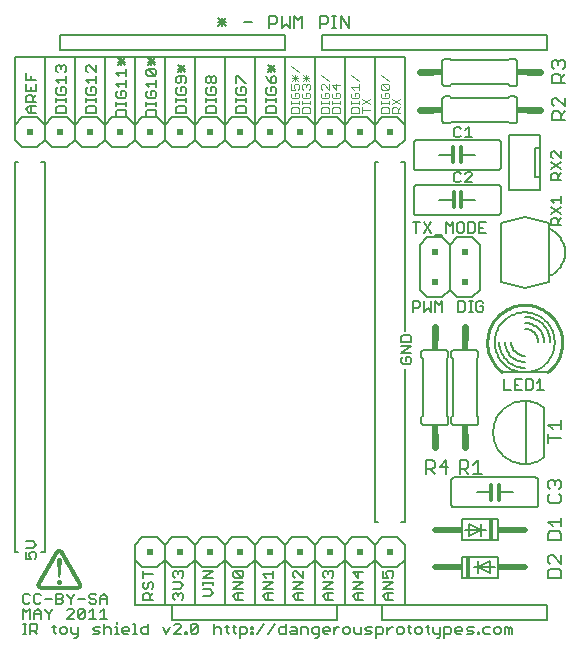
<source format=gto>
G75*
G70*
%OFA0B0*%
%FSLAX24Y24*%
%IPPOS*%
%LPD*%
%AMOC8*
5,1,8,0,0,1.08239X$1,22.5*
%
%ADD10C,0.0050*%
%ADD11C,0.0040*%
%ADD12C,0.0060*%
%ADD13C,0.0080*%
%ADD14C,0.0100*%
%ADD15R,0.0200X0.0200*%
%ADD16R,0.0006X0.0006*%
%ADD17R,0.0006X0.0006*%
%ADD18R,0.0006X0.0006*%
%ADD19R,0.0006X0.0006*%
%ADD20R,0.0150X0.0700*%
%ADD21C,0.0200*%
%ADD22R,0.0550X0.0200*%
%ADD23C,0.0240*%
%ADD24R,0.0240X0.0340*%
%ADD25C,0.0120*%
%ADD26R,0.0340X0.0240*%
D10*
X000456Y000618D02*
X000573Y000618D01*
X000515Y000618D02*
X000515Y000968D01*
X000573Y000968D02*
X000456Y000968D01*
X000456Y001118D02*
X000456Y001468D01*
X000573Y001351D01*
X000690Y001468D01*
X000690Y001118D01*
X000825Y001118D02*
X000825Y001351D01*
X000941Y001468D01*
X001058Y001351D01*
X001058Y001118D01*
X001058Y001293D02*
X000825Y001293D01*
X000883Y001618D02*
X001000Y001618D01*
X001058Y001676D01*
X001193Y001793D02*
X001427Y001793D01*
X001561Y001793D02*
X001736Y001793D01*
X001795Y001734D01*
X001795Y001676D01*
X001736Y001618D01*
X001561Y001618D01*
X001561Y001968D01*
X001736Y001968D01*
X001795Y001910D01*
X001795Y001851D01*
X001736Y001793D01*
X001930Y001910D02*
X001930Y001968D01*
X001930Y001910D02*
X002046Y001793D01*
X002046Y001618D01*
X001988Y001468D02*
X001930Y001410D01*
X001988Y001468D02*
X002105Y001468D01*
X002163Y001410D01*
X002163Y001351D01*
X001930Y001118D01*
X002163Y001118D01*
X002298Y001176D02*
X002531Y001410D01*
X002531Y001176D01*
X002473Y001118D01*
X002356Y001118D01*
X002298Y001176D01*
X002298Y001410D01*
X002356Y001468D01*
X002473Y001468D01*
X002531Y001410D01*
X002666Y001351D02*
X002783Y001468D01*
X002783Y001118D01*
X002666Y001118D02*
X002900Y001118D01*
X003035Y001118D02*
X003268Y001118D01*
X003151Y001118D02*
X003151Y001468D01*
X003035Y001351D01*
X003035Y001618D02*
X003035Y001851D01*
X003151Y001968D01*
X003268Y001851D01*
X003268Y001618D01*
X003268Y001793D02*
X003035Y001793D01*
X002900Y001734D02*
X002900Y001676D01*
X002841Y001618D01*
X002725Y001618D01*
X002666Y001676D01*
X002725Y001793D02*
X002841Y001793D01*
X002900Y001734D01*
X002900Y001910D02*
X002841Y001968D01*
X002725Y001968D01*
X002666Y001910D01*
X002666Y001851D01*
X002725Y001793D01*
X002531Y001793D02*
X002298Y001793D01*
X002163Y001910D02*
X002163Y001968D01*
X002163Y001910D02*
X002046Y001793D01*
X001427Y001468D02*
X001427Y001410D01*
X001310Y001293D01*
X001310Y001118D01*
X001310Y001293D02*
X001193Y001410D01*
X001193Y001468D01*
X000883Y001618D02*
X000825Y001676D01*
X000825Y001910D01*
X000883Y001968D01*
X001000Y001968D01*
X001058Y001910D01*
X000690Y001910D02*
X000632Y001968D01*
X000515Y001968D01*
X000456Y001910D01*
X000456Y001676D01*
X000515Y001618D01*
X000632Y001618D01*
X000690Y001676D01*
X000702Y000968D02*
X000877Y000968D01*
X000935Y000910D01*
X000935Y000793D01*
X000877Y000734D01*
X000702Y000734D01*
X000702Y000618D02*
X000702Y000968D01*
X000819Y000734D02*
X000935Y000618D01*
X001439Y000851D02*
X001555Y000851D01*
X001497Y000910D02*
X001497Y000676D01*
X001555Y000618D01*
X001684Y000676D02*
X001742Y000618D01*
X001859Y000618D01*
X001918Y000676D01*
X001918Y000793D01*
X001859Y000851D01*
X001742Y000851D01*
X001684Y000793D01*
X001684Y000676D01*
X002052Y000676D02*
X002111Y000618D01*
X002286Y000618D01*
X002286Y000559D02*
X002227Y000501D01*
X002169Y000501D01*
X002286Y000559D02*
X002286Y000851D01*
X002052Y000851D02*
X002052Y000676D01*
X002789Y000618D02*
X002964Y000618D01*
X003022Y000676D01*
X002964Y000734D01*
X002847Y000734D01*
X002789Y000793D01*
X002847Y000851D01*
X003022Y000851D01*
X003157Y000793D02*
X003216Y000851D01*
X003332Y000851D01*
X003391Y000793D01*
X003391Y000618D01*
X003526Y000618D02*
X003642Y000618D01*
X003584Y000618D02*
X003584Y000851D01*
X003526Y000851D01*
X003584Y000968D02*
X003584Y001026D01*
X003771Y000793D02*
X003829Y000851D01*
X003946Y000851D01*
X004005Y000793D01*
X004005Y000734D01*
X003771Y000734D01*
X003771Y000676D02*
X003771Y000793D01*
X003771Y000676D02*
X003829Y000618D01*
X003946Y000618D01*
X004139Y000618D02*
X004256Y000618D01*
X004198Y000618D02*
X004198Y000968D01*
X004139Y000968D01*
X004385Y000793D02*
X004443Y000851D01*
X004618Y000851D01*
X004618Y000968D02*
X004618Y000618D01*
X004443Y000618D01*
X004385Y000676D01*
X004385Y000793D01*
X005122Y000851D02*
X005238Y000618D01*
X005355Y000851D01*
X005490Y000910D02*
X005548Y000968D01*
X005665Y000968D01*
X005723Y000910D01*
X005723Y000851D01*
X005490Y000618D01*
X005723Y000618D01*
X005858Y000618D02*
X005916Y000618D01*
X005916Y000676D01*
X005858Y000676D01*
X005858Y000618D01*
X006042Y000676D02*
X006276Y000910D01*
X006276Y000676D01*
X006217Y000618D01*
X006101Y000618D01*
X006042Y000676D01*
X006042Y000910D01*
X006101Y000968D01*
X006217Y000968D01*
X006276Y000910D01*
X006831Y000968D02*
X006831Y000618D01*
X006831Y000793D02*
X006890Y000851D01*
X007007Y000851D01*
X007065Y000793D01*
X007065Y000618D01*
X007258Y000676D02*
X007316Y000618D01*
X007258Y000676D02*
X007258Y000910D01*
X007200Y000851D02*
X007316Y000851D01*
X007445Y000851D02*
X007562Y000851D01*
X007504Y000910D02*
X007504Y000676D01*
X007562Y000618D01*
X007691Y000618D02*
X007866Y000618D01*
X007924Y000676D01*
X007924Y000793D01*
X007866Y000851D01*
X007691Y000851D01*
X007691Y000501D01*
X008059Y000618D02*
X008059Y000676D01*
X008117Y000676D01*
X008117Y000618D01*
X008059Y000618D01*
X008059Y000793D02*
X008059Y000851D01*
X008117Y000851D01*
X008117Y000793D01*
X008059Y000793D01*
X008243Y000618D02*
X008477Y000968D01*
X008845Y000968D02*
X008611Y000618D01*
X008980Y000676D02*
X008980Y000793D01*
X009038Y000851D01*
X009213Y000851D01*
X009213Y000968D02*
X009213Y000618D01*
X009038Y000618D01*
X008980Y000676D01*
X009348Y000676D02*
X009406Y000618D01*
X009582Y000618D01*
X009582Y000793D01*
X009523Y000851D01*
X009406Y000851D01*
X009406Y000734D02*
X009582Y000734D01*
X009406Y000734D02*
X009348Y000676D01*
X009716Y000618D02*
X009716Y000851D01*
X009892Y000851D01*
X009950Y000793D01*
X009950Y000618D01*
X010085Y000676D02*
X010143Y000618D01*
X010318Y000618D01*
X010318Y000559D02*
X010318Y000851D01*
X010143Y000851D01*
X010085Y000793D01*
X010085Y000676D01*
X010201Y000501D02*
X010260Y000501D01*
X010318Y000559D01*
X010453Y000676D02*
X010453Y000793D01*
X010511Y000851D01*
X010628Y000851D01*
X010687Y000793D01*
X010687Y000734D01*
X010453Y000734D01*
X010453Y000676D02*
X010511Y000618D01*
X010628Y000618D01*
X010821Y000618D02*
X010821Y000851D01*
X010821Y000734D02*
X010938Y000851D01*
X010996Y000851D01*
X011128Y000793D02*
X011128Y000676D01*
X011187Y000618D01*
X011303Y000618D01*
X011362Y000676D01*
X011362Y000793D01*
X011303Y000851D01*
X011187Y000851D01*
X011128Y000793D01*
X011497Y000851D02*
X011497Y000676D01*
X011555Y000618D01*
X011730Y000618D01*
X011730Y000851D01*
X011865Y000793D02*
X011923Y000851D01*
X012098Y000851D01*
X012040Y000734D02*
X011923Y000734D01*
X011865Y000793D01*
X011865Y000618D02*
X012040Y000618D01*
X012098Y000676D01*
X012040Y000734D01*
X012233Y000618D02*
X012408Y000618D01*
X012467Y000676D01*
X012467Y000793D01*
X012408Y000851D01*
X012233Y000851D01*
X012233Y000501D01*
X012601Y000618D02*
X012601Y000851D01*
X012601Y000734D02*
X012718Y000851D01*
X012777Y000851D01*
X012908Y000793D02*
X012908Y000676D01*
X012967Y000618D01*
X013083Y000618D01*
X013142Y000676D01*
X013142Y000793D01*
X013083Y000851D01*
X012967Y000851D01*
X012908Y000793D01*
X013277Y000851D02*
X013393Y000851D01*
X013335Y000910D02*
X013335Y000676D01*
X013393Y000618D01*
X013522Y000676D02*
X013581Y000618D01*
X013697Y000618D01*
X013756Y000676D01*
X013756Y000793D01*
X013697Y000851D01*
X013581Y000851D01*
X013522Y000793D01*
X013522Y000676D01*
X013890Y000851D02*
X014007Y000851D01*
X013949Y000910D02*
X013949Y000676D01*
X014007Y000618D01*
X014136Y000676D02*
X014194Y000618D01*
X014369Y000618D01*
X014369Y000559D02*
X014311Y000501D01*
X014253Y000501D01*
X014369Y000559D02*
X014369Y000851D01*
X014504Y000851D02*
X014504Y000501D01*
X014504Y000618D02*
X014679Y000618D01*
X014738Y000676D01*
X014738Y000793D01*
X014679Y000851D01*
X014504Y000851D01*
X014136Y000851D02*
X014136Y000676D01*
X014873Y000676D02*
X014931Y000618D01*
X015048Y000618D01*
X015106Y000734D02*
X014873Y000734D01*
X014873Y000676D02*
X014873Y000793D01*
X014931Y000851D01*
X015048Y000851D01*
X015106Y000793D01*
X015106Y000734D01*
X015241Y000793D02*
X015299Y000851D01*
X015474Y000851D01*
X015416Y000734D02*
X015299Y000734D01*
X015241Y000793D01*
X015241Y000618D02*
X015416Y000618D01*
X015474Y000676D01*
X015416Y000734D01*
X015609Y000676D02*
X015609Y000618D01*
X015668Y000618D01*
X015668Y000676D01*
X015609Y000676D01*
X015793Y000676D02*
X015852Y000618D01*
X016027Y000618D01*
X016162Y000676D02*
X016220Y000618D01*
X016337Y000618D01*
X016395Y000676D01*
X016395Y000793D01*
X016337Y000851D01*
X016220Y000851D01*
X016162Y000793D01*
X016162Y000676D01*
X016027Y000851D02*
X015852Y000851D01*
X015793Y000793D01*
X015793Y000676D01*
X016530Y000618D02*
X016530Y000851D01*
X016588Y000851D01*
X016647Y000793D01*
X016705Y000851D01*
X016763Y000793D01*
X016763Y000618D01*
X016647Y000618D02*
X016647Y000793D01*
X017931Y001093D02*
X017931Y001593D01*
X012431Y001593D01*
X012431Y001093D01*
X017931Y001093D01*
X013181Y001593D02*
X013181Y003343D01*
X012748Y002733D02*
X012806Y002674D01*
X012806Y002558D01*
X012748Y002499D01*
X012631Y002499D02*
X012573Y002616D01*
X012573Y002674D01*
X012631Y002733D01*
X012748Y002733D01*
X012631Y002499D02*
X012456Y002499D01*
X012456Y002733D01*
X012456Y002365D02*
X012806Y002365D01*
X012456Y002131D01*
X012806Y002131D01*
X012806Y001996D02*
X012573Y001996D01*
X012456Y001879D01*
X012573Y001763D01*
X012806Y001763D01*
X012631Y001763D02*
X012631Y001996D01*
X012181Y001593D02*
X012181Y003343D01*
X011181Y003343D02*
X011181Y001593D01*
X012181Y001593D01*
X013181Y001593D01*
X011806Y001763D02*
X011573Y001763D01*
X011456Y001879D01*
X011573Y001996D01*
X011806Y001996D01*
X011806Y002131D02*
X011456Y002131D01*
X011806Y002365D01*
X011456Y002365D01*
X011631Y002499D02*
X011631Y002733D01*
X011806Y002674D02*
X011456Y002674D01*
X011631Y002499D01*
X011631Y001996D02*
X011631Y001763D01*
X011181Y001593D02*
X010181Y001593D01*
X010181Y003343D01*
X010515Y002733D02*
X010573Y002733D01*
X010631Y002674D01*
X010690Y002733D01*
X010748Y002733D01*
X010806Y002674D01*
X010806Y002558D01*
X010748Y002499D01*
X010806Y002365D02*
X010456Y002365D01*
X010515Y002499D02*
X010456Y002558D01*
X010456Y002674D01*
X010515Y002733D01*
X010631Y002674D02*
X010631Y002616D01*
X010806Y002365D02*
X010456Y002131D01*
X010806Y002131D01*
X010806Y001996D02*
X010573Y001996D01*
X010456Y001879D01*
X010573Y001763D01*
X010806Y001763D01*
X010631Y001763D02*
X010631Y001996D01*
X010931Y001593D02*
X005431Y001593D01*
X005431Y001093D01*
X010931Y001093D01*
X010931Y001593D01*
X010181Y001593D02*
X009181Y001593D01*
X009181Y003343D01*
X008181Y003343D02*
X008181Y001593D01*
X009181Y001593D01*
X009456Y001879D02*
X009573Y001996D01*
X009806Y001996D01*
X009806Y002131D02*
X009456Y002131D01*
X009806Y002365D01*
X009456Y002365D01*
X009515Y002499D02*
X009456Y002558D01*
X009456Y002674D01*
X009515Y002733D01*
X009573Y002733D01*
X009806Y002499D01*
X009806Y002733D01*
X009631Y001996D02*
X009631Y001763D01*
X009573Y001763D02*
X009456Y001879D01*
X009573Y001763D02*
X009806Y001763D01*
X008806Y001763D02*
X008573Y001763D01*
X008456Y001879D01*
X008573Y001996D01*
X008806Y001996D01*
X008806Y002131D02*
X008456Y002131D01*
X008806Y002365D01*
X008456Y002365D01*
X008573Y002499D02*
X008456Y002616D01*
X008806Y002616D01*
X008806Y002499D02*
X008806Y002733D01*
X007806Y002674D02*
X007806Y002558D01*
X007748Y002499D01*
X007515Y002733D01*
X007748Y002733D01*
X007806Y002674D01*
X007748Y002499D02*
X007515Y002499D01*
X007456Y002558D01*
X007456Y002674D01*
X007515Y002733D01*
X007456Y002365D02*
X007806Y002365D01*
X007456Y002131D01*
X007806Y002131D01*
X007806Y001996D02*
X007573Y001996D01*
X007456Y001879D01*
X007573Y001763D01*
X007806Y001763D01*
X007631Y001763D02*
X007631Y001996D01*
X007181Y001593D02*
X007181Y003343D01*
X006806Y002733D02*
X006456Y002733D01*
X006456Y002499D02*
X006806Y002733D01*
X006806Y002499D02*
X006456Y002499D01*
X006456Y002371D02*
X006456Y002254D01*
X006456Y002312D02*
X006806Y002312D01*
X006806Y002254D02*
X006806Y002371D01*
X006690Y002119D02*
X006456Y002119D01*
X006456Y001886D02*
X006690Y001886D01*
X006806Y002002D01*
X006690Y002119D01*
X007181Y001593D02*
X006181Y001593D01*
X006181Y003343D01*
X005748Y002733D02*
X005806Y002674D01*
X005806Y002558D01*
X005748Y002499D01*
X005690Y002365D02*
X005456Y002365D01*
X005515Y002499D02*
X005456Y002558D01*
X005456Y002674D01*
X005515Y002733D01*
X005573Y002733D01*
X005631Y002674D01*
X005690Y002733D01*
X005748Y002733D01*
X005631Y002674D02*
X005631Y002616D01*
X005690Y002365D02*
X005806Y002248D01*
X005690Y002131D01*
X005456Y002131D01*
X005515Y001996D02*
X005573Y001996D01*
X005631Y001938D01*
X005690Y001996D01*
X005748Y001996D01*
X005806Y001938D01*
X005806Y001821D01*
X005748Y001763D01*
X005631Y001879D02*
X005631Y001938D01*
X005515Y001996D02*
X005456Y001938D01*
X005456Y001821D01*
X005515Y001763D01*
X005181Y001593D02*
X005181Y003343D01*
X004181Y003343D02*
X004181Y001593D01*
X005181Y001593D01*
X006181Y001593D01*
X007181Y001593D02*
X008181Y001593D01*
X008631Y001763D02*
X008631Y001996D01*
X004806Y001996D02*
X004690Y001879D01*
X004690Y001938D02*
X004690Y001763D01*
X004806Y001763D02*
X004456Y001763D01*
X004456Y001938D01*
X004515Y001996D01*
X004631Y001996D01*
X004690Y001938D01*
X004748Y002131D02*
X004806Y002189D01*
X004806Y002306D01*
X004748Y002365D01*
X004690Y002365D01*
X004631Y002306D01*
X004631Y002189D01*
X004573Y002131D01*
X004515Y002131D01*
X004456Y002189D01*
X004456Y002306D01*
X004515Y002365D01*
X004456Y002499D02*
X004456Y002733D01*
X004456Y002616D02*
X004806Y002616D01*
X003157Y000968D02*
X003157Y000618D01*
X000848Y003118D02*
X000906Y003176D01*
X000906Y003293D01*
X000848Y003351D01*
X000731Y003351D01*
X000673Y003293D01*
X000673Y003234D01*
X000731Y003118D01*
X000556Y003118D01*
X000556Y003351D01*
X000556Y003486D02*
X000790Y003486D01*
X000906Y003603D01*
X000790Y003719D01*
X000556Y003719D01*
X000306Y003343D02*
X000181Y003343D01*
X000181Y016343D01*
X000306Y016343D01*
X001056Y016343D02*
X001181Y016343D01*
X001181Y003343D01*
X001056Y003343D01*
X012181Y004343D02*
X012306Y004343D01*
X012181Y004343D02*
X012181Y016343D01*
X012306Y016343D01*
X013056Y016343D02*
X013181Y016343D01*
X013181Y010718D01*
X013115Y010588D02*
X013056Y010529D01*
X013056Y010354D01*
X013406Y010354D01*
X013406Y010529D01*
X013348Y010588D01*
X013115Y010588D01*
X013056Y010219D02*
X013406Y010219D01*
X013056Y009986D01*
X013406Y009986D01*
X013348Y009851D02*
X013231Y009851D01*
X013231Y009734D01*
X013115Y009618D02*
X013348Y009618D01*
X013406Y009676D01*
X013406Y009793D01*
X013348Y009851D01*
X013115Y009851D02*
X013056Y009793D01*
X013056Y009676D01*
X013115Y009618D01*
X013181Y009468D02*
X013181Y004343D01*
X013056Y004343D01*
X017231Y006294D02*
X017231Y006790D01*
X017231Y006895D01*
X017231Y007790D01*
X017231Y007895D01*
X017231Y008391D01*
X017220Y008758D02*
X017395Y008758D01*
X017453Y008816D01*
X017453Y009050D01*
X017395Y009108D01*
X017220Y009108D01*
X017220Y008758D01*
X017085Y008758D02*
X016851Y008758D01*
X016851Y009108D01*
X017085Y009108D01*
X016968Y008933D02*
X016851Y008933D01*
X016717Y008758D02*
X016483Y008758D01*
X016483Y009108D01*
X017588Y008991D02*
X017705Y009108D01*
X017705Y008758D01*
X017588Y008758D02*
X017822Y008758D01*
X017831Y008167D02*
X017831Y006518D01*
X017831Y006517D02*
X017783Y006482D01*
X017733Y006449D01*
X017682Y006419D01*
X017628Y006392D01*
X017231Y008392D02*
X017167Y008393D01*
X017103Y008390D01*
X017039Y008383D01*
X016976Y008373D01*
X016914Y008358D01*
X016853Y008340D01*
X016792Y008318D01*
X016734Y008293D01*
X017619Y008297D02*
X017675Y008270D01*
X017729Y008239D01*
X017781Y008205D01*
X017831Y008168D01*
X017231Y006294D02*
X017167Y006293D01*
X017103Y006296D01*
X017039Y006303D01*
X016976Y006313D01*
X016914Y006328D01*
X016853Y006346D01*
X016792Y006368D01*
X016734Y006393D01*
X017231Y008392D02*
X017290Y008387D01*
X017348Y008380D01*
X017406Y008369D01*
X017463Y008354D01*
X017519Y008337D01*
X017574Y008317D01*
X017628Y008293D01*
X017628Y006393D02*
X017574Y006369D01*
X017519Y006349D01*
X017463Y006332D01*
X017406Y006317D01*
X017348Y006306D01*
X017290Y006299D01*
X017231Y006294D01*
X016734Y006393D02*
X016677Y006422D01*
X016621Y006455D01*
X016568Y006490D01*
X016517Y006530D01*
X016469Y006572D01*
X016423Y006617D01*
X016380Y006664D01*
X016340Y006714D01*
X016303Y006767D01*
X016270Y006822D01*
X016239Y006878D01*
X016213Y006937D01*
X016190Y006997D01*
X016170Y007058D01*
X016155Y007120D01*
X016143Y007183D01*
X016135Y007247D01*
X016131Y007311D01*
X016131Y007375D01*
X016135Y007439D01*
X016143Y007503D01*
X016155Y007566D01*
X016170Y007628D01*
X016190Y007689D01*
X016213Y007749D01*
X016239Y007808D01*
X016270Y007864D01*
X016303Y007919D01*
X016340Y007972D01*
X016380Y008022D01*
X016423Y008069D01*
X016469Y008114D01*
X016517Y008156D01*
X016568Y008196D01*
X016621Y008231D01*
X016677Y008264D01*
X016734Y008293D01*
X015745Y011368D02*
X015804Y011426D01*
X015804Y011543D01*
X015687Y011543D01*
X015804Y011660D02*
X015745Y011718D01*
X015629Y011718D01*
X015570Y011660D01*
X015570Y011426D01*
X015629Y011368D01*
X015745Y011368D01*
X015441Y011368D02*
X015325Y011368D01*
X015383Y011368D02*
X015383Y011718D01*
X015325Y011718D02*
X015441Y011718D01*
X015190Y011660D02*
X015190Y011426D01*
X015132Y011368D01*
X014956Y011368D01*
X014956Y011718D01*
X015132Y011718D01*
X015190Y011660D01*
X014427Y011718D02*
X014427Y011368D01*
X014193Y011368D02*
X014193Y011718D01*
X014310Y011601D01*
X014427Y011718D01*
X014058Y011718D02*
X014058Y011368D01*
X013941Y011484D01*
X013825Y011368D01*
X013825Y011718D01*
X013690Y011660D02*
X013690Y011543D01*
X013632Y011484D01*
X013456Y011484D01*
X013456Y011368D02*
X013456Y011718D01*
X013632Y011718D01*
X013690Y011660D01*
X016404Y012358D02*
X016404Y014326D01*
X017192Y014523D01*
X017979Y014326D01*
X017979Y014130D01*
X017979Y012555D01*
X017979Y012358D01*
X017192Y012161D01*
X016404Y012358D01*
X017979Y012555D02*
X018032Y012576D01*
X018082Y012601D01*
X018131Y012630D01*
X018178Y012662D01*
X018223Y012696D01*
X018265Y012734D01*
X018305Y012775D01*
X018341Y012818D01*
X018375Y012863D01*
X018406Y012911D01*
X018433Y012960D01*
X018457Y013011D01*
X018478Y013064D01*
X018495Y013118D01*
X018508Y013173D01*
X018517Y013229D01*
X018523Y013285D01*
X018525Y013342D01*
X018523Y013399D01*
X018517Y013455D01*
X018508Y013511D01*
X018495Y013566D01*
X018478Y013620D01*
X018457Y013673D01*
X018433Y013724D01*
X018406Y013773D01*
X018375Y013821D01*
X018341Y013866D01*
X018305Y013909D01*
X018265Y013950D01*
X018223Y013988D01*
X018178Y014022D01*
X018131Y014054D01*
X018082Y014083D01*
X018032Y014108D01*
X017979Y014129D01*
X018056Y014243D02*
X018056Y014418D01*
X018115Y014476D01*
X018231Y014476D01*
X018290Y014418D01*
X018290Y014243D01*
X018290Y014359D02*
X018406Y014476D01*
X018406Y014611D02*
X018056Y014844D01*
X018173Y014979D02*
X018056Y015096D01*
X018406Y015096D01*
X018406Y014979D02*
X018406Y015213D01*
X018406Y014844D02*
X018056Y014611D01*
X018056Y014243D02*
X018406Y014243D01*
X017693Y015437D02*
X016670Y015437D01*
X016670Y017248D01*
X017693Y017248D01*
X017496Y017248D01*
X017693Y017248D02*
X017693Y016815D01*
X017536Y016815D01*
X017536Y015870D01*
X017693Y015870D01*
X017693Y016815D01*
X018056Y016654D02*
X018056Y016538D01*
X018115Y016479D01*
X018056Y016344D02*
X018406Y016111D01*
X018406Y015976D02*
X018290Y015859D01*
X018290Y015918D02*
X018290Y015743D01*
X018406Y015743D02*
X018056Y015743D01*
X018056Y015918D01*
X018115Y015976D01*
X018231Y015976D01*
X018290Y015918D01*
X018056Y016111D02*
X018406Y016344D01*
X018406Y016479D02*
X018173Y016713D01*
X018115Y016713D01*
X018056Y016654D01*
X018406Y016713D02*
X018406Y016479D01*
X017693Y015870D02*
X017693Y015437D01*
X017496Y015437D01*
X016670Y015910D02*
X016670Y016028D01*
X016670Y016658D02*
X016670Y016776D01*
X015433Y017180D02*
X015200Y017180D01*
X015316Y017180D02*
X015316Y017530D01*
X015200Y017414D01*
X015065Y017472D02*
X015007Y017530D01*
X014890Y017530D01*
X014831Y017472D01*
X014831Y017239D01*
X014890Y017180D01*
X015007Y017180D01*
X015065Y017239D01*
X013181Y017343D02*
X013181Y019843D01*
X012181Y019843D01*
X012181Y017343D01*
X011181Y017343D02*
X011181Y019843D01*
X012181Y019843D01*
X011181Y019843D02*
X010181Y019843D01*
X010181Y017343D01*
X009181Y017343D02*
X009181Y019843D01*
X010181Y019843D01*
X010431Y020093D02*
X010431Y020593D01*
X017931Y020593D01*
X017931Y020093D01*
X010431Y020093D01*
X009181Y020093D02*
X001681Y020093D01*
X001681Y020593D01*
X009181Y020593D01*
X009181Y020093D01*
X009181Y019843D02*
X008181Y019843D01*
X008181Y017343D01*
X007906Y017993D02*
X007556Y017993D01*
X007556Y018168D01*
X007615Y018226D01*
X007848Y018226D01*
X007906Y018168D01*
X007906Y017993D01*
X007906Y018361D02*
X007906Y018478D01*
X007906Y018419D02*
X007556Y018419D01*
X007556Y018361D02*
X007556Y018478D01*
X007615Y018606D02*
X007848Y018606D01*
X007906Y018665D01*
X007906Y018782D01*
X007848Y018840D01*
X007731Y018840D01*
X007731Y018723D01*
X007615Y018606D02*
X007556Y018665D01*
X007556Y018782D01*
X007615Y018840D01*
X007556Y018975D02*
X007556Y019208D01*
X007615Y019208D01*
X007848Y018975D01*
X007906Y018975D01*
X008556Y018782D02*
X008556Y018665D01*
X008615Y018606D01*
X008848Y018606D01*
X008906Y018665D01*
X008906Y018782D01*
X008848Y018840D01*
X008731Y018840D01*
X008731Y018723D01*
X008615Y018840D02*
X008556Y018782D01*
X008731Y018975D02*
X008731Y019150D01*
X008790Y019208D01*
X008848Y019208D01*
X008906Y019150D01*
X008906Y019033D01*
X008848Y018975D01*
X008731Y018975D01*
X008615Y019092D01*
X008556Y019208D01*
X008615Y019343D02*
X008848Y019577D01*
X008731Y019577D02*
X008731Y019343D01*
X008848Y019343D02*
X008615Y019577D01*
X008615Y019460D02*
X008848Y019460D01*
X008181Y019843D02*
X007181Y019843D01*
X007181Y017343D01*
X006906Y017993D02*
X006556Y017993D01*
X006556Y018168D01*
X006615Y018226D01*
X006848Y018226D01*
X006906Y018168D01*
X006906Y017993D01*
X006906Y018361D02*
X006906Y018478D01*
X006906Y018419D02*
X006556Y018419D01*
X006556Y018361D02*
X006556Y018478D01*
X006615Y018606D02*
X006848Y018606D01*
X006906Y018665D01*
X006906Y018782D01*
X006848Y018840D01*
X006731Y018840D01*
X006731Y018723D01*
X006615Y018606D02*
X006556Y018665D01*
X006556Y018782D01*
X006615Y018840D01*
X006615Y018975D02*
X006673Y018975D01*
X006731Y019033D01*
X006731Y019150D01*
X006790Y019208D01*
X006848Y019208D01*
X006906Y019150D01*
X006906Y019033D01*
X006848Y018975D01*
X006790Y018975D01*
X006731Y019033D01*
X006731Y019150D02*
X006673Y019208D01*
X006615Y019208D01*
X006556Y019150D01*
X006556Y019033D01*
X006615Y018975D01*
X005906Y019033D02*
X005906Y019150D01*
X005848Y019208D01*
X005615Y019208D01*
X005556Y019150D01*
X005556Y019033D01*
X005615Y018975D01*
X005673Y018975D01*
X005731Y019033D01*
X005731Y019208D01*
X005731Y019343D02*
X005731Y019577D01*
X005615Y019577D02*
X005848Y019343D01*
X005848Y019460D02*
X005615Y019460D01*
X005615Y019343D02*
X005848Y019577D01*
X006181Y019843D02*
X005181Y019843D01*
X005181Y017343D01*
X004906Y017868D02*
X004556Y017868D01*
X004556Y018043D01*
X004615Y018101D01*
X004848Y018101D01*
X004906Y018043D01*
X004906Y017868D01*
X004906Y018236D02*
X004906Y018353D01*
X004906Y018294D02*
X004556Y018294D01*
X004556Y018236D02*
X004556Y018353D01*
X004615Y018481D02*
X004848Y018481D01*
X004906Y018540D01*
X004906Y018657D01*
X004848Y018715D01*
X004731Y018715D01*
X004731Y018598D01*
X004615Y018481D02*
X004556Y018540D01*
X004556Y018657D01*
X004615Y018715D01*
X004673Y018850D02*
X004556Y018967D01*
X004906Y018967D01*
X004906Y019083D02*
X004906Y018850D01*
X005556Y018782D02*
X005556Y018665D01*
X005615Y018606D01*
X005848Y018606D01*
X005906Y018665D01*
X005906Y018782D01*
X005848Y018840D01*
X005731Y018840D01*
X005731Y018723D01*
X005615Y018840D02*
X005556Y018782D01*
X005848Y018975D02*
X005906Y019033D01*
X004906Y019276D02*
X004906Y019393D01*
X004848Y019452D01*
X004615Y019452D01*
X004848Y019218D01*
X004906Y019276D01*
X004848Y019218D02*
X004615Y019218D01*
X004556Y019276D01*
X004556Y019393D01*
X004615Y019452D01*
X004615Y019586D02*
X004848Y019820D01*
X004731Y019820D02*
X004731Y019586D01*
X004848Y019586D02*
X004615Y019820D01*
X004615Y019703D02*
X004848Y019703D01*
X005181Y019843D02*
X004181Y019843D01*
X004181Y017343D01*
X003906Y017868D02*
X003556Y017868D01*
X003556Y018043D01*
X003615Y018101D01*
X003848Y018101D01*
X003906Y018043D01*
X003906Y017868D01*
X003906Y018236D02*
X003906Y018353D01*
X003906Y018294D02*
X003556Y018294D01*
X003556Y018236D02*
X003556Y018353D01*
X003615Y018481D02*
X003848Y018481D01*
X003906Y018540D01*
X003906Y018657D01*
X003848Y018715D01*
X003731Y018715D01*
X003731Y018598D01*
X003615Y018481D02*
X003556Y018540D01*
X003556Y018657D01*
X003615Y018715D01*
X003673Y018850D02*
X003556Y018967D01*
X003906Y018967D01*
X003906Y019083D02*
X003906Y018850D01*
X003906Y019218D02*
X003906Y019452D01*
X003906Y019335D02*
X003556Y019335D01*
X003673Y019218D01*
X003731Y019586D02*
X003731Y019820D01*
X003615Y019820D02*
X003848Y019586D01*
X003848Y019703D02*
X003615Y019703D01*
X003615Y019586D02*
X003848Y019820D01*
X004181Y019843D02*
X003181Y019843D01*
X003181Y017343D01*
X002906Y017993D02*
X002556Y017993D01*
X002556Y018168D01*
X002615Y018226D01*
X002848Y018226D01*
X002906Y018168D01*
X002906Y017993D01*
X002906Y018361D02*
X002906Y018478D01*
X002906Y018419D02*
X002556Y018419D01*
X002556Y018361D02*
X002556Y018478D01*
X002615Y018606D02*
X002556Y018665D01*
X002556Y018782D01*
X002615Y018840D01*
X002731Y018840D02*
X002731Y018723D01*
X002731Y018840D02*
X002848Y018840D01*
X002906Y018782D01*
X002906Y018665D01*
X002848Y018606D01*
X002615Y018606D01*
X002673Y018975D02*
X002556Y019092D01*
X002906Y019092D01*
X002906Y019208D02*
X002906Y018975D01*
X002906Y019343D02*
X002673Y019577D01*
X002615Y019577D01*
X002556Y019518D01*
X002556Y019401D01*
X002615Y019343D01*
X002906Y019343D02*
X002906Y019577D01*
X003181Y019843D02*
X002181Y019843D01*
X002181Y017343D01*
X001181Y017343D02*
X001181Y019843D01*
X002181Y019843D01*
X001906Y019518D02*
X001848Y019577D01*
X001790Y019577D01*
X001731Y019518D01*
X001731Y019460D01*
X001731Y019518D02*
X001673Y019577D01*
X001615Y019577D01*
X001556Y019518D01*
X001556Y019401D01*
X001615Y019343D01*
X001848Y019343D02*
X001906Y019401D01*
X001906Y019518D01*
X001906Y019208D02*
X001906Y018975D01*
X001906Y019092D02*
X001556Y019092D01*
X001673Y018975D01*
X001731Y018840D02*
X001731Y018723D01*
X001731Y018840D02*
X001848Y018840D01*
X001906Y018782D01*
X001906Y018665D01*
X001848Y018606D01*
X001615Y018606D01*
X001556Y018665D01*
X001556Y018782D01*
X001615Y018840D01*
X001556Y018478D02*
X001556Y018361D01*
X001556Y018419D02*
X001906Y018419D01*
X001906Y018361D02*
X001906Y018478D01*
X001848Y018226D02*
X001615Y018226D01*
X001556Y018168D01*
X001556Y017993D01*
X001906Y017993D01*
X001906Y018168D01*
X001848Y018226D01*
X000906Y018226D02*
X000673Y018226D01*
X000556Y018109D01*
X000673Y017993D01*
X000906Y017993D01*
X000731Y017993D02*
X000731Y018226D01*
X000790Y018361D02*
X000790Y018536D01*
X000731Y018594D01*
X000615Y018594D01*
X000556Y018536D01*
X000556Y018361D01*
X000906Y018361D01*
X000790Y018478D02*
X000906Y018594D01*
X000906Y018729D02*
X000556Y018729D01*
X000556Y018963D01*
X000556Y019098D02*
X000556Y019331D01*
X000731Y019214D02*
X000731Y019098D01*
X000906Y019098D02*
X000556Y019098D01*
X000731Y018846D02*
X000731Y018729D01*
X000906Y018729D02*
X000906Y018963D01*
X001181Y019843D02*
X000181Y019843D01*
X000181Y017343D01*
X005556Y017993D02*
X005556Y018168D01*
X005615Y018226D01*
X005848Y018226D01*
X005906Y018168D01*
X005906Y017993D01*
X005556Y017993D01*
X005556Y018361D02*
X005556Y018478D01*
X005556Y018419D02*
X005906Y018419D01*
X005906Y018361D02*
X005906Y018478D01*
X006181Y017343D02*
X006181Y019843D01*
X007181Y019843D01*
X008556Y018478D02*
X008556Y018361D01*
X008556Y018419D02*
X008906Y018419D01*
X008906Y018361D02*
X008906Y018478D01*
X008848Y018226D02*
X008615Y018226D01*
X008556Y018168D01*
X008556Y017993D01*
X008906Y017993D01*
X008906Y018168D01*
X008848Y018226D01*
X014831Y015972D02*
X014831Y015739D01*
X014890Y015680D01*
X015007Y015680D01*
X015065Y015739D01*
X015200Y015680D02*
X015433Y015914D01*
X015433Y015972D01*
X015375Y016030D01*
X015258Y016030D01*
X015200Y015972D01*
X015065Y015972D02*
X015007Y016030D01*
X014890Y016030D01*
X014831Y015972D01*
X015200Y015680D02*
X015433Y015680D01*
X015473Y014343D02*
X015298Y014343D01*
X015298Y013993D01*
X015473Y013993D01*
X015531Y014051D01*
X015531Y014285D01*
X015473Y014343D01*
X015666Y014343D02*
X015666Y013993D01*
X015900Y013993D01*
X015783Y014168D02*
X015666Y014168D01*
X015666Y014343D02*
X015900Y014343D01*
X015163Y014285D02*
X015163Y014051D01*
X015105Y013993D01*
X014988Y013993D01*
X014930Y014051D01*
X014930Y014285D01*
X014988Y014343D01*
X015105Y014343D01*
X015163Y014285D01*
X014795Y014343D02*
X014795Y013993D01*
X014561Y013993D02*
X014561Y014343D01*
X014678Y014226D01*
X014795Y014343D01*
X014427Y013934D02*
X014193Y013934D01*
X014058Y013993D02*
X013825Y014343D01*
X013690Y014343D02*
X013456Y014343D01*
X013573Y014343D02*
X013573Y013993D01*
X013825Y013993D02*
X014058Y014343D01*
D11*
X013036Y017988D02*
X012756Y017988D01*
X012756Y018128D01*
X012803Y018174D01*
X012896Y018174D01*
X012943Y018128D01*
X012943Y017988D01*
X012943Y018081D02*
X013036Y018174D01*
X013036Y018282D02*
X012756Y018469D01*
X012661Y018525D02*
X012661Y018619D01*
X012615Y018666D01*
X012521Y018666D01*
X012521Y018572D01*
X012428Y018479D02*
X012381Y018525D01*
X012381Y018619D01*
X012428Y018666D01*
X012428Y018773D02*
X012381Y018820D01*
X012381Y018914D01*
X012428Y018960D01*
X012615Y018773D01*
X012661Y018820D01*
X012661Y018914D01*
X012615Y018960D01*
X012428Y018960D01*
X012428Y018773D02*
X012615Y018773D01*
X012661Y018525D02*
X012615Y018479D01*
X012428Y018479D01*
X012381Y018376D02*
X012381Y018282D01*
X012381Y018329D02*
X012661Y018329D01*
X012661Y018282D02*
X012661Y018376D01*
X012756Y018282D02*
X013036Y018469D01*
X012661Y018128D02*
X012615Y018174D01*
X012428Y018174D01*
X012381Y018128D01*
X012381Y017988D01*
X012661Y017988D01*
X012661Y018128D01*
X012036Y018081D02*
X011756Y018081D01*
X011756Y017988D02*
X011756Y018174D01*
X011661Y018128D02*
X011615Y018174D01*
X011428Y018174D01*
X011381Y018128D01*
X011381Y017988D01*
X011661Y017988D01*
X011661Y018128D01*
X011661Y018282D02*
X011661Y018376D01*
X011661Y018329D02*
X011381Y018329D01*
X011381Y018282D02*
X011381Y018376D01*
X011428Y018479D02*
X011615Y018479D01*
X011661Y018525D01*
X011661Y018619D01*
X011615Y018666D01*
X011521Y018666D01*
X011521Y018572D01*
X011428Y018479D02*
X011381Y018525D01*
X011381Y018619D01*
X011428Y018666D01*
X011475Y018773D02*
X011381Y018867D01*
X011661Y018867D01*
X011661Y018960D02*
X011661Y018773D01*
X011661Y019068D02*
X011381Y019255D01*
X010896Y018960D02*
X010896Y018773D01*
X010756Y018914D01*
X011036Y018914D01*
X010990Y018666D02*
X010896Y018666D01*
X010896Y018572D01*
X010803Y018479D02*
X010990Y018479D01*
X011036Y018525D01*
X011036Y018619D01*
X010990Y018666D01*
X010803Y018666D02*
X010756Y018619D01*
X010756Y018525D01*
X010803Y018479D01*
X010756Y018376D02*
X010756Y018282D01*
X010756Y018329D02*
X011036Y018329D01*
X011036Y018282D02*
X011036Y018376D01*
X010990Y018174D02*
X010803Y018174D01*
X010756Y018128D01*
X010756Y017988D01*
X011036Y017988D01*
X011036Y018128D01*
X010990Y018174D01*
X010661Y018128D02*
X010661Y017988D01*
X010381Y017988D01*
X010381Y018128D01*
X010428Y018174D01*
X010615Y018174D01*
X010661Y018128D01*
X010661Y018282D02*
X010661Y018376D01*
X010661Y018329D02*
X010381Y018329D01*
X010381Y018282D02*
X010381Y018376D01*
X010428Y018479D02*
X010381Y018525D01*
X010381Y018619D01*
X010428Y018666D01*
X010521Y018666D02*
X010521Y018572D01*
X010521Y018666D02*
X010615Y018666D01*
X010661Y018619D01*
X010661Y018525D01*
X010615Y018479D01*
X010428Y018479D01*
X010036Y018525D02*
X010036Y018619D01*
X009990Y018666D01*
X009896Y018666D01*
X009896Y018572D01*
X009803Y018479D02*
X009756Y018525D01*
X009756Y018619D01*
X009803Y018666D01*
X009803Y018773D02*
X009756Y018820D01*
X009756Y018914D01*
X009803Y018960D01*
X009850Y018960D01*
X009896Y018914D01*
X009943Y018960D01*
X009990Y018960D01*
X010036Y018914D01*
X010036Y018820D01*
X009990Y018773D01*
X009896Y018867D02*
X009896Y018914D01*
X009896Y019068D02*
X009896Y019255D01*
X009803Y019255D02*
X009990Y019068D01*
X009990Y019161D02*
X009803Y019161D01*
X009803Y019068D02*
X009990Y019255D01*
X009661Y019363D02*
X009381Y019549D01*
X009428Y019255D02*
X009615Y019068D01*
X009615Y019161D02*
X009428Y019161D01*
X009428Y019068D02*
X009615Y019255D01*
X009521Y019255D02*
X009521Y019068D01*
X009521Y018960D02*
X009615Y018960D01*
X009661Y018914D01*
X009661Y018820D01*
X009615Y018773D01*
X009521Y018773D02*
X009475Y018867D01*
X009475Y018914D01*
X009521Y018960D01*
X009381Y018960D02*
X009381Y018773D01*
X009521Y018773D01*
X009521Y018666D02*
X009521Y018572D01*
X009521Y018666D02*
X009615Y018666D01*
X009661Y018619D01*
X009661Y018525D01*
X009615Y018479D01*
X009428Y018479D01*
X009381Y018525D01*
X009381Y018619D01*
X009428Y018666D01*
X009381Y018376D02*
X009381Y018282D01*
X009381Y018329D02*
X009661Y018329D01*
X009661Y018282D02*
X009661Y018376D01*
X009756Y018376D02*
X009756Y018282D01*
X009756Y018329D02*
X010036Y018329D01*
X010036Y018282D02*
X010036Y018376D01*
X009990Y018479D02*
X010036Y018525D01*
X009990Y018479D02*
X009803Y018479D01*
X009803Y018174D02*
X009756Y018128D01*
X009756Y017988D01*
X010036Y017988D01*
X010036Y018128D01*
X009990Y018174D01*
X009803Y018174D01*
X009661Y018128D02*
X009615Y018174D01*
X009428Y018174D01*
X009381Y018128D01*
X009381Y017988D01*
X009661Y017988D01*
X009661Y018128D01*
X010381Y018820D02*
X010428Y018773D01*
X010381Y018820D02*
X010381Y018914D01*
X010428Y018960D01*
X010475Y018960D01*
X010661Y018773D01*
X010661Y018960D01*
X010661Y019068D02*
X010381Y019255D01*
X011756Y018469D02*
X012036Y018282D01*
X012036Y018469D02*
X011756Y018282D01*
X012381Y019255D02*
X012661Y019068D01*
D12*
X014431Y018993D02*
X014431Y019693D01*
X014433Y019710D01*
X014437Y019727D01*
X014444Y019743D01*
X014454Y019757D01*
X014467Y019770D01*
X014481Y019780D01*
X014497Y019787D01*
X014514Y019791D01*
X014531Y019793D01*
X014681Y019793D01*
X014731Y019743D01*
X016631Y019743D01*
X016681Y019793D01*
X016831Y019793D01*
X016848Y019791D01*
X016865Y019787D01*
X016881Y019780D01*
X016895Y019770D01*
X016908Y019757D01*
X016918Y019743D01*
X016925Y019727D01*
X016929Y019710D01*
X016931Y019693D01*
X016931Y018993D01*
X016929Y018976D01*
X016925Y018959D01*
X016918Y018943D01*
X016908Y018929D01*
X016895Y018916D01*
X016881Y018906D01*
X016865Y018899D01*
X016848Y018895D01*
X016831Y018893D01*
X016681Y018893D01*
X016631Y018943D01*
X014731Y018943D01*
X014681Y018893D01*
X014531Y018893D01*
X014514Y018895D01*
X014497Y018899D01*
X014481Y018906D01*
X014467Y018916D01*
X014454Y018929D01*
X014444Y018943D01*
X014437Y018959D01*
X014433Y018976D01*
X014431Y018993D01*
X014531Y018543D02*
X014681Y018543D01*
X014731Y018493D01*
X016631Y018493D01*
X016681Y018543D01*
X016831Y018543D01*
X016848Y018541D01*
X016865Y018537D01*
X016881Y018530D01*
X016895Y018520D01*
X016908Y018507D01*
X016918Y018493D01*
X016925Y018477D01*
X016929Y018460D01*
X016931Y018443D01*
X016931Y017743D01*
X016929Y017726D01*
X016925Y017709D01*
X016918Y017693D01*
X016908Y017679D01*
X016895Y017666D01*
X016881Y017656D01*
X016865Y017649D01*
X016848Y017645D01*
X016831Y017643D01*
X016681Y017643D01*
X016631Y017693D01*
X014731Y017693D01*
X014681Y017643D01*
X014531Y017643D01*
X014514Y017645D01*
X014497Y017649D01*
X014481Y017656D01*
X014467Y017666D01*
X014454Y017679D01*
X014444Y017693D01*
X014437Y017709D01*
X014433Y017726D01*
X014431Y017743D01*
X014431Y018443D01*
X014433Y018460D01*
X014437Y018477D01*
X014444Y018493D01*
X014454Y018507D01*
X014467Y018520D01*
X014481Y018530D01*
X014497Y018537D01*
X014514Y018541D01*
X014531Y018543D01*
X013181Y017593D02*
X013181Y017093D01*
X012931Y016843D01*
X012431Y016843D01*
X012181Y017093D01*
X011931Y016843D01*
X011431Y016843D01*
X011181Y017093D01*
X010931Y016843D01*
X010431Y016843D01*
X010181Y017093D01*
X009931Y016843D01*
X009431Y016843D01*
X009181Y017093D01*
X008931Y016843D01*
X008431Y016843D01*
X008181Y017093D01*
X007931Y016843D01*
X007431Y016843D01*
X007181Y017093D01*
X006931Y016843D01*
X006431Y016843D01*
X006181Y017093D01*
X005931Y016843D01*
X005431Y016843D01*
X005181Y017093D01*
X004931Y016843D01*
X004431Y016843D01*
X004181Y017093D01*
X003931Y016843D01*
X003431Y016843D01*
X003181Y017093D01*
X002931Y016843D01*
X002431Y016843D01*
X002181Y017093D01*
X001931Y016843D01*
X001431Y016843D01*
X001181Y017093D01*
X000931Y016843D01*
X000431Y016843D01*
X000181Y017093D01*
X000181Y017593D01*
X000431Y017843D01*
X000931Y017843D01*
X001181Y017593D01*
X001431Y017843D01*
X001931Y017843D01*
X002181Y017593D01*
X002181Y017093D01*
X002181Y017593D02*
X002431Y017843D01*
X002931Y017843D01*
X003181Y017593D01*
X003431Y017843D01*
X003931Y017843D01*
X004181Y017593D01*
X004431Y017843D01*
X004931Y017843D01*
X005181Y017593D01*
X005181Y017093D01*
X005181Y017593D02*
X005431Y017843D01*
X005931Y017843D01*
X006181Y017593D01*
X006431Y017843D01*
X006931Y017843D01*
X007181Y017593D01*
X007431Y017843D01*
X007931Y017843D01*
X008181Y017593D01*
X008181Y017093D01*
X008181Y017593D02*
X008431Y017843D01*
X008931Y017843D01*
X009181Y017593D01*
X009431Y017843D01*
X009931Y017843D01*
X010181Y017593D01*
X010431Y017843D01*
X010931Y017843D01*
X011181Y017593D01*
X011181Y017093D01*
X011181Y017593D02*
X011431Y017843D01*
X011931Y017843D01*
X012181Y017593D01*
X012431Y017843D01*
X012931Y017843D01*
X013181Y017593D01*
X013581Y017093D02*
X016281Y017093D01*
X016298Y017091D01*
X016315Y017087D01*
X016331Y017080D01*
X016345Y017070D01*
X016358Y017057D01*
X016368Y017043D01*
X016375Y017027D01*
X016379Y017010D01*
X016381Y016993D01*
X016381Y016193D01*
X016379Y016176D01*
X016375Y016159D01*
X016368Y016143D01*
X016358Y016129D01*
X016345Y016116D01*
X016331Y016106D01*
X016315Y016099D01*
X016298Y016095D01*
X016281Y016093D01*
X013581Y016093D01*
X013564Y016095D01*
X013547Y016099D01*
X013531Y016106D01*
X013517Y016116D01*
X013504Y016129D01*
X013494Y016143D01*
X013487Y016159D01*
X013483Y016176D01*
X013481Y016193D01*
X013481Y016993D01*
X013483Y017010D01*
X013487Y017027D01*
X013494Y017043D01*
X013504Y017057D01*
X013517Y017070D01*
X013531Y017080D01*
X013547Y017087D01*
X013564Y017091D01*
X013581Y017093D01*
X014331Y016593D02*
X014801Y016593D01*
X015051Y016593D02*
X015531Y016593D01*
X016281Y015593D02*
X013581Y015593D01*
X013564Y015591D01*
X013547Y015587D01*
X013531Y015580D01*
X013517Y015570D01*
X013504Y015557D01*
X013494Y015543D01*
X013487Y015527D01*
X013483Y015510D01*
X013481Y015493D01*
X013481Y014693D01*
X013483Y014676D01*
X013487Y014659D01*
X013494Y014643D01*
X013504Y014629D01*
X013517Y014616D01*
X013531Y014606D01*
X013547Y014599D01*
X013564Y014595D01*
X013581Y014593D01*
X016281Y014593D01*
X016298Y014595D01*
X016315Y014599D01*
X016331Y014606D01*
X016345Y014616D01*
X016358Y014629D01*
X016368Y014643D01*
X016375Y014659D01*
X016379Y014676D01*
X016381Y014693D01*
X016381Y015493D01*
X016379Y015510D01*
X016375Y015527D01*
X016368Y015543D01*
X016358Y015557D01*
X016345Y015570D01*
X016331Y015580D01*
X016315Y015587D01*
X016298Y015591D01*
X016281Y015593D01*
X015531Y015093D02*
X015061Y015093D01*
X014811Y015093D02*
X014331Y015093D01*
X014431Y013843D02*
X013931Y013843D01*
X013681Y013593D01*
X013681Y012093D01*
X013931Y011843D01*
X014431Y011843D01*
X014681Y012093D01*
X014681Y013593D01*
X014931Y013843D01*
X015431Y013843D01*
X015681Y013593D01*
X015681Y012093D01*
X015431Y011843D01*
X014931Y011843D01*
X014681Y012093D01*
X014681Y013593D02*
X014431Y013843D01*
X012181Y017093D02*
X012181Y017593D01*
X010181Y017593D02*
X010181Y017093D01*
X009181Y017093D02*
X009181Y017593D01*
X007181Y017593D02*
X007181Y017093D01*
X006181Y017093D02*
X006181Y017593D01*
X004181Y017593D02*
X004181Y017093D01*
X003181Y017093D02*
X003181Y017593D01*
X001181Y017593D02*
X001181Y017093D01*
X006961Y020877D02*
X007228Y021144D01*
X007095Y021144D02*
X007095Y020877D01*
X007228Y020877D02*
X006961Y021144D01*
X006961Y021010D02*
X007228Y021010D01*
X007809Y021010D02*
X008075Y021010D01*
X008656Y020944D02*
X008856Y020944D01*
X008922Y021010D01*
X008922Y021144D01*
X008856Y021211D01*
X008656Y021211D01*
X008656Y020810D01*
X009079Y020810D02*
X009213Y020944D01*
X009346Y020810D01*
X009346Y021211D01*
X009503Y021211D02*
X009636Y021077D01*
X009770Y021211D01*
X009770Y020810D01*
X009503Y020810D02*
X009503Y021211D01*
X009079Y021211D02*
X009079Y020810D01*
X010350Y020810D02*
X010350Y021211D01*
X010550Y021211D01*
X010617Y021144D01*
X010617Y021010D01*
X010550Y020944D01*
X010350Y020944D01*
X010773Y020810D02*
X010907Y020810D01*
X010840Y020810D02*
X010840Y021211D01*
X010773Y021211D02*
X010907Y021211D01*
X011056Y021211D02*
X011323Y020810D01*
X011323Y021211D01*
X011056Y021211D02*
X011056Y020810D01*
X018086Y019678D02*
X018086Y019531D01*
X018159Y019458D01*
X018159Y019291D02*
X018306Y019291D01*
X018380Y019218D01*
X018380Y018998D01*
X018526Y018998D02*
X018086Y018998D01*
X018086Y019218D01*
X018159Y019291D01*
X018380Y019144D02*
X018526Y019291D01*
X018453Y019458D02*
X018526Y019531D01*
X018526Y019678D01*
X018453Y019752D01*
X018380Y019752D01*
X018306Y019678D01*
X018306Y019605D01*
X018306Y019678D02*
X018233Y019752D01*
X018159Y019752D01*
X018086Y019678D01*
X018159Y018502D02*
X018086Y018428D01*
X018086Y018281D01*
X018159Y018208D01*
X018159Y018041D02*
X018306Y018041D01*
X018380Y017968D01*
X018380Y017748D01*
X018526Y017748D02*
X018086Y017748D01*
X018086Y017968D01*
X018159Y018041D01*
X018380Y017894D02*
X018526Y018041D01*
X018526Y018208D02*
X018233Y018502D01*
X018159Y018502D01*
X018526Y018502D02*
X018526Y018208D01*
X016331Y010343D02*
X016333Y010287D01*
X016338Y010232D01*
X016347Y010177D01*
X016360Y010123D01*
X016376Y010070D01*
X016396Y010018D01*
X016419Y009967D01*
X016445Y009918D01*
X016474Y009871D01*
X016507Y009826D01*
X016542Y009783D01*
X016580Y009742D01*
X016621Y009704D01*
X016664Y009669D01*
X016709Y009636D01*
X016756Y009607D01*
X016805Y009581D01*
X016856Y009558D01*
X016908Y009538D01*
X016961Y009522D01*
X017015Y009509D01*
X017070Y009500D01*
X017125Y009495D01*
X017181Y009493D01*
X018031Y010343D02*
X018029Y010399D01*
X018024Y010454D01*
X018015Y010509D01*
X018002Y010563D01*
X017986Y010616D01*
X017966Y010668D01*
X017943Y010719D01*
X017917Y010768D01*
X017888Y010815D01*
X017855Y010860D01*
X017820Y010903D01*
X017782Y010944D01*
X017741Y010982D01*
X017698Y011017D01*
X017653Y011050D01*
X017606Y011079D01*
X017557Y011105D01*
X017506Y011128D01*
X017454Y011148D01*
X017401Y011164D01*
X017347Y011177D01*
X017292Y011186D01*
X017237Y011191D01*
X017181Y011193D01*
X016531Y010343D02*
X016533Y010294D01*
X016538Y010246D01*
X016547Y010198D01*
X016560Y010151D01*
X016576Y010106D01*
X016595Y010061D01*
X016618Y010018D01*
X016644Y009977D01*
X016673Y009938D01*
X016705Y009901D01*
X016739Y009867D01*
X016776Y009835D01*
X016815Y009806D01*
X016856Y009780D01*
X016899Y009757D01*
X016944Y009738D01*
X016989Y009722D01*
X017036Y009709D01*
X017084Y009700D01*
X017132Y009695D01*
X017181Y009693D01*
X017831Y010343D02*
X017829Y010392D01*
X017824Y010440D01*
X017815Y010488D01*
X017802Y010535D01*
X017786Y010580D01*
X017767Y010625D01*
X017744Y010668D01*
X017718Y010709D01*
X017689Y010748D01*
X017657Y010785D01*
X017623Y010819D01*
X017586Y010851D01*
X017547Y010880D01*
X017506Y010906D01*
X017463Y010929D01*
X017418Y010948D01*
X017373Y010964D01*
X017326Y010977D01*
X017278Y010986D01*
X017230Y010991D01*
X017181Y010993D01*
X016731Y010343D02*
X016733Y010301D01*
X016739Y010260D01*
X016748Y010220D01*
X016761Y010180D01*
X016778Y010142D01*
X016798Y010106D01*
X016822Y010072D01*
X016848Y010040D01*
X016878Y010010D01*
X016910Y009984D01*
X016944Y009960D01*
X016980Y009940D01*
X017018Y009923D01*
X017058Y009910D01*
X017098Y009901D01*
X017139Y009895D01*
X017181Y009893D01*
X017631Y010343D02*
X017629Y010385D01*
X017623Y010426D01*
X017614Y010466D01*
X017601Y010506D01*
X017584Y010544D01*
X017564Y010580D01*
X017540Y010614D01*
X017514Y010646D01*
X017484Y010676D01*
X017452Y010702D01*
X017418Y010726D01*
X017382Y010746D01*
X017344Y010763D01*
X017304Y010776D01*
X017264Y010785D01*
X017223Y010791D01*
X017181Y010793D01*
X016181Y010343D02*
X016183Y010406D01*
X016189Y010468D01*
X016199Y010530D01*
X016212Y010592D01*
X016230Y010652D01*
X016251Y010711D01*
X016276Y010769D01*
X016305Y010825D01*
X016337Y010879D01*
X016372Y010931D01*
X016410Y010980D01*
X016452Y011028D01*
X016496Y011072D01*
X016544Y011114D01*
X016593Y011152D01*
X016645Y011187D01*
X016699Y011219D01*
X016755Y011248D01*
X016813Y011273D01*
X016872Y011294D01*
X016932Y011312D01*
X016994Y011325D01*
X017056Y011335D01*
X017118Y011341D01*
X017181Y011343D01*
X017244Y011341D01*
X017306Y011335D01*
X017368Y011325D01*
X017430Y011312D01*
X017490Y011294D01*
X017549Y011273D01*
X017607Y011248D01*
X017663Y011219D01*
X017717Y011187D01*
X017769Y011152D01*
X017818Y011114D01*
X017866Y011072D01*
X017910Y011028D01*
X017952Y010980D01*
X017990Y010931D01*
X018025Y010879D01*
X018057Y010825D01*
X018086Y010769D01*
X018111Y010711D01*
X018132Y010652D01*
X018150Y010592D01*
X018163Y010530D01*
X018173Y010468D01*
X018179Y010406D01*
X018181Y010343D01*
X018179Y010280D01*
X018173Y010218D01*
X018163Y010156D01*
X018150Y010094D01*
X018132Y010034D01*
X018111Y009975D01*
X018086Y009917D01*
X018057Y009861D01*
X018025Y009807D01*
X017990Y009755D01*
X017952Y009706D01*
X017910Y009658D01*
X017866Y009614D01*
X017818Y009572D01*
X017769Y009534D01*
X017717Y009499D01*
X017663Y009467D01*
X017607Y009438D01*
X017549Y009413D01*
X017490Y009392D01*
X017430Y009374D01*
X017368Y009361D01*
X017306Y009351D01*
X017244Y009345D01*
X017181Y009343D01*
X017118Y009345D01*
X017056Y009351D01*
X016994Y009361D01*
X016932Y009374D01*
X016872Y009392D01*
X016813Y009413D01*
X016755Y009438D01*
X016699Y009467D01*
X016645Y009499D01*
X016593Y009534D01*
X016544Y009572D01*
X016496Y009614D01*
X016452Y009658D01*
X016410Y009706D01*
X016372Y009755D01*
X016337Y009807D01*
X016305Y009861D01*
X016276Y009917D01*
X016251Y009975D01*
X016230Y010034D01*
X016212Y010094D01*
X016199Y010156D01*
X016189Y010218D01*
X016183Y010280D01*
X016181Y010343D01*
X015631Y009993D02*
X015631Y009843D01*
X015581Y009793D01*
X015581Y007893D01*
X015631Y007843D01*
X015631Y007693D01*
X015629Y007676D01*
X015625Y007659D01*
X015618Y007643D01*
X015608Y007629D01*
X015595Y007616D01*
X015581Y007606D01*
X015565Y007599D01*
X015548Y007595D01*
X015531Y007593D01*
X014831Y007593D01*
X014814Y007595D01*
X014797Y007599D01*
X014781Y007606D01*
X014767Y007616D01*
X014754Y007629D01*
X014744Y007643D01*
X014737Y007659D01*
X014733Y007676D01*
X014731Y007693D01*
X014731Y007843D01*
X014781Y007893D01*
X014781Y009793D01*
X014731Y009843D01*
X014731Y009993D01*
X014631Y009993D02*
X014631Y009843D01*
X014581Y009793D01*
X014581Y007893D01*
X014631Y007843D01*
X014631Y007693D01*
X014629Y007676D01*
X014625Y007659D01*
X014618Y007643D01*
X014608Y007629D01*
X014595Y007616D01*
X014581Y007606D01*
X014565Y007599D01*
X014548Y007595D01*
X014531Y007593D01*
X013831Y007593D01*
X013814Y007595D01*
X013797Y007599D01*
X013781Y007606D01*
X013767Y007616D01*
X013754Y007629D01*
X013744Y007643D01*
X013737Y007659D01*
X013733Y007676D01*
X013731Y007693D01*
X013731Y007843D01*
X013781Y007893D01*
X013781Y009793D01*
X013731Y009843D01*
X013731Y009993D01*
X013733Y010010D01*
X013737Y010027D01*
X013744Y010043D01*
X013754Y010057D01*
X013767Y010070D01*
X013781Y010080D01*
X013797Y010087D01*
X013814Y010091D01*
X013831Y010093D01*
X014531Y010093D01*
X014548Y010091D01*
X014565Y010087D01*
X014581Y010080D01*
X014595Y010070D01*
X014608Y010057D01*
X014618Y010043D01*
X014625Y010027D01*
X014629Y010010D01*
X014631Y009993D01*
X014731Y009993D02*
X014733Y010010D01*
X014737Y010027D01*
X014744Y010043D01*
X014754Y010057D01*
X014767Y010070D01*
X014781Y010080D01*
X014797Y010087D01*
X014814Y010091D01*
X014831Y010093D01*
X015531Y010093D01*
X015548Y010091D01*
X015565Y010087D01*
X015581Y010080D01*
X015595Y010070D01*
X015608Y010057D01*
X015618Y010043D01*
X015625Y010027D01*
X015629Y010010D01*
X015631Y009993D01*
X018401Y007752D02*
X018401Y007458D01*
X018401Y007605D02*
X017961Y007605D01*
X018108Y007458D01*
X017961Y007291D02*
X017961Y006998D01*
X017961Y007144D02*
X018401Y007144D01*
X017531Y005843D02*
X014831Y005843D01*
X014814Y005841D01*
X014797Y005837D01*
X014781Y005830D01*
X014767Y005820D01*
X014754Y005807D01*
X014744Y005793D01*
X014737Y005777D01*
X014733Y005760D01*
X014731Y005743D01*
X014731Y004943D01*
X014733Y004926D01*
X014737Y004909D01*
X014744Y004893D01*
X014754Y004879D01*
X014767Y004866D01*
X014781Y004856D01*
X014797Y004849D01*
X014814Y004845D01*
X014831Y004843D01*
X017531Y004843D01*
X017548Y004845D01*
X017565Y004849D01*
X017581Y004856D01*
X017595Y004866D01*
X017608Y004879D01*
X017618Y004893D01*
X017625Y004909D01*
X017629Y004926D01*
X017631Y004943D01*
X017631Y005743D01*
X017629Y005760D01*
X017625Y005777D01*
X017618Y005793D01*
X017608Y005807D01*
X017595Y005820D01*
X017581Y005830D01*
X017565Y005837D01*
X017548Y005841D01*
X017531Y005843D01*
X017961Y005678D02*
X018034Y005752D01*
X018108Y005752D01*
X018181Y005678D01*
X018255Y005752D01*
X018328Y005752D01*
X018401Y005678D01*
X018401Y005531D01*
X018328Y005458D01*
X018328Y005291D02*
X018401Y005218D01*
X018401Y005071D01*
X018328Y004998D01*
X018034Y004998D01*
X017961Y005071D01*
X017961Y005218D01*
X018034Y005291D01*
X018034Y005458D02*
X017961Y005531D01*
X017961Y005678D01*
X018181Y005678D02*
X018181Y005605D01*
X016781Y005343D02*
X016311Y005343D01*
X016061Y005343D02*
X015581Y005343D01*
X015619Y005973D02*
X015619Y006413D01*
X015472Y006266D01*
X015305Y006340D02*
X015305Y006193D01*
X015232Y006119D01*
X015011Y006119D01*
X015011Y005973D02*
X015011Y006413D01*
X015232Y006413D01*
X015305Y006340D01*
X015158Y006119D02*
X015305Y005973D01*
X015472Y005973D02*
X015765Y005973D01*
X014640Y006193D02*
X014347Y006193D01*
X014567Y006413D01*
X014567Y005973D01*
X014180Y005973D02*
X014033Y006119D01*
X014107Y006119D02*
X013886Y006119D01*
X013886Y005973D02*
X013886Y006413D01*
X014107Y006413D01*
X014180Y006340D01*
X014180Y006193D01*
X014107Y006119D01*
X015081Y004443D02*
X015081Y003743D01*
X016281Y003743D01*
X016281Y004443D01*
X015081Y004443D01*
X015331Y004293D02*
X015731Y004093D01*
X015731Y004293D01*
X015731Y004093D02*
X015731Y003893D01*
X015731Y004093D02*
X015331Y003893D01*
X015331Y004293D01*
X015181Y004093D02*
X015731Y004093D01*
X015881Y004093D01*
X016281Y003193D02*
X015081Y003193D01*
X015081Y002493D01*
X016281Y002493D01*
X016281Y003193D01*
X016031Y003043D02*
X015631Y002843D01*
X015631Y002643D01*
X015631Y002843D02*
X015481Y002843D01*
X015631Y002843D02*
X015631Y003043D01*
X015631Y002843D02*
X016181Y002843D01*
X016031Y003043D02*
X016031Y002643D01*
X015631Y002843D01*
X017961Y002718D02*
X017961Y002498D01*
X018401Y002498D01*
X018401Y002718D01*
X018328Y002791D01*
X018034Y002791D01*
X017961Y002718D01*
X018034Y002958D02*
X017961Y003031D01*
X017961Y003178D01*
X018034Y003252D01*
X018108Y003252D01*
X018401Y002958D01*
X018401Y003252D01*
X018401Y003748D02*
X017961Y003748D01*
X017961Y003968D01*
X018034Y004041D01*
X018328Y004041D01*
X018401Y003968D01*
X018401Y003748D01*
X018401Y004208D02*
X018401Y004502D01*
X018401Y004355D02*
X017961Y004355D01*
X018108Y004208D01*
X013181Y003593D02*
X013181Y003093D01*
X012931Y002843D01*
X012431Y002843D01*
X012181Y003093D01*
X011931Y002843D01*
X011431Y002843D01*
X011181Y003093D01*
X010931Y002843D01*
X010431Y002843D01*
X010181Y003093D01*
X009931Y002843D01*
X009431Y002843D01*
X009181Y003093D01*
X008931Y002843D01*
X008431Y002843D01*
X008181Y003093D01*
X007931Y002843D01*
X007431Y002843D01*
X007181Y003093D01*
X006931Y002843D01*
X006431Y002843D01*
X006181Y003093D01*
X005931Y002843D01*
X005431Y002843D01*
X005181Y003093D01*
X004931Y002843D01*
X004431Y002843D01*
X004181Y003093D01*
X004181Y003593D01*
X004431Y003843D01*
X004931Y003843D01*
X005181Y003593D01*
X005431Y003843D01*
X005931Y003843D01*
X006181Y003593D01*
X006181Y003093D01*
X006181Y003593D02*
X006431Y003843D01*
X006931Y003843D01*
X007181Y003593D01*
X007431Y003843D01*
X007931Y003843D01*
X008181Y003593D01*
X008431Y003843D01*
X008931Y003843D01*
X009181Y003593D01*
X009181Y003093D01*
X009181Y003593D02*
X009431Y003843D01*
X009931Y003843D01*
X010181Y003593D01*
X010431Y003843D01*
X010931Y003843D01*
X011181Y003593D01*
X011431Y003843D01*
X011931Y003843D01*
X012181Y003593D01*
X012431Y003843D01*
X012931Y003843D01*
X013181Y003593D01*
X012181Y003593D02*
X012181Y003093D01*
X011181Y003093D02*
X011181Y003593D01*
X010181Y003593D02*
X010181Y003093D01*
X008181Y003093D02*
X008181Y003593D01*
X007181Y003593D02*
X007181Y003093D01*
X005181Y003093D02*
X005181Y003593D01*
D13*
X016431Y009343D02*
X017931Y009343D01*
D14*
X017985Y009386D01*
X018037Y009432D01*
X018086Y009481D01*
X018133Y009533D01*
X018176Y009587D01*
X018217Y009643D01*
X018254Y009702D01*
X018288Y009762D01*
X018318Y009825D01*
X018345Y009888D01*
X018369Y009954D01*
X018389Y010020D01*
X018405Y010088D01*
X018417Y010156D01*
X018425Y010225D01*
X018430Y010294D01*
X018431Y010364D01*
X018428Y010433D01*
X018421Y010502D01*
X018410Y010570D01*
X018396Y010638D01*
X018377Y010705D01*
X018355Y010771D01*
X018330Y010836D01*
X018301Y010899D01*
X018268Y010960D01*
X018232Y011019D01*
X018193Y011076D01*
X018151Y011132D01*
X018106Y011184D01*
X018058Y011234D01*
X018007Y011281D01*
X017953Y011326D01*
X017898Y011367D01*
X017840Y011405D01*
X017780Y011440D01*
X017718Y011472D01*
X017655Y011500D01*
X017590Y011524D01*
X017524Y011545D01*
X017456Y011562D01*
X017388Y011576D01*
X017319Y011585D01*
X017250Y011591D01*
X017181Y011593D01*
X017112Y011591D01*
X017043Y011585D01*
X016974Y011576D01*
X016906Y011562D01*
X016838Y011545D01*
X016772Y011524D01*
X016707Y011500D01*
X016644Y011472D01*
X016582Y011440D01*
X016522Y011405D01*
X016464Y011367D01*
X016409Y011326D01*
X016355Y011281D01*
X016304Y011234D01*
X016256Y011184D01*
X016211Y011132D01*
X016169Y011076D01*
X016130Y011019D01*
X016094Y010960D01*
X016061Y010899D01*
X016032Y010836D01*
X016007Y010771D01*
X015985Y010705D01*
X015966Y010638D01*
X015952Y010570D01*
X015941Y010502D01*
X015934Y010433D01*
X015931Y010364D01*
X015932Y010294D01*
X015937Y010225D01*
X015945Y010156D01*
X015957Y010088D01*
X015973Y010020D01*
X015993Y009954D01*
X016017Y009888D01*
X016044Y009825D01*
X016074Y009762D01*
X016108Y009702D01*
X016145Y009643D01*
X016186Y009587D01*
X016229Y009533D01*
X016276Y009481D01*
X016325Y009432D01*
X016377Y009386D01*
X016431Y009343D01*
D15*
X015181Y012343D03*
X014181Y012343D03*
X014181Y013343D03*
X015181Y013343D03*
X012681Y017343D03*
X011681Y017343D03*
X010681Y017343D03*
X009681Y017343D03*
X008681Y017343D03*
X007681Y017343D03*
X006681Y017343D03*
X005681Y017343D03*
X004681Y017343D03*
X003681Y017343D03*
X002681Y017343D03*
X001681Y017343D03*
X000681Y017343D03*
X004681Y003343D03*
X005681Y003343D03*
X006681Y003343D03*
X007681Y003343D03*
X008681Y003343D03*
X009681Y003343D03*
X010681Y003343D03*
X011681Y003343D03*
X012681Y003343D03*
D16*
X002422Y002258D03*
X002410Y002258D03*
X002410Y002270D03*
X002410Y002276D03*
X002410Y002288D03*
X002410Y002300D03*
X002392Y002300D03*
X002392Y002306D03*
X002380Y002306D03*
X002380Y002300D03*
X002380Y002288D03*
X002380Y002276D03*
X002380Y002270D03*
X002380Y002258D03*
X002380Y002246D03*
X002380Y002240D03*
X002380Y002228D03*
X002380Y002216D03*
X002380Y002210D03*
X002380Y002198D03*
X002380Y002186D03*
X002380Y002180D03*
X002380Y002168D03*
X002380Y002156D03*
X002380Y002150D03*
X002380Y002138D03*
X002392Y002150D03*
X002392Y002156D03*
X002392Y002168D03*
X002392Y002180D03*
X002392Y002186D03*
X002392Y002198D03*
X002392Y002210D03*
X002392Y002216D03*
X002392Y002228D03*
X002392Y002240D03*
X002392Y002246D03*
X002392Y002258D03*
X002392Y002270D03*
X002392Y002276D03*
X002392Y002288D03*
X002362Y002288D03*
X002350Y002288D03*
X002350Y002300D03*
X002350Y002306D03*
X002350Y002318D03*
X002350Y002330D03*
X002350Y002336D03*
X002350Y002348D03*
X002350Y002360D03*
X002350Y002366D03*
X002350Y002378D03*
X002350Y002390D03*
X002350Y002396D03*
X002350Y002408D03*
X002332Y002408D03*
X002320Y002408D03*
X002320Y002420D03*
X002320Y002426D03*
X002320Y002438D03*
X002320Y002450D03*
X002320Y002456D03*
X002302Y002456D03*
X002302Y002450D03*
X002290Y002450D03*
X002290Y002456D03*
X002290Y002468D03*
X002290Y002480D03*
X002290Y002486D03*
X002290Y002498D03*
X002290Y002510D03*
X002290Y002516D03*
X002272Y002516D03*
X002272Y002510D03*
X002260Y002510D03*
X002260Y002516D03*
X002260Y002528D03*
X002260Y002540D03*
X002260Y002546D03*
X002260Y002558D03*
X002272Y002546D03*
X002272Y002540D03*
X002272Y002528D03*
X002242Y002528D03*
X002230Y002528D03*
X002230Y002540D03*
X002230Y002546D03*
X002230Y002558D03*
X002230Y002570D03*
X002230Y002576D03*
X002230Y002588D03*
X002230Y002600D03*
X002230Y002606D03*
X002230Y002618D03*
X002212Y002618D03*
X002200Y002618D03*
X002200Y002630D03*
X002200Y002636D03*
X002200Y002648D03*
X002200Y002660D03*
X002200Y002666D03*
X002182Y002666D03*
X002182Y002660D03*
X002170Y002660D03*
X002170Y002666D03*
X002170Y002678D03*
X002170Y002690D03*
X002170Y002696D03*
X002170Y002708D03*
X002170Y002720D03*
X002152Y002720D03*
X002152Y002726D03*
X002140Y002726D03*
X002140Y002720D03*
X002140Y002708D03*
X002140Y002696D03*
X002140Y002690D03*
X002140Y002678D03*
X002140Y002666D03*
X002140Y002660D03*
X002140Y002648D03*
X002140Y002636D03*
X002140Y002630D03*
X002140Y002618D03*
X002140Y002606D03*
X002140Y002600D03*
X002140Y002588D03*
X002140Y002576D03*
X002140Y002570D03*
X002152Y002570D03*
X002152Y002576D03*
X002152Y002588D03*
X002152Y002600D03*
X002152Y002606D03*
X002152Y002618D03*
X002152Y002630D03*
X002152Y002636D03*
X002152Y002648D03*
X002152Y002660D03*
X002152Y002666D03*
X002152Y002678D03*
X002152Y002690D03*
X002152Y002696D03*
X002152Y002708D03*
X002122Y002708D03*
X002110Y002708D03*
X002110Y002720D03*
X002110Y002726D03*
X002110Y002738D03*
X002110Y002750D03*
X002110Y002756D03*
X002110Y002768D03*
X002110Y002780D03*
X002110Y002786D03*
X002110Y002798D03*
X002110Y002810D03*
X002110Y002816D03*
X002092Y002816D03*
X002092Y002810D03*
X002080Y002810D03*
X002080Y002816D03*
X002080Y002828D03*
X002080Y002840D03*
X002080Y002846D03*
X002080Y002858D03*
X002080Y002870D03*
X002080Y002876D03*
X002062Y002876D03*
X002062Y002870D03*
X002050Y002870D03*
X002050Y002876D03*
X002050Y002888D03*
X002050Y002900D03*
X002050Y002906D03*
X002050Y002918D03*
X002050Y002930D03*
X002032Y002930D03*
X002032Y002936D03*
X002020Y002936D03*
X002020Y002930D03*
X002020Y002918D03*
X002020Y002906D03*
X002020Y002900D03*
X002020Y002888D03*
X002020Y002876D03*
X002020Y002870D03*
X002020Y002858D03*
X002020Y002846D03*
X002020Y002840D03*
X002020Y002828D03*
X002020Y002816D03*
X002020Y002810D03*
X002020Y002798D03*
X002020Y002786D03*
X002020Y002780D03*
X002032Y002780D03*
X002032Y002786D03*
X002032Y002798D03*
X002032Y002810D03*
X002032Y002816D03*
X002032Y002828D03*
X002032Y002840D03*
X002032Y002846D03*
X002032Y002858D03*
X002032Y002870D03*
X002032Y002876D03*
X002032Y002888D03*
X002032Y002900D03*
X002032Y002906D03*
X002032Y002918D03*
X002002Y002918D03*
X001990Y002918D03*
X001990Y002930D03*
X001990Y002936D03*
X001990Y002948D03*
X001990Y002960D03*
X001990Y002966D03*
X001990Y002978D03*
X001990Y002990D03*
X001990Y002996D03*
X001990Y003008D03*
X001990Y003020D03*
X001990Y003026D03*
X001972Y003026D03*
X001972Y003020D03*
X001960Y003020D03*
X001960Y003026D03*
X001960Y003038D03*
X001960Y003050D03*
X001960Y003056D03*
X001960Y003068D03*
X001960Y003080D03*
X001960Y003086D03*
X001942Y003086D03*
X001942Y003080D03*
X001930Y003080D03*
X001930Y003086D03*
X001930Y003098D03*
X001930Y003110D03*
X001930Y003116D03*
X001930Y003128D03*
X001930Y003140D03*
X001912Y003140D03*
X001912Y003146D03*
X001900Y003146D03*
X001900Y003140D03*
X001900Y003128D03*
X001900Y003116D03*
X001900Y003110D03*
X001900Y003098D03*
X001900Y003086D03*
X001900Y003080D03*
X001900Y003068D03*
X001900Y003056D03*
X001900Y003050D03*
X001900Y003038D03*
X001900Y003026D03*
X001900Y003020D03*
X001900Y003008D03*
X001900Y002996D03*
X001900Y002990D03*
X001912Y002990D03*
X001912Y002996D03*
X001912Y003008D03*
X001912Y003020D03*
X001912Y003026D03*
X001912Y003038D03*
X001912Y003050D03*
X001912Y003056D03*
X001912Y003068D03*
X001912Y003080D03*
X001912Y003086D03*
X001912Y003098D03*
X001912Y003110D03*
X001912Y003116D03*
X001912Y003128D03*
X001882Y003128D03*
X001870Y003128D03*
X001870Y003140D03*
X001870Y003146D03*
X001870Y003158D03*
X001870Y003170D03*
X001870Y003176D03*
X001870Y003188D03*
X001870Y003200D03*
X001870Y003206D03*
X001870Y003218D03*
X001870Y003230D03*
X001870Y003236D03*
X001852Y003236D03*
X001852Y003230D03*
X001840Y003230D03*
X001840Y003236D03*
X001840Y003248D03*
X001840Y003260D03*
X001840Y003266D03*
X001840Y003278D03*
X001840Y003290D03*
X001840Y003296D03*
X001822Y003296D03*
X001822Y003290D03*
X001810Y003290D03*
X001810Y003296D03*
X001810Y003308D03*
X001810Y003320D03*
X001810Y003326D03*
X001810Y003338D03*
X001792Y003338D03*
X001780Y003338D03*
X001780Y003350D03*
X001780Y003356D03*
X001780Y003368D03*
X001780Y003380D03*
X001792Y003368D03*
X001792Y003356D03*
X001792Y003350D03*
X001792Y003326D03*
X001792Y003320D03*
X001780Y003320D03*
X001780Y003326D03*
X001762Y003326D03*
X001762Y003320D03*
X001750Y003320D03*
X001750Y003326D03*
X001750Y003338D03*
X001750Y003350D03*
X001750Y003356D03*
X001750Y003368D03*
X001750Y003380D03*
X001750Y003386D03*
X001750Y003398D03*
X001762Y003386D03*
X001762Y003380D03*
X001762Y003368D03*
X001762Y003356D03*
X001762Y003350D03*
X001762Y003338D03*
X001732Y003338D03*
X001720Y003338D03*
X001720Y003350D03*
X001720Y003356D03*
X001720Y003368D03*
X001720Y003380D03*
X001720Y003386D03*
X001720Y003398D03*
X001720Y003410D03*
X001720Y003416D03*
X001732Y003410D03*
X001732Y003398D03*
X001732Y003386D03*
X001732Y003380D03*
X001732Y003368D03*
X001732Y003356D03*
X001732Y003350D03*
X001732Y003326D03*
X001732Y003320D03*
X001720Y003320D03*
X001720Y003326D03*
X001702Y003326D03*
X001702Y003320D03*
X001690Y003320D03*
X001690Y003326D03*
X001690Y003338D03*
X001690Y003350D03*
X001690Y003356D03*
X001690Y003368D03*
X001690Y003380D03*
X001690Y003386D03*
X001690Y003398D03*
X001690Y003410D03*
X001690Y003416D03*
X001702Y003416D03*
X001702Y003410D03*
X001702Y003398D03*
X001702Y003386D03*
X001702Y003380D03*
X001702Y003368D03*
X001702Y003356D03*
X001702Y003350D03*
X001702Y003338D03*
X001672Y003338D03*
X001660Y003338D03*
X001660Y003350D03*
X001660Y003356D03*
X001660Y003368D03*
X001660Y003380D03*
X001660Y003386D03*
X001660Y003398D03*
X001660Y003410D03*
X001660Y003416D03*
X001672Y003416D03*
X001672Y003410D03*
X001672Y003398D03*
X001672Y003386D03*
X001672Y003380D03*
X001672Y003368D03*
X001672Y003356D03*
X001672Y003350D03*
X001672Y003326D03*
X001672Y003320D03*
X001660Y003320D03*
X001660Y003326D03*
X001642Y003326D03*
X001642Y003320D03*
X001630Y003320D03*
X001630Y003326D03*
X001630Y003338D03*
X001630Y003350D03*
X001630Y003356D03*
X001630Y003368D03*
X001630Y003380D03*
X001630Y003386D03*
X001630Y003398D03*
X001630Y003410D03*
X001642Y003410D03*
X001642Y003416D03*
X001642Y003398D03*
X001642Y003386D03*
X001642Y003380D03*
X001642Y003368D03*
X001642Y003356D03*
X001642Y003350D03*
X001642Y003338D03*
X001612Y003338D03*
X001600Y003338D03*
X001600Y003350D03*
X001600Y003356D03*
X001600Y003368D03*
X001600Y003380D03*
X001600Y003386D03*
X001612Y003386D03*
X001612Y003380D03*
X001612Y003368D03*
X001612Y003356D03*
X001612Y003350D03*
X001612Y003326D03*
X001612Y003320D03*
X001600Y003320D03*
X001600Y003326D03*
X001582Y003326D03*
X001582Y003320D03*
X001570Y003320D03*
X001570Y003326D03*
X001570Y003338D03*
X001570Y003350D03*
X001570Y003356D03*
X001582Y003356D03*
X001582Y003350D03*
X001582Y003338D03*
X001552Y003338D03*
X001552Y003326D03*
X001552Y003320D03*
X001540Y003320D03*
X001540Y003308D03*
X001540Y003296D03*
X001540Y003290D03*
X001540Y003278D03*
X001540Y003266D03*
X001540Y003260D03*
X001540Y003248D03*
X001540Y003236D03*
X001540Y003230D03*
X001540Y003218D03*
X001540Y003206D03*
X001540Y003200D03*
X001540Y003188D03*
X001540Y003176D03*
X001540Y003170D03*
X001540Y003158D03*
X001540Y003146D03*
X001540Y003140D03*
X001540Y003128D03*
X001540Y003116D03*
X001522Y003116D03*
X001522Y003110D03*
X001510Y003110D03*
X001510Y003116D03*
X001510Y003128D03*
X001510Y003140D03*
X001510Y003146D03*
X001510Y003158D03*
X001510Y003170D03*
X001510Y003176D03*
X001510Y003188D03*
X001510Y003200D03*
X001510Y003206D03*
X001510Y003218D03*
X001510Y003230D03*
X001510Y003236D03*
X001510Y003248D03*
X001510Y003260D03*
X001510Y003266D03*
X001522Y003266D03*
X001522Y003260D03*
X001522Y003248D03*
X001522Y003236D03*
X001522Y003230D03*
X001522Y003218D03*
X001522Y003206D03*
X001522Y003200D03*
X001522Y003188D03*
X001522Y003176D03*
X001522Y003170D03*
X001522Y003158D03*
X001522Y003146D03*
X001522Y003140D03*
X001522Y003128D03*
X001492Y003128D03*
X001480Y003128D03*
X001480Y003140D03*
X001480Y003146D03*
X001480Y003158D03*
X001480Y003170D03*
X001480Y003176D03*
X001480Y003188D03*
X001480Y003200D03*
X001480Y003206D03*
X001480Y003218D03*
X001492Y003218D03*
X001492Y003230D03*
X001492Y003236D03*
X001492Y003206D03*
X001492Y003200D03*
X001492Y003188D03*
X001492Y003176D03*
X001492Y003170D03*
X001492Y003158D03*
X001492Y003146D03*
X001492Y003140D03*
X001492Y003116D03*
X001492Y003110D03*
X001480Y003110D03*
X001480Y003116D03*
X001462Y003116D03*
X001462Y003110D03*
X001450Y003110D03*
X001450Y003116D03*
X001450Y003128D03*
X001450Y003140D03*
X001450Y003146D03*
X001450Y003158D03*
X001462Y003158D03*
X001462Y003170D03*
X001462Y003176D03*
X001462Y003188D03*
X001462Y003146D03*
X001462Y003140D03*
X001462Y003128D03*
X001432Y003128D03*
X001432Y003116D03*
X001432Y003110D03*
X001420Y003110D03*
X001420Y003116D03*
X001420Y003098D03*
X001420Y003086D03*
X001420Y003080D03*
X001420Y003068D03*
X001420Y003056D03*
X001420Y003050D03*
X001420Y003038D03*
X001420Y003026D03*
X001420Y003020D03*
X001420Y003008D03*
X001420Y002996D03*
X001420Y002990D03*
X001420Y002978D03*
X001420Y002966D03*
X001420Y002960D03*
X001420Y002948D03*
X001420Y002936D03*
X001420Y002930D03*
X001420Y002918D03*
X001420Y002906D03*
X001402Y002906D03*
X001402Y002900D03*
X001390Y002900D03*
X001390Y002906D03*
X001390Y002918D03*
X001390Y002930D03*
X001390Y002936D03*
X001390Y002948D03*
X001390Y002960D03*
X001390Y002966D03*
X001390Y002978D03*
X001390Y002990D03*
X001390Y002996D03*
X001390Y003008D03*
X001390Y003020D03*
X001390Y003026D03*
X001390Y003038D03*
X001390Y003050D03*
X001390Y003056D03*
X001402Y003056D03*
X001402Y003050D03*
X001402Y003038D03*
X001402Y003026D03*
X001402Y003020D03*
X001402Y003008D03*
X001402Y002996D03*
X001402Y002990D03*
X001402Y002978D03*
X001402Y002966D03*
X001402Y002960D03*
X001402Y002948D03*
X001402Y002936D03*
X001402Y002930D03*
X001402Y002918D03*
X001372Y002918D03*
X001360Y002918D03*
X001360Y002930D03*
X001360Y002936D03*
X001360Y002948D03*
X001360Y002960D03*
X001360Y002966D03*
X001360Y002978D03*
X001360Y002990D03*
X001360Y002996D03*
X001360Y003008D03*
X001372Y003008D03*
X001372Y003020D03*
X001372Y003026D03*
X001372Y002996D03*
X001372Y002990D03*
X001372Y002978D03*
X001372Y002966D03*
X001372Y002960D03*
X001372Y002948D03*
X001372Y002936D03*
X001372Y002930D03*
X001372Y002906D03*
X001372Y002900D03*
X001360Y002900D03*
X001360Y002906D03*
X001342Y002906D03*
X001342Y002900D03*
X001330Y002900D03*
X001330Y002906D03*
X001330Y002918D03*
X001330Y002930D03*
X001330Y002936D03*
X001330Y002948D03*
X001342Y002948D03*
X001342Y002960D03*
X001342Y002966D03*
X001342Y002978D03*
X001342Y002936D03*
X001342Y002930D03*
X001342Y002918D03*
X001312Y002918D03*
X001312Y002906D03*
X001312Y002900D03*
X001300Y002900D03*
X001300Y002906D03*
X001300Y002888D03*
X001300Y002876D03*
X001300Y002870D03*
X001300Y002858D03*
X001300Y002846D03*
X001300Y002840D03*
X001300Y002828D03*
X001300Y002816D03*
X001300Y002810D03*
X001300Y002798D03*
X001300Y002786D03*
X001300Y002780D03*
X001300Y002768D03*
X001300Y002756D03*
X001300Y002750D03*
X001300Y002738D03*
X001300Y002726D03*
X001300Y002720D03*
X001300Y002708D03*
X001300Y002696D03*
X001282Y002696D03*
X001282Y002690D03*
X001270Y002690D03*
X001270Y002696D03*
X001270Y002708D03*
X001270Y002720D03*
X001270Y002726D03*
X001270Y002738D03*
X001270Y002750D03*
X001270Y002756D03*
X001270Y002768D03*
X001270Y002780D03*
X001270Y002786D03*
X001270Y002798D03*
X001270Y002810D03*
X001270Y002816D03*
X001270Y002828D03*
X001270Y002840D03*
X001270Y002846D03*
X001282Y002846D03*
X001282Y002840D03*
X001282Y002828D03*
X001282Y002816D03*
X001282Y002810D03*
X001282Y002798D03*
X001282Y002786D03*
X001282Y002780D03*
X001282Y002768D03*
X001282Y002756D03*
X001282Y002750D03*
X001282Y002738D03*
X001282Y002726D03*
X001282Y002720D03*
X001282Y002708D03*
X001252Y002708D03*
X001240Y002708D03*
X001240Y002720D03*
X001240Y002726D03*
X001240Y002738D03*
X001240Y002750D03*
X001240Y002756D03*
X001240Y002768D03*
X001240Y002780D03*
X001240Y002786D03*
X001240Y002798D03*
X001252Y002798D03*
X001252Y002810D03*
X001252Y002816D03*
X001252Y002786D03*
X001252Y002780D03*
X001252Y002768D03*
X001252Y002756D03*
X001252Y002750D03*
X001252Y002738D03*
X001252Y002726D03*
X001252Y002720D03*
X001252Y002696D03*
X001252Y002690D03*
X001240Y002690D03*
X001240Y002696D03*
X001222Y002696D03*
X001222Y002690D03*
X001210Y002690D03*
X001210Y002696D03*
X001210Y002708D03*
X001210Y002720D03*
X001210Y002726D03*
X001210Y002738D03*
X001210Y002750D03*
X001222Y002750D03*
X001222Y002756D03*
X001222Y002768D03*
X001222Y002738D03*
X001222Y002726D03*
X001222Y002720D03*
X001222Y002708D03*
X001192Y002708D03*
X001192Y002720D03*
X001192Y002696D03*
X001192Y002690D03*
X001180Y002690D03*
X001180Y002696D03*
X001180Y002678D03*
X001180Y002666D03*
X001180Y002660D03*
X001180Y002648D03*
X001180Y002636D03*
X001180Y002630D03*
X001180Y002618D03*
X001180Y002606D03*
X001180Y002600D03*
X001180Y002588D03*
X001180Y002576D03*
X001180Y002570D03*
X001180Y002558D03*
X001180Y002546D03*
X001180Y002540D03*
X001180Y002528D03*
X001180Y002516D03*
X001180Y002510D03*
X001180Y002498D03*
X001162Y002498D03*
X001150Y002498D03*
X001150Y002510D03*
X001150Y002516D03*
X001150Y002528D03*
X001150Y002540D03*
X001150Y002546D03*
X001150Y002558D03*
X001150Y002570D03*
X001150Y002576D03*
X001150Y002588D03*
X001150Y002600D03*
X001150Y002606D03*
X001150Y002618D03*
X001150Y002630D03*
X001150Y002636D03*
X001150Y002648D03*
X001162Y002648D03*
X001162Y002660D03*
X001162Y002666D03*
X001162Y002636D03*
X001162Y002630D03*
X001162Y002618D03*
X001162Y002606D03*
X001162Y002600D03*
X001162Y002588D03*
X001162Y002576D03*
X001162Y002570D03*
X001162Y002558D03*
X001162Y002546D03*
X001162Y002540D03*
X001162Y002528D03*
X001162Y002516D03*
X001162Y002510D03*
X001162Y002486D03*
X001162Y002480D03*
X001150Y002480D03*
X001150Y002486D03*
X001132Y002486D03*
X001132Y002480D03*
X001120Y002480D03*
X001120Y002486D03*
X001120Y002498D03*
X001120Y002510D03*
X001120Y002516D03*
X001120Y002528D03*
X001120Y002540D03*
X001120Y002546D03*
X001120Y002558D03*
X001120Y002570D03*
X001120Y002576D03*
X001120Y002588D03*
X001132Y002588D03*
X001132Y002600D03*
X001132Y002606D03*
X001132Y002618D03*
X001132Y002576D03*
X001132Y002570D03*
X001132Y002558D03*
X001132Y002546D03*
X001132Y002540D03*
X001132Y002528D03*
X001132Y002516D03*
X001132Y002510D03*
X001132Y002498D03*
X001102Y002498D03*
X001090Y002498D03*
X001090Y002510D03*
X001090Y002516D03*
X001090Y002528D03*
X001090Y002540D03*
X001102Y002540D03*
X001102Y002546D03*
X001102Y002558D03*
X001102Y002528D03*
X001102Y002516D03*
X001102Y002510D03*
X001102Y002486D03*
X001102Y002480D03*
X001090Y002480D03*
X001090Y002486D03*
X001072Y002486D03*
X001072Y002480D03*
X001060Y002480D03*
X001060Y002486D03*
X001072Y002498D03*
X001072Y002510D03*
X001072Y002468D03*
X001060Y002468D03*
X001060Y002456D03*
X001060Y002450D03*
X001060Y002438D03*
X001060Y002426D03*
X001060Y002420D03*
X001060Y002408D03*
X001060Y002396D03*
X001060Y002390D03*
X001060Y002378D03*
X001060Y002366D03*
X001060Y002360D03*
X001060Y002348D03*
X001060Y002336D03*
X001060Y002330D03*
X001060Y002318D03*
X001060Y002306D03*
X001060Y002300D03*
X001060Y002288D03*
X001042Y002288D03*
X001030Y002288D03*
X001030Y002300D03*
X001030Y002306D03*
X001030Y002318D03*
X001030Y002330D03*
X001030Y002336D03*
X001030Y002348D03*
X001030Y002360D03*
X001030Y002366D03*
X001030Y002378D03*
X001030Y002390D03*
X001030Y002396D03*
X001030Y002408D03*
X001030Y002420D03*
X001030Y002426D03*
X001030Y002438D03*
X001042Y002438D03*
X001042Y002450D03*
X001042Y002456D03*
X001042Y002426D03*
X001042Y002420D03*
X001042Y002408D03*
X001042Y002396D03*
X001042Y002390D03*
X001042Y002378D03*
X001042Y002366D03*
X001042Y002360D03*
X001042Y002348D03*
X001042Y002336D03*
X001042Y002330D03*
X001042Y002318D03*
X001042Y002306D03*
X001042Y002300D03*
X001042Y002276D03*
X001042Y002270D03*
X001030Y002270D03*
X001030Y002276D03*
X001012Y002276D03*
X001012Y002270D03*
X001000Y002270D03*
X001000Y002276D03*
X001000Y002288D03*
X001000Y002300D03*
X001000Y002306D03*
X001000Y002318D03*
X001000Y002330D03*
X001000Y002336D03*
X001000Y002348D03*
X001000Y002360D03*
X001000Y002366D03*
X001000Y002378D03*
X001012Y002378D03*
X001012Y002390D03*
X001012Y002396D03*
X001012Y002366D03*
X001012Y002360D03*
X001012Y002348D03*
X001012Y002336D03*
X001012Y002330D03*
X001012Y002318D03*
X001012Y002306D03*
X001012Y002300D03*
X001012Y002288D03*
X000982Y002288D03*
X000970Y002288D03*
X000970Y002300D03*
X000970Y002306D03*
X000970Y002318D03*
X000970Y002330D03*
X000982Y002330D03*
X000982Y002336D03*
X000982Y002348D03*
X000982Y002318D03*
X000982Y002306D03*
X000982Y002300D03*
X000982Y002276D03*
X000982Y002270D03*
X000970Y002270D03*
X000970Y002276D03*
X000952Y002276D03*
X000952Y002270D03*
X000952Y002258D03*
X000940Y002258D03*
X000940Y002246D03*
X000940Y002240D03*
X000940Y002228D03*
X000940Y002216D03*
X000940Y002210D03*
X000952Y002210D03*
X000952Y002216D03*
X000952Y002228D03*
X000952Y002240D03*
X000952Y002246D03*
X000970Y002246D03*
X000970Y002240D03*
X000970Y002228D03*
X000970Y002216D03*
X000970Y002210D03*
X000970Y002198D03*
X000970Y002186D03*
X000970Y002180D03*
X000970Y002168D03*
X000970Y002156D03*
X000970Y002150D03*
X000982Y002150D03*
X000982Y002156D03*
X000982Y002168D03*
X000982Y002180D03*
X000982Y002186D03*
X000982Y002198D03*
X000982Y002210D03*
X000982Y002216D03*
X000982Y002228D03*
X000982Y002240D03*
X000982Y002246D03*
X000982Y002258D03*
X000970Y002258D03*
X001000Y002258D03*
X001000Y002246D03*
X001000Y002240D03*
X001000Y002228D03*
X001000Y002216D03*
X001000Y002210D03*
X001000Y002198D03*
X001000Y002186D03*
X001000Y002180D03*
X001000Y002168D03*
X001000Y002156D03*
X001000Y002150D03*
X001000Y002138D03*
X001000Y002126D03*
X001000Y002120D03*
X001012Y002120D03*
X001012Y002126D03*
X001012Y002138D03*
X001012Y002150D03*
X001012Y002156D03*
X001012Y002168D03*
X001012Y002180D03*
X001012Y002186D03*
X001012Y002198D03*
X001012Y002210D03*
X001012Y002216D03*
X001012Y002228D03*
X001012Y002240D03*
X001012Y002246D03*
X001012Y002258D03*
X001030Y002258D03*
X001030Y002246D03*
X001030Y002240D03*
X001030Y002228D03*
X001030Y002216D03*
X001030Y002210D03*
X001030Y002198D03*
X001030Y002186D03*
X001030Y002180D03*
X001030Y002168D03*
X001030Y002156D03*
X001030Y002150D03*
X001030Y002138D03*
X001030Y002126D03*
X001030Y002120D03*
X001030Y002108D03*
X001042Y002108D03*
X001042Y002120D03*
X001042Y002126D03*
X001042Y002138D03*
X001042Y002150D03*
X001042Y002156D03*
X001042Y002168D03*
X001042Y002180D03*
X001042Y002186D03*
X001042Y002198D03*
X001042Y002210D03*
X001042Y002216D03*
X001042Y002240D03*
X001042Y002246D03*
X001042Y002258D03*
X001072Y002306D03*
X001072Y002318D03*
X001072Y002330D03*
X001072Y002336D03*
X001072Y002348D03*
X001072Y002360D03*
X001072Y002366D03*
X001072Y002378D03*
X001072Y002390D03*
X001072Y002396D03*
X001072Y002408D03*
X001072Y002420D03*
X001072Y002426D03*
X001072Y002438D03*
X001072Y002450D03*
X001072Y002456D03*
X001090Y002456D03*
X001090Y002450D03*
X001090Y002438D03*
X001090Y002426D03*
X001090Y002420D03*
X001090Y002408D03*
X001090Y002396D03*
X001090Y002390D03*
X001090Y002378D03*
X001090Y002366D03*
X001090Y002360D03*
X001090Y002348D03*
X001090Y002336D03*
X001102Y002360D03*
X001102Y002366D03*
X001102Y002378D03*
X001102Y002390D03*
X001102Y002396D03*
X001102Y002408D03*
X001102Y002420D03*
X001102Y002426D03*
X001102Y002438D03*
X001102Y002450D03*
X001102Y002456D03*
X001102Y002468D03*
X001090Y002468D03*
X001120Y002468D03*
X001120Y002456D03*
X001120Y002450D03*
X001120Y002438D03*
X001120Y002426D03*
X001120Y002420D03*
X001120Y002408D03*
X001120Y002396D03*
X001120Y002390D03*
X001132Y002408D03*
X001132Y002420D03*
X001132Y002426D03*
X001132Y002438D03*
X001132Y002450D03*
X001132Y002456D03*
X001132Y002468D03*
X001150Y002468D03*
X001150Y002456D03*
X001150Y002450D03*
X001162Y002468D03*
X001192Y002516D03*
X001192Y002528D03*
X001192Y002540D03*
X001192Y002546D03*
X001192Y002558D03*
X001192Y002570D03*
X001192Y002576D03*
X001192Y002588D03*
X001192Y002600D03*
X001192Y002606D03*
X001192Y002618D03*
X001192Y002630D03*
X001192Y002636D03*
X001192Y002648D03*
X001192Y002660D03*
X001192Y002666D03*
X001192Y002678D03*
X001210Y002678D03*
X001210Y002666D03*
X001210Y002660D03*
X001210Y002648D03*
X001210Y002636D03*
X001210Y002630D03*
X001210Y002618D03*
X001210Y002606D03*
X001210Y002600D03*
X001210Y002588D03*
X001210Y002576D03*
X001210Y002570D03*
X001210Y002558D03*
X001210Y002546D03*
X001222Y002570D03*
X001222Y002576D03*
X001222Y002588D03*
X001222Y002600D03*
X001222Y002606D03*
X001222Y002618D03*
X001222Y002630D03*
X001222Y002636D03*
X001222Y002648D03*
X001222Y002660D03*
X001222Y002666D03*
X001222Y002678D03*
X001240Y002678D03*
X001240Y002666D03*
X001240Y002660D03*
X001240Y002648D03*
X001240Y002636D03*
X001240Y002630D03*
X001240Y002618D03*
X001240Y002606D03*
X001240Y002600D03*
X001252Y002618D03*
X001252Y002630D03*
X001252Y002636D03*
X001252Y002648D03*
X001252Y002660D03*
X001252Y002666D03*
X001252Y002678D03*
X001270Y002678D03*
X001270Y002666D03*
X001270Y002660D03*
X001270Y002648D03*
X001282Y002666D03*
X001282Y002678D03*
X001312Y002720D03*
X001312Y002726D03*
X001312Y002738D03*
X001312Y002750D03*
X001312Y002756D03*
X001312Y002768D03*
X001312Y002780D03*
X001312Y002786D03*
X001312Y002798D03*
X001312Y002810D03*
X001312Y002816D03*
X001312Y002828D03*
X001312Y002840D03*
X001312Y002846D03*
X001312Y002858D03*
X001312Y002870D03*
X001312Y002876D03*
X001312Y002888D03*
X001330Y002888D03*
X001330Y002876D03*
X001330Y002870D03*
X001330Y002858D03*
X001330Y002846D03*
X001330Y002840D03*
X001330Y002828D03*
X001330Y002816D03*
X001330Y002810D03*
X001330Y002798D03*
X001330Y002786D03*
X001330Y002780D03*
X001330Y002768D03*
X001330Y002756D03*
X001330Y002750D03*
X001342Y002780D03*
X001342Y002786D03*
X001342Y002798D03*
X001342Y002810D03*
X001342Y002816D03*
X001342Y002828D03*
X001342Y002840D03*
X001342Y002846D03*
X001342Y002858D03*
X001342Y002870D03*
X001342Y002876D03*
X001342Y002888D03*
X001360Y002888D03*
X001360Y002876D03*
X001360Y002870D03*
X001360Y002858D03*
X001360Y002846D03*
X001360Y002840D03*
X001360Y002828D03*
X001360Y002816D03*
X001360Y002810D03*
X001372Y002828D03*
X001372Y002840D03*
X001372Y002846D03*
X001372Y002858D03*
X001372Y002870D03*
X001372Y002876D03*
X001372Y002888D03*
X001390Y002888D03*
X001390Y002876D03*
X001390Y002870D03*
X001390Y002858D03*
X001402Y002876D03*
X001402Y002888D03*
X001432Y002930D03*
X001432Y002936D03*
X001432Y002948D03*
X001432Y002960D03*
X001432Y002966D03*
X001432Y002978D03*
X001432Y002990D03*
X001432Y002996D03*
X001432Y003008D03*
X001432Y003020D03*
X001432Y003026D03*
X001432Y003038D03*
X001432Y003050D03*
X001432Y003056D03*
X001432Y003068D03*
X001432Y003080D03*
X001432Y003086D03*
X001432Y003098D03*
X001450Y003098D03*
X001450Y003086D03*
X001450Y003080D03*
X001450Y003068D03*
X001450Y003056D03*
X001450Y003050D03*
X001450Y003038D03*
X001450Y003026D03*
X001450Y003020D03*
X001450Y003008D03*
X001450Y002996D03*
X001450Y002990D03*
X001450Y002978D03*
X001450Y002966D03*
X001450Y002960D03*
X001462Y002990D03*
X001462Y002996D03*
X001462Y003008D03*
X001462Y003020D03*
X001462Y003026D03*
X001462Y003038D03*
X001462Y003050D03*
X001462Y003056D03*
X001462Y003068D03*
X001462Y003080D03*
X001462Y003086D03*
X001462Y003098D03*
X001480Y003098D03*
X001480Y003086D03*
X001480Y003080D03*
X001480Y003068D03*
X001480Y003056D03*
X001480Y003050D03*
X001480Y003038D03*
X001480Y003026D03*
X001480Y003020D03*
X001492Y003038D03*
X001492Y003050D03*
X001492Y003056D03*
X001492Y003068D03*
X001492Y003080D03*
X001492Y003086D03*
X001492Y003098D03*
X001510Y003098D03*
X001510Y003086D03*
X001510Y003080D03*
X001510Y003068D03*
X001522Y003086D03*
X001522Y003098D03*
X001552Y003140D03*
X001552Y003146D03*
X001552Y003158D03*
X001552Y003170D03*
X001552Y003176D03*
X001552Y003188D03*
X001552Y003200D03*
X001552Y003206D03*
X001552Y003218D03*
X001552Y003230D03*
X001552Y003236D03*
X001552Y003248D03*
X001552Y003260D03*
X001552Y003266D03*
X001552Y003278D03*
X001552Y003290D03*
X001552Y003296D03*
X001552Y003308D03*
X001570Y003308D03*
X001570Y003296D03*
X001570Y003290D03*
X001570Y003278D03*
X001570Y003266D03*
X001570Y003260D03*
X001570Y003248D03*
X001570Y003236D03*
X001570Y003230D03*
X001570Y003218D03*
X001570Y003206D03*
X001570Y003200D03*
X001570Y003188D03*
X001570Y003176D03*
X001570Y003170D03*
X001582Y003188D03*
X001582Y003200D03*
X001582Y003206D03*
X001582Y003218D03*
X001582Y003230D03*
X001582Y003236D03*
X001582Y003248D03*
X001582Y003260D03*
X001582Y003266D03*
X001582Y003278D03*
X001582Y003290D03*
X001582Y003296D03*
X001582Y003308D03*
X001600Y003308D03*
X001600Y003296D03*
X001600Y003290D03*
X001600Y003278D03*
X001600Y003266D03*
X001600Y003260D03*
X001600Y003248D03*
X001600Y003236D03*
X001600Y003230D03*
X001600Y003218D03*
X001612Y003248D03*
X001612Y003260D03*
X001612Y003266D03*
X001612Y003278D03*
X001612Y003290D03*
X001612Y003296D03*
X001612Y003308D03*
X001630Y003308D03*
X001630Y003296D03*
X001630Y003290D03*
X001630Y003278D03*
X001642Y003290D03*
X001642Y003296D03*
X001642Y003308D03*
X001720Y003308D03*
X001720Y003296D03*
X001732Y003296D03*
X001732Y003290D03*
X001732Y003278D03*
X001750Y003278D03*
X001750Y003290D03*
X001750Y003296D03*
X001750Y003308D03*
X001762Y003308D03*
X001762Y003296D03*
X001762Y003290D03*
X001762Y003278D03*
X001762Y003266D03*
X001762Y003260D03*
X001750Y003260D03*
X001750Y003266D03*
X001750Y003248D03*
X001762Y003248D03*
X001762Y003236D03*
X001762Y003230D03*
X001780Y003230D03*
X001780Y003236D03*
X001780Y003248D03*
X001780Y003260D03*
X001780Y003266D03*
X001780Y003278D03*
X001780Y003290D03*
X001780Y003296D03*
X001780Y003308D03*
X001792Y003308D03*
X001792Y003296D03*
X001792Y003290D03*
X001792Y003278D03*
X001792Y003266D03*
X001792Y003260D03*
X001792Y003248D03*
X001792Y003236D03*
X001792Y003230D03*
X001792Y003218D03*
X001780Y003218D03*
X001780Y003206D03*
X001780Y003200D03*
X001780Y003188D03*
X001792Y003188D03*
X001792Y003200D03*
X001792Y003206D03*
X001810Y003206D03*
X001810Y003200D03*
X001810Y003188D03*
X001810Y003176D03*
X001810Y003170D03*
X001810Y003158D03*
X001810Y003146D03*
X001810Y003140D03*
X001822Y003140D03*
X001822Y003146D03*
X001822Y003158D03*
X001822Y003170D03*
X001822Y003176D03*
X001822Y003188D03*
X001822Y003200D03*
X001822Y003206D03*
X001822Y003218D03*
X001810Y003218D03*
X001810Y003230D03*
X001810Y003236D03*
X001810Y003248D03*
X001810Y003260D03*
X001810Y003266D03*
X001810Y003278D03*
X001822Y003278D03*
X001822Y003266D03*
X001822Y003260D03*
X001822Y003248D03*
X001822Y003236D03*
X001822Y003230D03*
X001840Y003218D03*
X001840Y003206D03*
X001840Y003200D03*
X001840Y003188D03*
X001840Y003176D03*
X001840Y003170D03*
X001840Y003158D03*
X001840Y003146D03*
X001840Y003140D03*
X001840Y003128D03*
X001840Y003116D03*
X001840Y003110D03*
X001840Y003098D03*
X001840Y003086D03*
X001852Y003086D03*
X001852Y003080D03*
X001852Y003068D03*
X001870Y003068D03*
X001870Y003080D03*
X001870Y003086D03*
X001870Y003098D03*
X001870Y003110D03*
X001870Y003116D03*
X001882Y003116D03*
X001882Y003110D03*
X001882Y003098D03*
X001882Y003086D03*
X001882Y003080D03*
X001882Y003068D03*
X001882Y003056D03*
X001882Y003050D03*
X001870Y003050D03*
X001870Y003056D03*
X001870Y003038D03*
X001882Y003038D03*
X001882Y003026D03*
X001882Y003020D03*
X001930Y003020D03*
X001930Y003026D03*
X001930Y003038D03*
X001930Y003050D03*
X001930Y003056D03*
X001930Y003068D03*
X001942Y003068D03*
X001942Y003056D03*
X001942Y003050D03*
X001942Y003038D03*
X001942Y003026D03*
X001942Y003020D03*
X001942Y003008D03*
X001930Y003008D03*
X001930Y002996D03*
X001930Y002990D03*
X001930Y002978D03*
X001930Y002966D03*
X001930Y002960D03*
X001930Y002948D03*
X001930Y002936D03*
X001930Y002930D03*
X001942Y002930D03*
X001942Y002936D03*
X001942Y002948D03*
X001942Y002960D03*
X001942Y002966D03*
X001942Y002978D03*
X001942Y002990D03*
X001942Y002996D03*
X001960Y002996D03*
X001960Y002990D03*
X001960Y002978D03*
X001960Y002966D03*
X001960Y002960D03*
X001960Y002948D03*
X001960Y002936D03*
X001960Y002930D03*
X001960Y002918D03*
X001960Y002906D03*
X001960Y002900D03*
X001960Y002888D03*
X001972Y002888D03*
X001972Y002900D03*
X001972Y002906D03*
X001972Y002918D03*
X001972Y002930D03*
X001972Y002936D03*
X001972Y002948D03*
X001972Y002960D03*
X001972Y002966D03*
X001972Y002978D03*
X001972Y002990D03*
X001972Y002996D03*
X001972Y003008D03*
X001960Y003008D03*
X001972Y003038D03*
X001972Y003050D03*
X001972Y003056D03*
X001942Y003098D03*
X001942Y003110D03*
X001942Y003116D03*
X001912Y003158D03*
X001900Y003158D03*
X001900Y003170D03*
X001900Y003176D03*
X001900Y003188D03*
X001882Y003188D03*
X001882Y003200D03*
X001882Y003206D03*
X001882Y003218D03*
X001852Y003218D03*
X001852Y003206D03*
X001852Y003200D03*
X001852Y003188D03*
X001852Y003176D03*
X001852Y003170D03*
X001852Y003158D03*
X001852Y003146D03*
X001852Y003140D03*
X001852Y003128D03*
X001852Y003116D03*
X001852Y003110D03*
X001852Y003098D03*
X001822Y003116D03*
X001822Y003128D03*
X001792Y003170D03*
X001792Y003176D03*
X001882Y003176D03*
X001882Y003170D03*
X001882Y003158D03*
X001882Y003146D03*
X001882Y003140D03*
X001912Y003170D03*
X001852Y003248D03*
X001852Y003260D03*
X001852Y003266D03*
X001822Y003308D03*
X001822Y003320D03*
X001732Y003308D03*
X001612Y003398D03*
X001582Y003368D03*
X001522Y003290D03*
X001522Y003278D03*
X001660Y003116D03*
X001660Y003110D03*
X001660Y003098D03*
X001660Y003086D03*
X001660Y003080D03*
X001660Y003068D03*
X001660Y003056D03*
X001660Y003050D03*
X001660Y003038D03*
X001660Y003026D03*
X001660Y003020D03*
X001660Y003008D03*
X001660Y002996D03*
X001660Y002990D03*
X001660Y002978D03*
X001660Y002966D03*
X001660Y002960D03*
X001660Y002948D03*
X001660Y002936D03*
X001660Y002930D03*
X001660Y002918D03*
X001660Y002906D03*
X001660Y002900D03*
X001660Y002888D03*
X001660Y002876D03*
X001660Y002870D03*
X001660Y002858D03*
X001660Y002846D03*
X001660Y002840D03*
X001660Y002828D03*
X001660Y002816D03*
X001660Y002810D03*
X001660Y002798D03*
X001660Y002786D03*
X001660Y002780D03*
X001660Y002768D03*
X001660Y002756D03*
X001660Y002750D03*
X001660Y002738D03*
X001660Y002726D03*
X001660Y002720D03*
X001660Y002708D03*
X001660Y002696D03*
X001660Y002690D03*
X001660Y002678D03*
X001660Y002666D03*
X001660Y002660D03*
X001660Y002648D03*
X001660Y002636D03*
X001660Y002630D03*
X001672Y002630D03*
X001672Y002636D03*
X001672Y002648D03*
X001672Y002660D03*
X001672Y002666D03*
X001672Y002678D03*
X001672Y002690D03*
X001672Y002696D03*
X001672Y002708D03*
X001672Y002720D03*
X001672Y002726D03*
X001672Y002738D03*
X001672Y002750D03*
X001672Y002756D03*
X001672Y002768D03*
X001672Y002780D03*
X001672Y002786D03*
X001672Y002798D03*
X001672Y002810D03*
X001672Y002816D03*
X001672Y002828D03*
X001672Y002840D03*
X001672Y002846D03*
X001672Y002858D03*
X001672Y002870D03*
X001672Y002876D03*
X001672Y002888D03*
X001672Y002900D03*
X001672Y002906D03*
X001672Y002918D03*
X001672Y002930D03*
X001672Y002936D03*
X001672Y002948D03*
X001672Y002960D03*
X001672Y002966D03*
X001672Y002978D03*
X001672Y002990D03*
X001672Y002996D03*
X001672Y003008D03*
X001672Y003020D03*
X001672Y003026D03*
X001672Y003038D03*
X001672Y003050D03*
X001672Y003056D03*
X001672Y003068D03*
X001672Y003080D03*
X001672Y003086D03*
X001672Y003098D03*
X001672Y003110D03*
X001672Y003116D03*
X001690Y003116D03*
X001690Y003110D03*
X001690Y003098D03*
X001690Y003086D03*
X001690Y003080D03*
X001690Y003068D03*
X001690Y003056D03*
X001690Y003050D03*
X001690Y003038D03*
X001690Y003026D03*
X001690Y003020D03*
X001690Y003008D03*
X001690Y002996D03*
X001690Y002990D03*
X001690Y002978D03*
X001690Y002966D03*
X001690Y002960D03*
X001690Y002948D03*
X001690Y002936D03*
X001690Y002930D03*
X001690Y002918D03*
X001690Y002906D03*
X001690Y002900D03*
X001690Y002888D03*
X001690Y002876D03*
X001690Y002870D03*
X001690Y002858D03*
X001690Y002846D03*
X001690Y002840D03*
X001690Y002828D03*
X001690Y002816D03*
X001690Y002810D03*
X001690Y002798D03*
X001690Y002786D03*
X001690Y002780D03*
X001690Y002768D03*
X001690Y002756D03*
X001690Y002750D03*
X001690Y002738D03*
X001690Y002726D03*
X001690Y002720D03*
X001690Y002708D03*
X001690Y002696D03*
X001690Y002690D03*
X001690Y002678D03*
X001690Y002666D03*
X001690Y002660D03*
X001690Y002648D03*
X001690Y002636D03*
X001690Y002630D03*
X001690Y002618D03*
X001690Y002606D03*
X001690Y002600D03*
X001690Y002588D03*
X001690Y002576D03*
X001690Y002570D03*
X001690Y002558D03*
X001690Y002546D03*
X001690Y002540D03*
X001690Y002528D03*
X001690Y002516D03*
X001690Y002510D03*
X001690Y002498D03*
X001672Y002516D03*
X001672Y002528D03*
X001672Y002540D03*
X001672Y002546D03*
X001672Y002558D03*
X001672Y002570D03*
X001672Y002576D03*
X001672Y002588D03*
X001672Y002600D03*
X001672Y002606D03*
X001672Y002618D03*
X001702Y002618D03*
X001702Y002630D03*
X001702Y002636D03*
X001702Y002648D03*
X001702Y002660D03*
X001702Y002666D03*
X001702Y002678D03*
X001702Y002690D03*
X001702Y002696D03*
X001702Y002708D03*
X001702Y002720D03*
X001702Y002726D03*
X001702Y002738D03*
X001702Y002750D03*
X001702Y002756D03*
X001702Y002768D03*
X001702Y002780D03*
X001702Y002786D03*
X001702Y002798D03*
X001702Y002810D03*
X001702Y002816D03*
X001702Y002828D03*
X001702Y002840D03*
X001702Y002846D03*
X001702Y002858D03*
X001702Y002870D03*
X001702Y002876D03*
X001702Y002888D03*
X001702Y002900D03*
X001702Y002906D03*
X001702Y002918D03*
X001702Y002930D03*
X001702Y002936D03*
X001702Y002948D03*
X001702Y002960D03*
X001702Y002966D03*
X001702Y002978D03*
X001702Y002990D03*
X001702Y002996D03*
X001702Y003008D03*
X001702Y003020D03*
X001702Y003026D03*
X001702Y003038D03*
X001702Y003050D03*
X001702Y003056D03*
X001702Y003068D03*
X001702Y003080D03*
X001702Y003086D03*
X001702Y003098D03*
X001702Y003110D03*
X001702Y003116D03*
X001720Y003116D03*
X001720Y003110D03*
X001720Y003098D03*
X001720Y003086D03*
X001720Y003080D03*
X001720Y003068D03*
X001720Y003056D03*
X001720Y003050D03*
X001720Y003038D03*
X001720Y003026D03*
X001720Y003020D03*
X001720Y003008D03*
X001720Y002996D03*
X001720Y002990D03*
X001720Y002978D03*
X001720Y002966D03*
X001720Y002960D03*
X001720Y002948D03*
X001720Y002936D03*
X001720Y002930D03*
X001720Y002918D03*
X001720Y002906D03*
X001720Y002900D03*
X001720Y002888D03*
X001720Y002876D03*
X001720Y002870D03*
X001720Y002858D03*
X001720Y002846D03*
X001720Y002840D03*
X001720Y002828D03*
X001720Y002816D03*
X001720Y002810D03*
X001720Y002798D03*
X001720Y002786D03*
X001720Y002780D03*
X001720Y002768D03*
X001720Y002756D03*
X001720Y002750D03*
X001720Y002738D03*
X001720Y002726D03*
X001720Y002720D03*
X001720Y002708D03*
X001720Y002696D03*
X001720Y002690D03*
X001702Y002606D03*
X001702Y002600D03*
X001702Y002588D03*
X001702Y002576D03*
X001702Y002570D03*
X001702Y002558D03*
X001702Y002546D03*
X001702Y002540D03*
X001702Y002528D03*
X001702Y002378D03*
X001690Y002378D03*
X001690Y002366D03*
X001690Y002360D03*
X001690Y002348D03*
X001690Y002336D03*
X001690Y002330D03*
X001690Y002318D03*
X001690Y002306D03*
X001690Y002300D03*
X001690Y002288D03*
X001690Y002276D03*
X001690Y002270D03*
X001690Y002258D03*
X001702Y002258D03*
X001702Y002270D03*
X001702Y002276D03*
X001702Y002288D03*
X001702Y002300D03*
X001702Y002306D03*
X001702Y002318D03*
X001702Y002330D03*
X001702Y002336D03*
X001702Y002348D03*
X001702Y002360D03*
X001702Y002366D03*
X001720Y002366D03*
X001720Y002360D03*
X001720Y002348D03*
X001720Y002336D03*
X001720Y002330D03*
X001720Y002318D03*
X001720Y002306D03*
X001720Y002300D03*
X001720Y002288D03*
X001720Y002276D03*
X001720Y002270D03*
X001732Y002270D03*
X001732Y002276D03*
X001732Y002288D03*
X001732Y002300D03*
X001732Y002306D03*
X001732Y002318D03*
X001732Y002330D03*
X001732Y002336D03*
X001732Y002348D03*
X001732Y002360D03*
X001732Y002366D03*
X001720Y002378D03*
X001750Y002348D03*
X001750Y002336D03*
X001750Y002330D03*
X001750Y002318D03*
X001750Y002306D03*
X001750Y002300D03*
X001672Y002300D03*
X001672Y002306D03*
X001660Y002306D03*
X001660Y002300D03*
X001660Y002288D03*
X001660Y002276D03*
X001660Y002270D03*
X001660Y002258D03*
X001672Y002258D03*
X001672Y002270D03*
X001672Y002276D03*
X001672Y002288D03*
X001642Y002288D03*
X001630Y002288D03*
X001630Y002300D03*
X001630Y002306D03*
X001630Y002318D03*
X001630Y002330D03*
X001630Y002336D03*
X001630Y002348D03*
X001642Y002348D03*
X001642Y002360D03*
X001642Y002366D03*
X001660Y002366D03*
X001660Y002360D03*
X001660Y002348D03*
X001660Y002336D03*
X001660Y002330D03*
X001660Y002318D03*
X001672Y002318D03*
X001672Y002330D03*
X001672Y002336D03*
X001672Y002348D03*
X001672Y002360D03*
X001672Y002366D03*
X001672Y002378D03*
X001660Y002378D03*
X001642Y002336D03*
X001642Y002330D03*
X001642Y002318D03*
X001642Y002306D03*
X001642Y002300D03*
X001642Y002276D03*
X001642Y002270D03*
X001642Y002198D03*
X001630Y002198D03*
X001630Y002186D03*
X001630Y002180D03*
X001630Y002168D03*
X001630Y002156D03*
X001630Y002150D03*
X001630Y002138D03*
X001630Y002126D03*
X001630Y002120D03*
X001630Y002108D03*
X001630Y002096D03*
X001642Y002096D03*
X001642Y002108D03*
X001642Y002120D03*
X001642Y002126D03*
X001642Y002138D03*
X001642Y002150D03*
X001642Y002156D03*
X001642Y002168D03*
X001642Y002180D03*
X001642Y002186D03*
X001660Y002186D03*
X001660Y002180D03*
X001660Y002168D03*
X001660Y002156D03*
X001660Y002150D03*
X001660Y002138D03*
X001660Y002126D03*
X001660Y002120D03*
X001660Y002108D03*
X001672Y002108D03*
X001672Y002120D03*
X001672Y002126D03*
X001672Y002138D03*
X001672Y002150D03*
X001672Y002156D03*
X001672Y002168D03*
X001672Y002180D03*
X001672Y002186D03*
X001672Y002198D03*
X001660Y002198D03*
X001690Y002198D03*
X001690Y002186D03*
X001690Y002180D03*
X001690Y002168D03*
X001690Y002156D03*
X001690Y002150D03*
X001690Y002138D03*
X001690Y002126D03*
X001690Y002120D03*
X001690Y002108D03*
X001690Y002096D03*
X001702Y002096D03*
X001702Y002108D03*
X001702Y002120D03*
X001702Y002126D03*
X001702Y002138D03*
X001702Y002150D03*
X001702Y002156D03*
X001702Y002168D03*
X001702Y002180D03*
X001702Y002186D03*
X001702Y002198D03*
X001720Y002198D03*
X001720Y002186D03*
X001720Y002180D03*
X001720Y002168D03*
X001720Y002156D03*
X001720Y002150D03*
X001720Y002138D03*
X001720Y002126D03*
X001720Y002120D03*
X001720Y002108D03*
X001732Y002108D03*
X001732Y002120D03*
X001732Y002126D03*
X001732Y002138D03*
X001732Y002150D03*
X001732Y002156D03*
X001732Y002168D03*
X001732Y002180D03*
X001732Y002186D03*
X001732Y002198D03*
X001750Y002198D03*
X001750Y002186D03*
X001750Y002180D03*
X001750Y002168D03*
X001750Y002156D03*
X001750Y002150D03*
X001750Y002138D03*
X001750Y002126D03*
X001750Y002120D03*
X001750Y002108D03*
X001750Y002096D03*
X001762Y002096D03*
X001762Y002108D03*
X001762Y002120D03*
X001762Y002126D03*
X001762Y002138D03*
X001762Y002150D03*
X001762Y002156D03*
X001762Y002168D03*
X001762Y002180D03*
X001762Y002186D03*
X001762Y002198D03*
X001780Y002198D03*
X001780Y002186D03*
X001780Y002180D03*
X001780Y002168D03*
X001780Y002156D03*
X001780Y002150D03*
X001780Y002138D03*
X001780Y002126D03*
X001780Y002120D03*
X001780Y002108D03*
X001792Y002108D03*
X001792Y002120D03*
X001792Y002126D03*
X001792Y002138D03*
X001792Y002150D03*
X001792Y002156D03*
X001792Y002168D03*
X001792Y002180D03*
X001792Y002186D03*
X001792Y002198D03*
X001810Y002198D03*
X001810Y002186D03*
X001810Y002180D03*
X001810Y002168D03*
X001810Y002156D03*
X001810Y002150D03*
X001810Y002138D03*
X001810Y002126D03*
X001810Y002120D03*
X001810Y002108D03*
X001810Y002096D03*
X001822Y002096D03*
X001822Y002108D03*
X001822Y002120D03*
X001822Y002126D03*
X001822Y002138D03*
X001822Y002150D03*
X001822Y002156D03*
X001822Y002168D03*
X001822Y002180D03*
X001822Y002186D03*
X001822Y002198D03*
X001840Y002198D03*
X001840Y002186D03*
X001840Y002180D03*
X001840Y002168D03*
X001840Y002156D03*
X001840Y002150D03*
X001840Y002138D03*
X001840Y002126D03*
X001840Y002120D03*
X001840Y002108D03*
X001852Y002108D03*
X001852Y002120D03*
X001852Y002126D03*
X001852Y002138D03*
X001852Y002150D03*
X001852Y002156D03*
X001852Y002168D03*
X001852Y002180D03*
X001852Y002186D03*
X001852Y002198D03*
X001870Y002198D03*
X001870Y002186D03*
X001870Y002180D03*
X001870Y002168D03*
X001870Y002156D03*
X001870Y002150D03*
X001870Y002138D03*
X001870Y002126D03*
X001870Y002120D03*
X001870Y002108D03*
X001870Y002096D03*
X001882Y002096D03*
X001882Y002108D03*
X001882Y002120D03*
X001882Y002126D03*
X001882Y002138D03*
X001882Y002150D03*
X001882Y002156D03*
X001882Y002168D03*
X001882Y002180D03*
X001882Y002186D03*
X001882Y002198D03*
X001900Y002198D03*
X001900Y002186D03*
X001900Y002180D03*
X001900Y002168D03*
X001900Y002156D03*
X001900Y002150D03*
X001900Y002138D03*
X001900Y002126D03*
X001900Y002120D03*
X001900Y002108D03*
X001912Y002108D03*
X001912Y002120D03*
X001912Y002126D03*
X001912Y002138D03*
X001912Y002150D03*
X001912Y002156D03*
X001912Y002168D03*
X001912Y002180D03*
X001912Y002186D03*
X001912Y002198D03*
X001930Y002198D03*
X001930Y002186D03*
X001930Y002180D03*
X001930Y002168D03*
X001930Y002156D03*
X001930Y002150D03*
X001930Y002138D03*
X001930Y002126D03*
X001930Y002120D03*
X001930Y002108D03*
X001930Y002096D03*
X001942Y002096D03*
X001942Y002108D03*
X001942Y002120D03*
X001942Y002126D03*
X001942Y002138D03*
X001942Y002150D03*
X001942Y002156D03*
X001942Y002168D03*
X001942Y002180D03*
X001942Y002186D03*
X001942Y002198D03*
X001960Y002198D03*
X001960Y002186D03*
X001960Y002180D03*
X001960Y002168D03*
X001960Y002156D03*
X001960Y002150D03*
X001960Y002138D03*
X001960Y002126D03*
X001960Y002120D03*
X001960Y002108D03*
X001972Y002108D03*
X001972Y002120D03*
X001972Y002126D03*
X001972Y002138D03*
X001972Y002150D03*
X001972Y002156D03*
X001972Y002168D03*
X001972Y002180D03*
X001972Y002186D03*
X001972Y002198D03*
X001990Y002198D03*
X001990Y002186D03*
X001990Y002180D03*
X001990Y002168D03*
X001990Y002156D03*
X001990Y002150D03*
X001990Y002138D03*
X001990Y002126D03*
X001990Y002120D03*
X001990Y002108D03*
X001990Y002096D03*
X002002Y002096D03*
X002002Y002108D03*
X002002Y002120D03*
X002002Y002126D03*
X002002Y002138D03*
X002002Y002150D03*
X002002Y002156D03*
X002002Y002168D03*
X002002Y002180D03*
X002002Y002186D03*
X002002Y002198D03*
X002020Y002198D03*
X002020Y002186D03*
X002020Y002180D03*
X002020Y002168D03*
X002020Y002156D03*
X002020Y002150D03*
X002020Y002138D03*
X002020Y002126D03*
X002020Y002120D03*
X002020Y002108D03*
X002032Y002108D03*
X002032Y002120D03*
X002032Y002126D03*
X002032Y002138D03*
X002032Y002150D03*
X002032Y002156D03*
X002032Y002168D03*
X002032Y002180D03*
X002032Y002186D03*
X002032Y002198D03*
X002050Y002198D03*
X002050Y002186D03*
X002050Y002180D03*
X002050Y002168D03*
X002050Y002156D03*
X002050Y002150D03*
X002050Y002138D03*
X002050Y002126D03*
X002050Y002120D03*
X002050Y002108D03*
X002050Y002096D03*
X002062Y002096D03*
X002062Y002108D03*
X002062Y002120D03*
X002062Y002126D03*
X002062Y002138D03*
X002062Y002150D03*
X002062Y002156D03*
X002062Y002168D03*
X002062Y002180D03*
X002062Y002186D03*
X002062Y002198D03*
X002080Y002198D03*
X002080Y002186D03*
X002080Y002180D03*
X002080Y002168D03*
X002080Y002156D03*
X002080Y002150D03*
X002080Y002138D03*
X002080Y002126D03*
X002080Y002120D03*
X002080Y002108D03*
X002092Y002108D03*
X002092Y002120D03*
X002092Y002126D03*
X002092Y002138D03*
X002092Y002150D03*
X002092Y002156D03*
X002092Y002168D03*
X002092Y002180D03*
X002092Y002186D03*
X002092Y002198D03*
X002110Y002198D03*
X002110Y002186D03*
X002110Y002180D03*
X002110Y002168D03*
X002110Y002156D03*
X002110Y002150D03*
X002110Y002138D03*
X002110Y002126D03*
X002110Y002120D03*
X002110Y002108D03*
X002110Y002096D03*
X002122Y002096D03*
X002122Y002108D03*
X002122Y002120D03*
X002122Y002126D03*
X002122Y002138D03*
X002122Y002150D03*
X002122Y002156D03*
X002122Y002168D03*
X002122Y002180D03*
X002122Y002186D03*
X002122Y002198D03*
X002140Y002198D03*
X002140Y002186D03*
X002140Y002180D03*
X002140Y002168D03*
X002140Y002156D03*
X002140Y002150D03*
X002140Y002138D03*
X002140Y002126D03*
X002140Y002120D03*
X002140Y002108D03*
X002152Y002108D03*
X002152Y002120D03*
X002152Y002126D03*
X002152Y002138D03*
X002152Y002150D03*
X002152Y002156D03*
X002152Y002168D03*
X002152Y002180D03*
X002152Y002186D03*
X002152Y002198D03*
X002170Y002198D03*
X002170Y002186D03*
X002170Y002180D03*
X002170Y002168D03*
X002170Y002156D03*
X002170Y002150D03*
X002170Y002138D03*
X002170Y002126D03*
X002170Y002120D03*
X002170Y002108D03*
X002170Y002096D03*
X002182Y002096D03*
X002182Y002108D03*
X002182Y002120D03*
X002182Y002126D03*
X002182Y002138D03*
X002182Y002150D03*
X002182Y002156D03*
X002182Y002168D03*
X002182Y002180D03*
X002182Y002186D03*
X002182Y002198D03*
X002200Y002198D03*
X002200Y002186D03*
X002200Y002180D03*
X002200Y002168D03*
X002200Y002156D03*
X002200Y002150D03*
X002200Y002138D03*
X002200Y002126D03*
X002200Y002120D03*
X002200Y002108D03*
X002212Y002108D03*
X002212Y002120D03*
X002212Y002126D03*
X002212Y002138D03*
X002212Y002150D03*
X002212Y002156D03*
X002212Y002168D03*
X002212Y002180D03*
X002212Y002186D03*
X002212Y002198D03*
X002230Y002198D03*
X002230Y002186D03*
X002230Y002180D03*
X002230Y002168D03*
X002230Y002156D03*
X002230Y002150D03*
X002230Y002138D03*
X002230Y002126D03*
X002230Y002120D03*
X002230Y002108D03*
X002230Y002096D03*
X002242Y002096D03*
X002242Y002108D03*
X002242Y002120D03*
X002242Y002126D03*
X002242Y002138D03*
X002242Y002150D03*
X002242Y002156D03*
X002242Y002168D03*
X002242Y002180D03*
X002242Y002186D03*
X002242Y002198D03*
X002260Y002198D03*
X002260Y002186D03*
X002260Y002180D03*
X002260Y002168D03*
X002260Y002156D03*
X002260Y002150D03*
X002260Y002138D03*
X002260Y002126D03*
X002260Y002120D03*
X002260Y002108D03*
X002272Y002108D03*
X002272Y002120D03*
X002272Y002126D03*
X002272Y002138D03*
X002272Y002150D03*
X002272Y002156D03*
X002272Y002168D03*
X002272Y002180D03*
X002272Y002186D03*
X002272Y002198D03*
X002290Y002198D03*
X002290Y002186D03*
X002290Y002180D03*
X002290Y002168D03*
X002290Y002156D03*
X002290Y002150D03*
X002290Y002138D03*
X002290Y002126D03*
X002290Y002120D03*
X002290Y002108D03*
X002302Y002108D03*
X002302Y002120D03*
X002302Y002126D03*
X002302Y002138D03*
X002302Y002150D03*
X002302Y002156D03*
X002302Y002168D03*
X002302Y002180D03*
X002302Y002186D03*
X002302Y002198D03*
X002320Y002198D03*
X002320Y002210D03*
X002320Y002216D03*
X002332Y002216D03*
X002332Y002210D03*
X002332Y002198D03*
X002332Y002186D03*
X002332Y002180D03*
X002320Y002180D03*
X002320Y002186D03*
X002320Y002168D03*
X002320Y002156D03*
X002320Y002150D03*
X002320Y002138D03*
X002320Y002126D03*
X002320Y002120D03*
X002320Y002108D03*
X002332Y002108D03*
X002332Y002120D03*
X002332Y002126D03*
X002332Y002138D03*
X002332Y002150D03*
X002332Y002156D03*
X002332Y002168D03*
X002350Y002168D03*
X002350Y002180D03*
X002350Y002186D03*
X002350Y002198D03*
X002350Y002210D03*
X002350Y002216D03*
X002350Y002228D03*
X002350Y002240D03*
X002350Y002246D03*
X002350Y002258D03*
X002350Y002270D03*
X002350Y002276D03*
X002362Y002276D03*
X002362Y002270D03*
X002362Y002258D03*
X002362Y002246D03*
X002362Y002240D03*
X002362Y002228D03*
X002362Y002216D03*
X002362Y002210D03*
X002362Y002198D03*
X002362Y002186D03*
X002362Y002180D03*
X002362Y002168D03*
X002362Y002156D03*
X002362Y002150D03*
X002350Y002150D03*
X002350Y002156D03*
X002350Y002138D03*
X002350Y002126D03*
X002350Y002120D03*
X002362Y002120D03*
X002362Y002126D03*
X002362Y002138D03*
X002410Y002168D03*
X002410Y002180D03*
X002410Y002186D03*
X002410Y002198D03*
X002410Y002210D03*
X002410Y002216D03*
X002410Y002228D03*
X002410Y002240D03*
X002410Y002246D03*
X002422Y002246D03*
X002422Y002240D03*
X002422Y002228D03*
X002422Y002216D03*
X002422Y002210D03*
X002422Y002198D03*
X002332Y002228D03*
X002332Y002240D03*
X002332Y002246D03*
X002332Y002258D03*
X002320Y002258D03*
X002320Y002270D03*
X002320Y002276D03*
X002320Y002288D03*
X002320Y002300D03*
X002320Y002306D03*
X002320Y002318D03*
X002320Y002330D03*
X002320Y002336D03*
X002320Y002348D03*
X002320Y002360D03*
X002320Y002366D03*
X002320Y002378D03*
X002320Y002390D03*
X002320Y002396D03*
X002332Y002396D03*
X002332Y002390D03*
X002332Y002378D03*
X002332Y002366D03*
X002332Y002360D03*
X002332Y002348D03*
X002332Y002336D03*
X002332Y002330D03*
X002332Y002318D03*
X002332Y002306D03*
X002332Y002300D03*
X002332Y002288D03*
X002332Y002276D03*
X002332Y002270D03*
X002302Y002288D03*
X002302Y002300D03*
X002302Y002306D03*
X002290Y002306D03*
X002290Y002318D03*
X002290Y002330D03*
X002290Y002336D03*
X002290Y002348D03*
X002290Y002360D03*
X002290Y002366D03*
X002290Y002378D03*
X002290Y002390D03*
X002290Y002396D03*
X002290Y002408D03*
X002290Y002420D03*
X002290Y002426D03*
X002290Y002438D03*
X002302Y002438D03*
X002302Y002426D03*
X002302Y002420D03*
X002302Y002408D03*
X002302Y002396D03*
X002302Y002390D03*
X002302Y002378D03*
X002302Y002366D03*
X002302Y002360D03*
X002302Y002348D03*
X002302Y002336D03*
X002302Y002330D03*
X002302Y002318D03*
X002272Y002348D03*
X002272Y002360D03*
X002272Y002366D03*
X002260Y002366D03*
X002260Y002360D03*
X002260Y002378D03*
X002260Y002390D03*
X002260Y002396D03*
X002260Y002408D03*
X002260Y002420D03*
X002260Y002426D03*
X002260Y002438D03*
X002260Y002450D03*
X002260Y002456D03*
X002260Y002468D03*
X002260Y002480D03*
X002260Y002486D03*
X002260Y002498D03*
X002272Y002498D03*
X002272Y002486D03*
X002272Y002480D03*
X002272Y002468D03*
X002272Y002456D03*
X002272Y002450D03*
X002272Y002438D03*
X002272Y002426D03*
X002272Y002420D03*
X002272Y002408D03*
X002272Y002396D03*
X002272Y002390D03*
X002272Y002378D03*
X002242Y002390D03*
X002242Y002396D03*
X002242Y002408D03*
X002242Y002420D03*
X002242Y002426D03*
X002230Y002426D03*
X002230Y002420D03*
X002230Y002438D03*
X002230Y002450D03*
X002230Y002456D03*
X002230Y002468D03*
X002230Y002480D03*
X002230Y002486D03*
X002230Y002498D03*
X002230Y002510D03*
X002230Y002516D03*
X002242Y002516D03*
X002242Y002510D03*
X002242Y002498D03*
X002242Y002486D03*
X002242Y002480D03*
X002242Y002468D03*
X002242Y002456D03*
X002242Y002450D03*
X002242Y002438D03*
X002212Y002450D03*
X002212Y002456D03*
X002212Y002468D03*
X002200Y002468D03*
X002200Y002480D03*
X002200Y002486D03*
X002200Y002498D03*
X002200Y002510D03*
X002200Y002516D03*
X002200Y002528D03*
X002200Y002540D03*
X002200Y002546D03*
X002200Y002558D03*
X002200Y002570D03*
X002200Y002576D03*
X002200Y002588D03*
X002200Y002600D03*
X002200Y002606D03*
X002212Y002606D03*
X002212Y002600D03*
X002212Y002588D03*
X002212Y002576D03*
X002212Y002570D03*
X002212Y002558D03*
X002212Y002546D03*
X002212Y002540D03*
X002212Y002528D03*
X002212Y002516D03*
X002212Y002510D03*
X002212Y002498D03*
X002212Y002486D03*
X002212Y002480D03*
X002182Y002498D03*
X002182Y002510D03*
X002182Y002516D03*
X002182Y002528D03*
X002170Y002528D03*
X002170Y002540D03*
X002170Y002546D03*
X002170Y002558D03*
X002170Y002570D03*
X002170Y002576D03*
X002170Y002588D03*
X002170Y002600D03*
X002170Y002606D03*
X002170Y002618D03*
X002170Y002630D03*
X002170Y002636D03*
X002170Y002648D03*
X002182Y002648D03*
X002182Y002636D03*
X002182Y002630D03*
X002182Y002618D03*
X002182Y002606D03*
X002182Y002600D03*
X002182Y002588D03*
X002182Y002576D03*
X002182Y002570D03*
X002182Y002558D03*
X002182Y002546D03*
X002182Y002540D03*
X002152Y002558D03*
X002122Y002600D03*
X002122Y002606D03*
X002122Y002618D03*
X002110Y002618D03*
X002110Y002630D03*
X002110Y002636D03*
X002110Y002648D03*
X002110Y002660D03*
X002110Y002666D03*
X002110Y002678D03*
X002110Y002690D03*
X002110Y002696D03*
X002122Y002696D03*
X002122Y002690D03*
X002122Y002678D03*
X002122Y002666D03*
X002122Y002660D03*
X002122Y002648D03*
X002122Y002636D03*
X002122Y002630D03*
X002092Y002648D03*
X002092Y002660D03*
X002092Y002666D03*
X002092Y002678D03*
X002080Y002678D03*
X002080Y002690D03*
X002080Y002696D03*
X002080Y002708D03*
X002080Y002720D03*
X002080Y002726D03*
X002080Y002738D03*
X002080Y002750D03*
X002080Y002756D03*
X002080Y002768D03*
X002080Y002780D03*
X002080Y002786D03*
X002080Y002798D03*
X002092Y002798D03*
X002092Y002786D03*
X002092Y002780D03*
X002092Y002768D03*
X002092Y002756D03*
X002092Y002750D03*
X002092Y002738D03*
X002092Y002726D03*
X002092Y002720D03*
X002092Y002708D03*
X002092Y002696D03*
X002092Y002690D03*
X002062Y002708D03*
X002062Y002720D03*
X002062Y002726D03*
X002050Y002726D03*
X002050Y002720D03*
X002050Y002738D03*
X002050Y002750D03*
X002050Y002756D03*
X002050Y002768D03*
X002050Y002780D03*
X002050Y002786D03*
X002050Y002798D03*
X002050Y002810D03*
X002050Y002816D03*
X002050Y002828D03*
X002050Y002840D03*
X002050Y002846D03*
X002050Y002858D03*
X002062Y002858D03*
X002062Y002846D03*
X002062Y002840D03*
X002062Y002828D03*
X002062Y002816D03*
X002062Y002810D03*
X002062Y002798D03*
X002062Y002786D03*
X002062Y002780D03*
X002062Y002768D03*
X002062Y002756D03*
X002062Y002750D03*
X002062Y002738D03*
X002032Y002750D03*
X002032Y002756D03*
X002032Y002768D03*
X002002Y002810D03*
X002002Y002816D03*
X002002Y002828D03*
X001990Y002828D03*
X001990Y002840D03*
X001990Y002846D03*
X001990Y002858D03*
X001990Y002870D03*
X001990Y002876D03*
X001990Y002888D03*
X001990Y002900D03*
X001990Y002906D03*
X002002Y002906D03*
X002002Y002900D03*
X002002Y002888D03*
X002002Y002876D03*
X002002Y002870D03*
X002002Y002858D03*
X002002Y002846D03*
X002002Y002840D03*
X001972Y002858D03*
X001972Y002870D03*
X001972Y002876D03*
X001942Y002918D03*
X001912Y002966D03*
X001912Y002978D03*
X002002Y002978D03*
X002002Y002990D03*
X002002Y002996D03*
X002002Y003008D03*
X002020Y002978D03*
X002020Y002966D03*
X002020Y002960D03*
X002020Y002948D03*
X002032Y002948D03*
X002032Y002960D03*
X002002Y002960D03*
X002002Y002966D03*
X002002Y002948D03*
X002002Y002936D03*
X002002Y002930D03*
X002062Y002906D03*
X002062Y002900D03*
X002062Y002888D03*
X002092Y002858D03*
X002092Y002846D03*
X002092Y002840D03*
X002092Y002828D03*
X002122Y002798D03*
X002122Y002786D03*
X002122Y002780D03*
X002122Y002768D03*
X002122Y002756D03*
X002122Y002750D03*
X002122Y002738D03*
X002122Y002726D03*
X002122Y002720D03*
X002140Y002738D03*
X002140Y002750D03*
X002140Y002756D03*
X002140Y002768D03*
X002140Y002780D03*
X002152Y002756D03*
X002152Y002750D03*
X002152Y002738D03*
X002182Y002696D03*
X002182Y002690D03*
X002182Y002678D03*
X002212Y002648D03*
X002212Y002636D03*
X002212Y002630D03*
X002242Y002600D03*
X002242Y002588D03*
X002242Y002576D03*
X002242Y002570D03*
X002242Y002558D03*
X002242Y002546D03*
X002242Y002540D03*
X002302Y002486D03*
X002302Y002480D03*
X002302Y002468D03*
X002332Y002438D03*
X002332Y002426D03*
X002332Y002420D03*
X002362Y002378D03*
X002362Y002366D03*
X002362Y002360D03*
X002362Y002348D03*
X002362Y002336D03*
X002362Y002330D03*
X002362Y002318D03*
X002362Y002306D03*
X002362Y002300D03*
X002380Y002318D03*
X002380Y002330D03*
X002380Y002336D03*
X002380Y002348D03*
X002392Y002336D03*
X002392Y002330D03*
X002392Y002318D03*
X001612Y002198D03*
X001600Y002198D03*
X001600Y002186D03*
X001600Y002180D03*
X001600Y002168D03*
X001600Y002156D03*
X001600Y002150D03*
X001600Y002138D03*
X001600Y002126D03*
X001600Y002120D03*
X001600Y002108D03*
X001612Y002108D03*
X001612Y002120D03*
X001612Y002126D03*
X001612Y002138D03*
X001612Y002150D03*
X001612Y002156D03*
X001612Y002168D03*
X001612Y002180D03*
X001612Y002186D03*
X001582Y002186D03*
X001582Y002180D03*
X001570Y002180D03*
X001570Y002186D03*
X001570Y002198D03*
X001582Y002198D03*
X001552Y002198D03*
X001540Y002198D03*
X001540Y002186D03*
X001540Y002180D03*
X001540Y002168D03*
X001540Y002156D03*
X001540Y002150D03*
X001540Y002138D03*
X001540Y002126D03*
X001540Y002120D03*
X001540Y002108D03*
X001552Y002108D03*
X001552Y002120D03*
X001552Y002126D03*
X001552Y002138D03*
X001552Y002150D03*
X001552Y002156D03*
X001552Y002168D03*
X001552Y002180D03*
X001552Y002186D03*
X001570Y002168D03*
X001570Y002156D03*
X001570Y002150D03*
X001570Y002138D03*
X001570Y002126D03*
X001570Y002120D03*
X001570Y002108D03*
X001570Y002096D03*
X001582Y002096D03*
X001582Y002108D03*
X001582Y002120D03*
X001582Y002126D03*
X001582Y002138D03*
X001582Y002150D03*
X001582Y002156D03*
X001582Y002168D03*
X001522Y002168D03*
X001510Y002168D03*
X001510Y002180D03*
X001510Y002186D03*
X001510Y002198D03*
X001522Y002198D03*
X001522Y002186D03*
X001522Y002180D03*
X001522Y002156D03*
X001522Y002150D03*
X001510Y002150D03*
X001510Y002156D03*
X001492Y002156D03*
X001492Y002150D03*
X001480Y002150D03*
X001480Y002156D03*
X001480Y002168D03*
X001480Y002180D03*
X001480Y002186D03*
X001480Y002198D03*
X001492Y002198D03*
X001492Y002186D03*
X001492Y002180D03*
X001492Y002168D03*
X001462Y002168D03*
X001450Y002168D03*
X001450Y002180D03*
X001450Y002186D03*
X001450Y002198D03*
X001462Y002198D03*
X001462Y002186D03*
X001462Y002180D03*
X001462Y002156D03*
X001462Y002150D03*
X001450Y002150D03*
X001450Y002156D03*
X001432Y002156D03*
X001432Y002150D03*
X001420Y002150D03*
X001420Y002156D03*
X001420Y002168D03*
X001420Y002180D03*
X001420Y002186D03*
X001420Y002198D03*
X001432Y002198D03*
X001432Y002186D03*
X001432Y002180D03*
X001432Y002168D03*
X001402Y002168D03*
X001390Y002168D03*
X001390Y002180D03*
X001390Y002186D03*
X001390Y002198D03*
X001402Y002198D03*
X001402Y002186D03*
X001402Y002180D03*
X001402Y002156D03*
X001402Y002150D03*
X001390Y002150D03*
X001390Y002156D03*
X001372Y002156D03*
X001372Y002150D03*
X001360Y002150D03*
X001360Y002156D03*
X001360Y002168D03*
X001360Y002180D03*
X001360Y002186D03*
X001360Y002198D03*
X001372Y002198D03*
X001372Y002186D03*
X001372Y002180D03*
X001372Y002168D03*
X001342Y002168D03*
X001330Y002168D03*
X001330Y002180D03*
X001330Y002186D03*
X001330Y002198D03*
X001342Y002198D03*
X001342Y002186D03*
X001342Y002180D03*
X001342Y002156D03*
X001342Y002150D03*
X001330Y002150D03*
X001330Y002156D03*
X001312Y002156D03*
X001312Y002150D03*
X001300Y002150D03*
X001300Y002156D03*
X001300Y002168D03*
X001300Y002180D03*
X001300Y002186D03*
X001300Y002198D03*
X001312Y002198D03*
X001312Y002186D03*
X001312Y002180D03*
X001312Y002168D03*
X001282Y002168D03*
X001270Y002168D03*
X001270Y002180D03*
X001270Y002186D03*
X001270Y002198D03*
X001282Y002198D03*
X001282Y002186D03*
X001282Y002180D03*
X001282Y002156D03*
X001282Y002150D03*
X001270Y002150D03*
X001270Y002156D03*
X001252Y002156D03*
X001252Y002150D03*
X001240Y002150D03*
X001240Y002156D03*
X001240Y002168D03*
X001240Y002180D03*
X001240Y002186D03*
X001240Y002198D03*
X001252Y002198D03*
X001252Y002186D03*
X001252Y002180D03*
X001252Y002168D03*
X001222Y002168D03*
X001210Y002168D03*
X001210Y002180D03*
X001210Y002186D03*
X001210Y002198D03*
X001222Y002198D03*
X001222Y002186D03*
X001222Y002180D03*
X001222Y002156D03*
X001222Y002150D03*
X001210Y002150D03*
X001210Y002156D03*
X001192Y002156D03*
X001192Y002150D03*
X001180Y002150D03*
X001180Y002156D03*
X001180Y002168D03*
X001180Y002180D03*
X001180Y002186D03*
X001180Y002198D03*
X001192Y002198D03*
X001192Y002186D03*
X001192Y002180D03*
X001192Y002168D03*
X001162Y002168D03*
X001150Y002168D03*
X001150Y002180D03*
X001150Y002186D03*
X001150Y002198D03*
X001162Y002198D03*
X001162Y002186D03*
X001162Y002180D03*
X001162Y002156D03*
X001162Y002150D03*
X001150Y002150D03*
X001150Y002156D03*
X001132Y002156D03*
X001132Y002150D03*
X001120Y002150D03*
X001120Y002156D03*
X001120Y002168D03*
X001120Y002180D03*
X001120Y002186D03*
X001120Y002198D03*
X001132Y002198D03*
X001132Y002186D03*
X001132Y002180D03*
X001132Y002168D03*
X001102Y002168D03*
X001090Y002168D03*
X001090Y002180D03*
X001090Y002186D03*
X001090Y002198D03*
X001102Y002198D03*
X001102Y002186D03*
X001102Y002180D03*
X001102Y002156D03*
X001102Y002150D03*
X001090Y002150D03*
X001090Y002156D03*
X001072Y002156D03*
X001072Y002150D03*
X001060Y002150D03*
X001060Y002156D03*
X001060Y002168D03*
X001060Y002180D03*
X001060Y002186D03*
X001060Y002198D03*
X001072Y002198D03*
X001072Y002186D03*
X001072Y002180D03*
X001072Y002168D03*
X001072Y002138D03*
X001060Y002138D03*
X001060Y002126D03*
X001060Y002120D03*
X001060Y002108D03*
X001072Y002108D03*
X001072Y002120D03*
X001072Y002126D03*
X001090Y002126D03*
X001090Y002120D03*
X001090Y002108D03*
X001090Y002096D03*
X001102Y002096D03*
X001102Y002108D03*
X001102Y002120D03*
X001102Y002126D03*
X001102Y002138D03*
X001090Y002138D03*
X001120Y002138D03*
X001120Y002126D03*
X001120Y002120D03*
X001120Y002108D03*
X001132Y002108D03*
X001132Y002120D03*
X001132Y002126D03*
X001132Y002138D03*
X001150Y002138D03*
X001150Y002126D03*
X001150Y002120D03*
X001150Y002108D03*
X001150Y002096D03*
X001162Y002096D03*
X001162Y002108D03*
X001162Y002120D03*
X001162Y002126D03*
X001162Y002138D03*
X001180Y002138D03*
X001180Y002126D03*
X001180Y002120D03*
X001180Y002108D03*
X001192Y002108D03*
X001192Y002120D03*
X001192Y002126D03*
X001192Y002138D03*
X001210Y002138D03*
X001210Y002126D03*
X001210Y002120D03*
X001210Y002108D03*
X001210Y002096D03*
X001222Y002096D03*
X001222Y002108D03*
X001222Y002120D03*
X001222Y002126D03*
X001222Y002138D03*
X001240Y002138D03*
X001240Y002126D03*
X001240Y002120D03*
X001240Y002108D03*
X001252Y002108D03*
X001252Y002120D03*
X001252Y002126D03*
X001252Y002138D03*
X001270Y002138D03*
X001270Y002126D03*
X001270Y002120D03*
X001270Y002108D03*
X001270Y002096D03*
X001282Y002096D03*
X001282Y002108D03*
X001282Y002120D03*
X001282Y002126D03*
X001282Y002138D03*
X001300Y002138D03*
X001300Y002126D03*
X001300Y002120D03*
X001300Y002108D03*
X001312Y002108D03*
X001312Y002120D03*
X001312Y002126D03*
X001312Y002138D03*
X001330Y002138D03*
X001330Y002126D03*
X001330Y002120D03*
X001330Y002108D03*
X001330Y002096D03*
X001342Y002096D03*
X001342Y002108D03*
X001342Y002120D03*
X001342Y002126D03*
X001342Y002138D03*
X001360Y002138D03*
X001360Y002126D03*
X001360Y002120D03*
X001360Y002108D03*
X001372Y002108D03*
X001372Y002120D03*
X001372Y002126D03*
X001372Y002138D03*
X001390Y002138D03*
X001390Y002126D03*
X001390Y002120D03*
X001390Y002108D03*
X001390Y002096D03*
X001402Y002096D03*
X001402Y002108D03*
X001402Y002120D03*
X001402Y002126D03*
X001402Y002138D03*
X001420Y002138D03*
X001420Y002126D03*
X001420Y002120D03*
X001420Y002108D03*
X001432Y002108D03*
X001432Y002120D03*
X001432Y002126D03*
X001432Y002138D03*
X001450Y002138D03*
X001450Y002126D03*
X001450Y002120D03*
X001450Y002108D03*
X001450Y002096D03*
X001462Y002096D03*
X001462Y002108D03*
X001462Y002120D03*
X001462Y002126D03*
X001462Y002138D03*
X001480Y002138D03*
X001480Y002126D03*
X001480Y002120D03*
X001480Y002108D03*
X001492Y002108D03*
X001492Y002120D03*
X001492Y002126D03*
X001492Y002138D03*
X001510Y002138D03*
X001510Y002126D03*
X001510Y002120D03*
X001510Y002108D03*
X001510Y002096D03*
X001522Y002096D03*
X001522Y002108D03*
X001522Y002120D03*
X001522Y002126D03*
X001522Y002138D03*
X000982Y002138D03*
X000952Y002180D03*
X000952Y002186D03*
X000952Y002198D03*
X000952Y002288D03*
X001642Y002798D03*
X001642Y002810D03*
X001642Y002816D03*
X001642Y002828D03*
X001642Y002840D03*
X001642Y002846D03*
X001642Y002858D03*
X001642Y002870D03*
X001642Y002876D03*
X001642Y002888D03*
X001642Y002900D03*
X001642Y002906D03*
X001642Y002918D03*
X001630Y002918D03*
X001630Y002930D03*
X001630Y002936D03*
X001630Y002948D03*
X001630Y002960D03*
X001630Y002966D03*
X001630Y002978D03*
X001630Y002990D03*
X001630Y002996D03*
X001630Y003008D03*
X001630Y003020D03*
X001630Y003026D03*
X001630Y003038D03*
X001630Y003050D03*
X001630Y003056D03*
X001630Y003068D03*
X001630Y003080D03*
X001630Y003086D03*
X001642Y003086D03*
X001642Y003080D03*
X001642Y003068D03*
X001642Y003056D03*
X001642Y003050D03*
X001642Y003038D03*
X001642Y003026D03*
X001642Y003020D03*
X001642Y003008D03*
X001642Y002996D03*
X001642Y002990D03*
X001642Y002978D03*
X001642Y002966D03*
X001642Y002960D03*
X001642Y002948D03*
X001642Y002936D03*
X001642Y002930D03*
X001732Y002930D03*
X001732Y002936D03*
X001732Y002948D03*
X001732Y002960D03*
X001732Y002966D03*
X001732Y002978D03*
X001732Y002990D03*
X001732Y002996D03*
X001732Y003008D03*
X001732Y003020D03*
X001732Y003026D03*
X001732Y003038D03*
X001732Y003050D03*
X001732Y003056D03*
X001732Y003068D03*
X001732Y003080D03*
X001732Y003086D03*
X001732Y003098D03*
X001750Y003068D03*
X001750Y003056D03*
X001750Y003050D03*
X001750Y003038D03*
X001750Y003026D03*
X001750Y003020D03*
X001750Y003008D03*
X001750Y002996D03*
X001750Y002990D03*
X001750Y002978D03*
X001750Y002966D03*
X001750Y002960D03*
X001732Y002918D03*
X001732Y002906D03*
X001732Y002900D03*
X001732Y002888D03*
X001732Y002876D03*
X001732Y002870D03*
X001732Y002858D03*
X001732Y002846D03*
X001732Y002840D03*
X001732Y002828D03*
X001732Y002816D03*
X001732Y002810D03*
X001642Y003098D03*
X001402Y003080D03*
X001402Y003068D03*
X001282Y002870D03*
X001282Y002858D03*
D17*
X001276Y002858D03*
X001276Y002846D03*
X001276Y002840D03*
X001264Y002840D03*
X001264Y002828D03*
X001258Y002828D03*
X001258Y002816D03*
X001258Y002810D03*
X001264Y002810D03*
X001264Y002816D03*
X001276Y002816D03*
X001276Y002810D03*
X001276Y002798D03*
X001264Y002798D03*
X001258Y002798D03*
X001246Y002798D03*
X001246Y002810D03*
X001246Y002786D03*
X001246Y002780D03*
X001234Y002780D03*
X001228Y002780D03*
X001228Y002786D03*
X001234Y002786D03*
X001234Y002768D03*
X001228Y002768D03*
X001228Y002756D03*
X001228Y002750D03*
X001234Y002750D03*
X001234Y002756D03*
X001246Y002756D03*
X001246Y002750D03*
X001246Y002738D03*
X001234Y002738D03*
X001228Y002738D03*
X001216Y002738D03*
X001204Y002738D03*
X001204Y002726D03*
X001198Y002726D03*
X001198Y002720D03*
X001204Y002720D03*
X001204Y002708D03*
X001198Y002708D03*
X001186Y002708D03*
X001186Y002696D03*
X001186Y002690D03*
X001174Y002690D03*
X001174Y002678D03*
X001168Y002678D03*
X001168Y002666D03*
X001168Y002660D03*
X001174Y002660D03*
X001174Y002666D03*
X001186Y002666D03*
X001186Y002660D03*
X001186Y002648D03*
X001174Y002648D03*
X001168Y002648D03*
X001156Y002648D03*
X001156Y002636D03*
X001156Y002630D03*
X001144Y002630D03*
X001144Y002636D03*
X001144Y002618D03*
X001138Y002618D03*
X001138Y002606D03*
X001138Y002600D03*
X001144Y002600D03*
X001144Y002606D03*
X001156Y002606D03*
X001156Y002600D03*
X001156Y002588D03*
X001144Y002588D03*
X001138Y002588D03*
X001126Y002588D03*
X001126Y002600D03*
X001126Y002606D03*
X001126Y002576D03*
X001126Y002570D03*
X001114Y002570D03*
X001108Y002570D03*
X001108Y002576D03*
X001114Y002576D03*
X001114Y002558D03*
X001108Y002558D03*
X001108Y002546D03*
X001108Y002540D03*
X001114Y002540D03*
X001114Y002546D03*
X001126Y002546D03*
X001126Y002540D03*
X001126Y002528D03*
X001114Y002528D03*
X001108Y002528D03*
X001096Y002528D03*
X001084Y002528D03*
X001084Y002516D03*
X001078Y002516D03*
X001078Y002510D03*
X001084Y002510D03*
X001084Y002498D03*
X001078Y002498D03*
X001066Y002498D03*
X001066Y002486D03*
X001066Y002480D03*
X001054Y002480D03*
X001054Y002468D03*
X001048Y002468D03*
X001048Y002456D03*
X001048Y002450D03*
X001054Y002450D03*
X001054Y002456D03*
X001066Y002456D03*
X001066Y002450D03*
X001066Y002438D03*
X001054Y002438D03*
X001048Y002438D03*
X001036Y002438D03*
X001036Y002450D03*
X001036Y002426D03*
X001036Y002420D03*
X001024Y002420D03*
X001024Y002426D03*
X001024Y002408D03*
X001018Y002408D03*
X001018Y002396D03*
X001018Y002390D03*
X001024Y002390D03*
X001024Y002396D03*
X001036Y002396D03*
X001036Y002390D03*
X001036Y002378D03*
X001024Y002378D03*
X001018Y002378D03*
X001006Y002378D03*
X001006Y002390D03*
X001006Y002396D03*
X001006Y002366D03*
X001006Y002360D03*
X000994Y002360D03*
X000988Y002360D03*
X000994Y002366D03*
X000994Y002348D03*
X000988Y002348D03*
X000988Y002336D03*
X000988Y002330D03*
X000994Y002330D03*
X000994Y002336D03*
X001006Y002336D03*
X001006Y002330D03*
X001006Y002318D03*
X000994Y002318D03*
X000988Y002318D03*
X000976Y002318D03*
X000964Y002318D03*
X000964Y002306D03*
X000958Y002306D03*
X000958Y002300D03*
X000964Y002300D03*
X000964Y002288D03*
X000958Y002288D03*
X000958Y002276D03*
X000958Y002270D03*
X000964Y002270D03*
X000964Y002276D03*
X000976Y002276D03*
X000976Y002270D03*
X000976Y002258D03*
X000964Y002258D03*
X000958Y002258D03*
X000946Y002258D03*
X000946Y002270D03*
X000946Y002276D03*
X000946Y002246D03*
X000946Y002240D03*
X000946Y002228D03*
X000946Y002216D03*
X000946Y002210D03*
X000946Y002198D03*
X000946Y002186D03*
X000958Y002186D03*
X000958Y002180D03*
X000964Y002180D03*
X000964Y002186D03*
X000964Y002198D03*
X000958Y002198D03*
X000958Y002210D03*
X000958Y002216D03*
X000964Y002216D03*
X000964Y002210D03*
X000976Y002210D03*
X000976Y002216D03*
X000976Y002228D03*
X000964Y002228D03*
X000958Y002228D03*
X000958Y002240D03*
X000958Y002246D03*
X000964Y002246D03*
X000964Y002240D03*
X000976Y002240D03*
X000976Y002246D03*
X000988Y002246D03*
X000988Y002240D03*
X000994Y002240D03*
X000994Y002246D03*
X000994Y002258D03*
X000988Y002258D03*
X000988Y002270D03*
X000988Y002276D03*
X000994Y002276D03*
X000994Y002270D03*
X001006Y002270D03*
X001006Y002276D03*
X001006Y002288D03*
X000994Y002288D03*
X000988Y002288D03*
X000976Y002288D03*
X000976Y002300D03*
X000976Y002306D03*
X000988Y002306D03*
X000988Y002300D03*
X000994Y002300D03*
X000994Y002306D03*
X001006Y002306D03*
X001006Y002300D03*
X001018Y002300D03*
X001018Y002306D03*
X001024Y002306D03*
X001024Y002300D03*
X001024Y002288D03*
X001018Y002288D03*
X001018Y002276D03*
X001018Y002270D03*
X001024Y002270D03*
X001024Y002276D03*
X001036Y002276D03*
X001036Y002270D03*
X001036Y002258D03*
X001024Y002258D03*
X001018Y002258D03*
X001006Y002258D03*
X001006Y002246D03*
X001006Y002240D03*
X001006Y002228D03*
X000994Y002228D03*
X000988Y002228D03*
X000988Y002216D03*
X000988Y002210D03*
X000994Y002210D03*
X000994Y002216D03*
X001006Y002216D03*
X001006Y002210D03*
X001006Y002198D03*
X000994Y002198D03*
X000988Y002198D03*
X000976Y002198D03*
X000976Y002186D03*
X000976Y002180D03*
X000976Y002168D03*
X000964Y002168D03*
X000958Y002168D03*
X000964Y002156D03*
X000976Y002156D03*
X000976Y002150D03*
X000988Y002150D03*
X000988Y002156D03*
X000994Y002156D03*
X000994Y002150D03*
X000994Y002138D03*
X000988Y002138D03*
X000994Y002126D03*
X001006Y002126D03*
X001006Y002120D03*
X001018Y002120D03*
X001018Y002126D03*
X001024Y002126D03*
X001024Y002120D03*
X001036Y002120D03*
X001036Y002126D03*
X001036Y002138D03*
X001024Y002138D03*
X001018Y002138D03*
X001006Y002138D03*
X001006Y002150D03*
X001006Y002156D03*
X001006Y002168D03*
X000994Y002168D03*
X000988Y002168D03*
X000988Y002180D03*
X000988Y002186D03*
X000994Y002186D03*
X000994Y002180D03*
X001006Y002180D03*
X001006Y002186D03*
X001018Y002186D03*
X001018Y002180D03*
X001024Y002180D03*
X001024Y002186D03*
X001024Y002198D03*
X001018Y002198D03*
X001018Y002210D03*
X001018Y002216D03*
X001024Y002216D03*
X001024Y002210D03*
X001036Y002210D03*
X001036Y002216D03*
X001036Y002228D03*
X001024Y002228D03*
X001018Y002228D03*
X001018Y002240D03*
X001018Y002246D03*
X001024Y002246D03*
X001024Y002240D03*
X001036Y002240D03*
X001036Y002246D03*
X001048Y002270D03*
X001048Y002276D03*
X001054Y002276D03*
X001054Y002288D03*
X001048Y002288D03*
X001036Y002288D03*
X001036Y002300D03*
X001036Y002306D03*
X001036Y002318D03*
X001024Y002318D03*
X001018Y002318D03*
X001018Y002330D03*
X001018Y002336D03*
X001024Y002336D03*
X001024Y002330D03*
X001036Y002330D03*
X001036Y002336D03*
X001036Y002348D03*
X001024Y002348D03*
X001018Y002348D03*
X001006Y002348D03*
X001018Y002360D03*
X001018Y002366D03*
X001024Y002366D03*
X001024Y002360D03*
X001036Y002360D03*
X001036Y002366D03*
X001048Y002366D03*
X001048Y002360D03*
X001054Y002360D03*
X001054Y002366D03*
X001054Y002378D03*
X001048Y002378D03*
X001048Y002390D03*
X001048Y002396D03*
X001054Y002396D03*
X001054Y002390D03*
X001066Y002390D03*
X001066Y002396D03*
X001066Y002408D03*
X001054Y002408D03*
X001048Y002408D03*
X001036Y002408D03*
X001048Y002420D03*
X001048Y002426D03*
X001054Y002426D03*
X001054Y002420D03*
X001066Y002420D03*
X001066Y002426D03*
X001078Y002426D03*
X001078Y002420D03*
X001084Y002420D03*
X001084Y002426D03*
X001084Y002438D03*
X001078Y002438D03*
X001078Y002450D03*
X001078Y002456D03*
X001084Y002456D03*
X001084Y002450D03*
X001096Y002450D03*
X001096Y002456D03*
X001096Y002468D03*
X001084Y002468D03*
X001078Y002468D03*
X001066Y002468D03*
X001078Y002480D03*
X001078Y002486D03*
X001084Y002486D03*
X001084Y002480D03*
X001096Y002480D03*
X001096Y002486D03*
X001096Y002498D03*
X001096Y002510D03*
X001096Y002516D03*
X001108Y002516D03*
X001108Y002510D03*
X001114Y002510D03*
X001114Y002516D03*
X001126Y002516D03*
X001126Y002510D03*
X001126Y002498D03*
X001114Y002498D03*
X001108Y002498D03*
X001108Y002486D03*
X001108Y002480D03*
X001114Y002480D03*
X001114Y002486D03*
X001126Y002486D03*
X001126Y002480D03*
X001126Y002468D03*
X001114Y002468D03*
X001108Y002468D03*
X001108Y002456D03*
X001108Y002450D03*
X001114Y002450D03*
X001114Y002456D03*
X001126Y002456D03*
X001126Y002450D03*
X001126Y002438D03*
X001114Y002438D03*
X001108Y002438D03*
X001096Y002438D03*
X001096Y002426D03*
X001096Y002420D03*
X001096Y002408D03*
X001084Y002408D03*
X001078Y002408D03*
X001078Y002396D03*
X001078Y002390D03*
X001084Y002390D03*
X001084Y002396D03*
X001096Y002396D03*
X001096Y002390D03*
X001096Y002378D03*
X001084Y002378D03*
X001078Y002378D03*
X001066Y002378D03*
X001066Y002366D03*
X001066Y002360D03*
X001066Y002348D03*
X001054Y002348D03*
X001048Y002348D03*
X001048Y002336D03*
X001048Y002330D03*
X001054Y002330D03*
X001054Y002336D03*
X001066Y002336D03*
X001066Y002330D03*
X001066Y002318D03*
X001054Y002318D03*
X001048Y002318D03*
X001048Y002306D03*
X001048Y002300D03*
X001054Y002300D03*
X001054Y002306D03*
X001066Y002306D03*
X001066Y002300D03*
X001078Y002318D03*
X001078Y002330D03*
X001078Y002336D03*
X001084Y002336D03*
X001084Y002330D03*
X001084Y002348D03*
X001078Y002348D03*
X001078Y002360D03*
X001078Y002366D03*
X001084Y002366D03*
X001084Y002360D03*
X001096Y002360D03*
X001096Y002366D03*
X001108Y002366D03*
X001108Y002378D03*
X001114Y002378D03*
X001114Y002390D03*
X001108Y002390D03*
X001108Y002396D03*
X001114Y002396D03*
X001114Y002408D03*
X001108Y002408D03*
X001108Y002420D03*
X001108Y002426D03*
X001114Y002426D03*
X001114Y002420D03*
X001126Y002420D03*
X001126Y002426D03*
X001138Y002426D03*
X001138Y002420D03*
X001126Y002408D03*
X001126Y002396D03*
X001138Y002438D03*
X001144Y002438D03*
X001144Y002450D03*
X001138Y002450D03*
X001138Y002456D03*
X001144Y002456D03*
X001144Y002468D03*
X001138Y002468D03*
X001138Y002480D03*
X001138Y002486D03*
X001144Y002486D03*
X001144Y002480D03*
X001156Y002480D03*
X001156Y002486D03*
X001156Y002498D03*
X001144Y002498D03*
X001138Y002498D03*
X001138Y002510D03*
X001138Y002516D03*
X001144Y002516D03*
X001144Y002510D03*
X001156Y002510D03*
X001156Y002516D03*
X001156Y002528D03*
X001144Y002528D03*
X001138Y002528D03*
X001138Y002540D03*
X001138Y002546D03*
X001144Y002546D03*
X001144Y002540D03*
X001156Y002540D03*
X001156Y002546D03*
X001156Y002558D03*
X001144Y002558D03*
X001138Y002558D03*
X001126Y002558D03*
X001138Y002570D03*
X001138Y002576D03*
X001144Y002576D03*
X001144Y002570D03*
X001156Y002570D03*
X001156Y002576D03*
X001168Y002576D03*
X001168Y002570D03*
X001174Y002570D03*
X001174Y002576D03*
X001174Y002588D03*
X001168Y002588D03*
X001168Y002600D03*
X001168Y002606D03*
X001174Y002606D03*
X001174Y002600D03*
X001186Y002600D03*
X001186Y002606D03*
X001186Y002618D03*
X001174Y002618D03*
X001168Y002618D03*
X001156Y002618D03*
X001168Y002630D03*
X001168Y002636D03*
X001174Y002636D03*
X001174Y002630D03*
X001186Y002630D03*
X001186Y002636D03*
X001198Y002636D03*
X001198Y002630D03*
X001204Y002630D03*
X001204Y002636D03*
X001204Y002648D03*
X001198Y002648D03*
X001198Y002660D03*
X001198Y002666D03*
X001204Y002666D03*
X001204Y002660D03*
X001216Y002660D03*
X001216Y002666D03*
X001216Y002678D03*
X001204Y002678D03*
X001198Y002678D03*
X001186Y002678D03*
X001198Y002690D03*
X001198Y002696D03*
X001204Y002696D03*
X001204Y002690D03*
X001216Y002690D03*
X001216Y002696D03*
X001216Y002708D03*
X001216Y002720D03*
X001216Y002726D03*
X001228Y002726D03*
X001228Y002720D03*
X001234Y002720D03*
X001234Y002726D03*
X001246Y002726D03*
X001246Y002720D03*
X001246Y002708D03*
X001234Y002708D03*
X001228Y002708D03*
X001228Y002696D03*
X001228Y002690D03*
X001234Y002690D03*
X001234Y002696D03*
X001246Y002696D03*
X001246Y002690D03*
X001246Y002678D03*
X001234Y002678D03*
X001228Y002678D03*
X001228Y002666D03*
X001228Y002660D03*
X001234Y002660D03*
X001234Y002666D03*
X001246Y002666D03*
X001246Y002660D03*
X001246Y002648D03*
X001234Y002648D03*
X001228Y002648D03*
X001216Y002648D03*
X001216Y002636D03*
X001216Y002630D03*
X001216Y002618D03*
X001204Y002618D03*
X001198Y002618D03*
X001198Y002606D03*
X001198Y002600D03*
X001204Y002600D03*
X001204Y002606D03*
X001216Y002606D03*
X001216Y002600D03*
X001216Y002588D03*
X001204Y002588D03*
X001198Y002588D03*
X001186Y002588D03*
X001186Y002576D03*
X001186Y002570D03*
X001186Y002558D03*
X001174Y002558D03*
X001168Y002558D03*
X001168Y002546D03*
X001168Y002540D03*
X001174Y002540D03*
X001174Y002546D03*
X001186Y002546D03*
X001186Y002540D03*
X001186Y002528D03*
X001174Y002528D03*
X001168Y002528D03*
X001168Y002516D03*
X001168Y002510D03*
X001174Y002510D03*
X001174Y002516D03*
X001186Y002516D03*
X001186Y002510D03*
X001174Y002498D03*
X001168Y002498D03*
X001168Y002486D03*
X001168Y002480D03*
X001174Y002486D03*
X001156Y002468D03*
X001156Y002456D03*
X001198Y002528D03*
X001198Y002540D03*
X001198Y002546D03*
X001204Y002546D03*
X001204Y002540D03*
X001204Y002558D03*
X001198Y002558D03*
X001198Y002570D03*
X001198Y002576D03*
X001204Y002576D03*
X001204Y002570D03*
X001216Y002570D03*
X001216Y002576D03*
X001228Y002576D03*
X001228Y002588D03*
X001234Y002588D03*
X001234Y002600D03*
X001228Y002600D03*
X001228Y002606D03*
X001234Y002606D03*
X001234Y002618D03*
X001228Y002618D03*
X001228Y002630D03*
X001228Y002636D03*
X001234Y002636D03*
X001234Y002630D03*
X001246Y002630D03*
X001246Y002636D03*
X001258Y002636D03*
X001258Y002630D03*
X001264Y002636D03*
X001264Y002648D03*
X001258Y002648D03*
X001258Y002660D03*
X001258Y002666D03*
X001264Y002666D03*
X001264Y002660D03*
X001276Y002660D03*
X001276Y002666D03*
X001276Y002678D03*
X001264Y002678D03*
X001258Y002678D03*
X001258Y002690D03*
X001258Y002696D03*
X001264Y002696D03*
X001264Y002690D03*
X001276Y002690D03*
X001276Y002696D03*
X001276Y002708D03*
X001264Y002708D03*
X001258Y002708D03*
X001258Y002720D03*
X001258Y002726D03*
X001264Y002726D03*
X001264Y002720D03*
X001276Y002720D03*
X001276Y002726D03*
X001276Y002738D03*
X001264Y002738D03*
X001258Y002738D03*
X001258Y002750D03*
X001258Y002756D03*
X001264Y002756D03*
X001264Y002750D03*
X001276Y002750D03*
X001276Y002756D03*
X001276Y002768D03*
X001264Y002768D03*
X001258Y002768D03*
X001246Y002768D03*
X001258Y002780D03*
X001258Y002786D03*
X001264Y002786D03*
X001264Y002780D03*
X001276Y002780D03*
X001276Y002786D03*
X001288Y002786D03*
X001288Y002780D03*
X001294Y002780D03*
X001294Y002786D03*
X001294Y002798D03*
X001288Y002798D03*
X001288Y002810D03*
X001288Y002816D03*
X001294Y002816D03*
X001294Y002810D03*
X001306Y002810D03*
X001306Y002816D03*
X001306Y002828D03*
X001294Y002828D03*
X001288Y002828D03*
X001276Y002828D03*
X001288Y002840D03*
X001288Y002846D03*
X001294Y002846D03*
X001294Y002840D03*
X001306Y002840D03*
X001306Y002846D03*
X001306Y002858D03*
X001294Y002858D03*
X001288Y002858D03*
X001288Y002870D03*
X001288Y002876D03*
X001294Y002876D03*
X001294Y002870D03*
X001306Y002870D03*
X001306Y002876D03*
X001306Y002888D03*
X001294Y002888D03*
X001306Y002900D03*
X001306Y002906D03*
X001318Y002906D03*
X001318Y002900D03*
X001324Y002900D03*
X001324Y002906D03*
X001324Y002918D03*
X001318Y002918D03*
X001318Y002930D03*
X001318Y002936D03*
X001324Y002936D03*
X001324Y002930D03*
X001336Y002930D03*
X001336Y002936D03*
X001336Y002948D03*
X001324Y002948D03*
X001336Y002960D03*
X001336Y002966D03*
X001348Y002966D03*
X001348Y002960D03*
X001354Y002960D03*
X001354Y002966D03*
X001354Y002978D03*
X001348Y002978D03*
X001348Y002990D03*
X001354Y002990D03*
X001354Y002996D03*
X001366Y002996D03*
X001366Y002990D03*
X001366Y002978D03*
X001366Y002966D03*
X001366Y002960D03*
X001366Y002948D03*
X001354Y002948D03*
X001348Y002948D03*
X001348Y002936D03*
X001348Y002930D03*
X001354Y002930D03*
X001354Y002936D03*
X001366Y002936D03*
X001366Y002930D03*
X001366Y002918D03*
X001354Y002918D03*
X001348Y002918D03*
X001336Y002918D03*
X001336Y002906D03*
X001336Y002900D03*
X001336Y002888D03*
X001324Y002888D03*
X001318Y002888D03*
X001318Y002876D03*
X001318Y002870D03*
X001324Y002870D03*
X001324Y002876D03*
X001336Y002876D03*
X001336Y002870D03*
X001336Y002858D03*
X001324Y002858D03*
X001318Y002858D03*
X001318Y002846D03*
X001318Y002840D03*
X001324Y002840D03*
X001324Y002846D03*
X001336Y002846D03*
X001336Y002840D03*
X001336Y002828D03*
X001324Y002828D03*
X001318Y002828D03*
X001318Y002816D03*
X001318Y002810D03*
X001324Y002810D03*
X001324Y002816D03*
X001336Y002816D03*
X001336Y002810D03*
X001336Y002798D03*
X001324Y002798D03*
X001318Y002798D03*
X001306Y002798D03*
X001306Y002786D03*
X001306Y002780D03*
X001306Y002768D03*
X001294Y002768D03*
X001288Y002768D03*
X001288Y002756D03*
X001288Y002750D03*
X001294Y002750D03*
X001294Y002756D03*
X001306Y002756D03*
X001306Y002750D03*
X001306Y002738D03*
X001294Y002738D03*
X001288Y002738D03*
X001288Y002726D03*
X001288Y002720D03*
X001294Y002720D03*
X001294Y002726D03*
X001306Y002726D03*
X001306Y002720D03*
X001306Y002708D03*
X001294Y002708D03*
X001288Y002708D03*
X001288Y002696D03*
X001288Y002690D03*
X001294Y002690D03*
X001294Y002696D03*
X001288Y002678D03*
X001318Y002738D03*
X001324Y002738D03*
X001324Y002750D03*
X001318Y002750D03*
X001318Y002756D03*
X001324Y002756D03*
X001324Y002768D03*
X001318Y002768D03*
X001318Y002780D03*
X001318Y002786D03*
X001324Y002786D03*
X001324Y002780D03*
X001336Y002780D03*
X001336Y002786D03*
X001348Y002786D03*
X001348Y002798D03*
X001354Y002798D03*
X001354Y002810D03*
X001348Y002810D03*
X001348Y002816D03*
X001354Y002816D03*
X001354Y002828D03*
X001348Y002828D03*
X001348Y002840D03*
X001348Y002846D03*
X001354Y002846D03*
X001354Y002840D03*
X001366Y002840D03*
X001366Y002846D03*
X001366Y002858D03*
X001354Y002858D03*
X001348Y002858D03*
X001348Y002870D03*
X001348Y002876D03*
X001354Y002876D03*
X001354Y002870D03*
X001366Y002870D03*
X001366Y002876D03*
X001366Y002888D03*
X001354Y002888D03*
X001348Y002888D03*
X001348Y002900D03*
X001348Y002906D03*
X001354Y002906D03*
X001354Y002900D03*
X001366Y002900D03*
X001366Y002906D03*
X001378Y002906D03*
X001378Y002900D03*
X001384Y002900D03*
X001384Y002906D03*
X001384Y002918D03*
X001378Y002918D03*
X001378Y002930D03*
X001378Y002936D03*
X001384Y002936D03*
X001384Y002930D03*
X001396Y002930D03*
X001396Y002936D03*
X001396Y002948D03*
X001384Y002948D03*
X001378Y002948D03*
X001378Y002960D03*
X001378Y002966D03*
X001384Y002966D03*
X001384Y002960D03*
X001396Y002960D03*
X001396Y002966D03*
X001396Y002978D03*
X001384Y002978D03*
X001378Y002978D03*
X001378Y002990D03*
X001378Y002996D03*
X001384Y002996D03*
X001384Y002990D03*
X001396Y002990D03*
X001396Y002996D03*
X001396Y003008D03*
X001384Y003008D03*
X001378Y003008D03*
X001366Y003008D03*
X001366Y003020D03*
X001378Y003020D03*
X001378Y003026D03*
X001384Y003026D03*
X001384Y003020D03*
X001396Y003020D03*
X001396Y003026D03*
X001396Y003038D03*
X001384Y003038D03*
X001378Y003038D03*
X001384Y003050D03*
X001396Y003050D03*
X001396Y003056D03*
X001396Y003068D03*
X001408Y003068D03*
X001414Y003068D03*
X001414Y003080D03*
X001408Y003080D03*
X001408Y003086D03*
X001414Y003086D03*
X001414Y003098D03*
X001426Y003098D03*
X001426Y003110D03*
X001426Y003116D03*
X001426Y003128D03*
X001438Y003128D03*
X001444Y003128D03*
X001444Y003140D03*
X001438Y003140D03*
X001438Y003146D03*
X001444Y003146D03*
X001444Y003158D03*
X001456Y003158D03*
X001456Y003170D03*
X001456Y003176D03*
X001468Y003176D03*
X001468Y003170D03*
X001474Y003170D03*
X001474Y003176D03*
X001474Y003188D03*
X001468Y003188D03*
X001468Y003200D03*
X001474Y003200D03*
X001474Y003206D03*
X001486Y003206D03*
X001486Y003200D03*
X001486Y003188D03*
X001486Y003176D03*
X001486Y003170D03*
X001486Y003158D03*
X001474Y003158D03*
X001468Y003158D03*
X001468Y003146D03*
X001468Y003140D03*
X001474Y003140D03*
X001474Y003146D03*
X001486Y003146D03*
X001486Y003140D03*
X001486Y003128D03*
X001474Y003128D03*
X001468Y003128D03*
X001456Y003128D03*
X001456Y003140D03*
X001456Y003146D03*
X001456Y003116D03*
X001456Y003110D03*
X001444Y003110D03*
X001438Y003110D03*
X001438Y003116D03*
X001444Y003116D03*
X001444Y003098D03*
X001438Y003098D03*
X001438Y003086D03*
X001438Y003080D03*
X001444Y003080D03*
X001444Y003086D03*
X001456Y003086D03*
X001456Y003080D03*
X001456Y003068D03*
X001444Y003068D03*
X001438Y003068D03*
X001426Y003068D03*
X001426Y003080D03*
X001426Y003086D03*
X001426Y003056D03*
X001426Y003050D03*
X001414Y003050D03*
X001408Y003050D03*
X001408Y003056D03*
X001414Y003056D03*
X001414Y003038D03*
X001408Y003038D03*
X001408Y003026D03*
X001408Y003020D03*
X001414Y003020D03*
X001414Y003026D03*
X001426Y003026D03*
X001426Y003020D03*
X001426Y003008D03*
X001414Y003008D03*
X001408Y003008D03*
X001408Y002996D03*
X001408Y002990D03*
X001414Y002990D03*
X001414Y002996D03*
X001426Y002996D03*
X001426Y002990D03*
X001426Y002978D03*
X001414Y002978D03*
X001408Y002978D03*
X001408Y002966D03*
X001408Y002960D03*
X001414Y002960D03*
X001414Y002966D03*
X001426Y002966D03*
X001426Y002960D03*
X001426Y002948D03*
X001414Y002948D03*
X001408Y002948D03*
X001408Y002936D03*
X001408Y002930D03*
X001414Y002930D03*
X001414Y002936D03*
X001426Y002936D03*
X001426Y002930D03*
X001426Y002918D03*
X001414Y002918D03*
X001408Y002918D03*
X001396Y002918D03*
X001396Y002906D03*
X001396Y002900D03*
X001396Y002888D03*
X001384Y002888D03*
X001378Y002888D03*
X001378Y002876D03*
X001378Y002870D03*
X001384Y002870D03*
X001384Y002876D03*
X001396Y002876D03*
X001396Y002870D03*
X001384Y002858D03*
X001378Y002858D03*
X001378Y002846D03*
X001378Y002840D03*
X001384Y002846D03*
X001366Y002828D03*
X001366Y002816D03*
X001336Y002768D03*
X001216Y002756D03*
X001216Y002750D03*
X001246Y002618D03*
X001246Y002606D03*
X001216Y002558D03*
X001096Y002546D03*
X001096Y002540D03*
X001096Y002348D03*
X000976Y002336D03*
X000976Y002330D03*
X001048Y002210D03*
X001048Y002198D03*
X001054Y002198D03*
X001054Y002186D03*
X001048Y002186D03*
X001048Y002180D03*
X001054Y002180D03*
X001054Y002168D03*
X001048Y002168D03*
X001036Y002168D03*
X001024Y002168D03*
X001018Y002168D03*
X001018Y002156D03*
X001018Y002150D03*
X001024Y002150D03*
X001024Y002156D03*
X001036Y002156D03*
X001036Y002150D03*
X001048Y002150D03*
X001048Y002156D03*
X001054Y002156D03*
X001054Y002150D03*
X001054Y002138D03*
X001048Y002138D03*
X001048Y002126D03*
X001048Y002120D03*
X001054Y002120D03*
X001054Y002126D03*
X001066Y002126D03*
X001066Y002120D03*
X001066Y002108D03*
X001054Y002108D03*
X001048Y002108D03*
X001036Y002108D03*
X001078Y002108D03*
X001084Y002108D03*
X001084Y002120D03*
X001078Y002120D03*
X001078Y002126D03*
X001084Y002126D03*
X001084Y002138D03*
X001078Y002138D03*
X001066Y002138D03*
X001066Y002150D03*
X001066Y002156D03*
X001066Y002168D03*
X001066Y002180D03*
X001066Y002186D03*
X001066Y002198D03*
X001078Y002198D03*
X001084Y002198D03*
X001084Y002186D03*
X001078Y002186D03*
X001078Y002180D03*
X001084Y002180D03*
X001084Y002168D03*
X001078Y002168D03*
X001078Y002156D03*
X001078Y002150D03*
X001084Y002150D03*
X001084Y002156D03*
X001096Y002156D03*
X001096Y002150D03*
X001096Y002138D03*
X001096Y002126D03*
X001096Y002120D03*
X001096Y002108D03*
X001108Y002108D03*
X001114Y002108D03*
X001114Y002120D03*
X001108Y002120D03*
X001108Y002126D03*
X001114Y002126D03*
X001114Y002138D03*
X001108Y002138D03*
X001108Y002150D03*
X001108Y002156D03*
X001114Y002156D03*
X001114Y002150D03*
X001126Y002150D03*
X001126Y002156D03*
X001126Y002168D03*
X001114Y002168D03*
X001108Y002168D03*
X001096Y002168D03*
X001096Y002180D03*
X001096Y002186D03*
X001096Y002198D03*
X001108Y002198D03*
X001114Y002198D03*
X001114Y002186D03*
X001108Y002186D03*
X001108Y002180D03*
X001114Y002180D03*
X001126Y002180D03*
X001126Y002186D03*
X001126Y002198D03*
X001138Y002198D03*
X001144Y002198D03*
X001144Y002186D03*
X001138Y002186D03*
X001138Y002180D03*
X001144Y002180D03*
X001144Y002168D03*
X001138Y002168D03*
X001138Y002156D03*
X001138Y002150D03*
X001144Y002150D03*
X001144Y002156D03*
X001156Y002156D03*
X001156Y002150D03*
X001156Y002138D03*
X001144Y002138D03*
X001138Y002138D03*
X001126Y002138D03*
X001126Y002126D03*
X001126Y002120D03*
X001126Y002108D03*
X001126Y002096D03*
X001114Y002096D03*
X001138Y002096D03*
X001138Y002108D03*
X001144Y002108D03*
X001144Y002120D03*
X001138Y002120D03*
X001138Y002126D03*
X001144Y002126D03*
X001156Y002126D03*
X001156Y002120D03*
X001156Y002108D03*
X001168Y002108D03*
X001174Y002108D03*
X001174Y002120D03*
X001168Y002120D03*
X001168Y002126D03*
X001174Y002126D03*
X001174Y002138D03*
X001168Y002138D03*
X001168Y002150D03*
X001168Y002156D03*
X001174Y002156D03*
X001174Y002150D03*
X001186Y002150D03*
X001186Y002156D03*
X001186Y002168D03*
X001174Y002168D03*
X001168Y002168D03*
X001156Y002168D03*
X001156Y002180D03*
X001156Y002186D03*
X001156Y002198D03*
X001168Y002198D03*
X001174Y002198D03*
X001174Y002186D03*
X001168Y002186D03*
X001168Y002180D03*
X001174Y002180D03*
X001186Y002180D03*
X001186Y002186D03*
X001186Y002198D03*
X001198Y002198D03*
X001204Y002198D03*
X001204Y002186D03*
X001198Y002186D03*
X001198Y002180D03*
X001204Y002180D03*
X001204Y002168D03*
X001198Y002168D03*
X001198Y002156D03*
X001198Y002150D03*
X001204Y002150D03*
X001204Y002156D03*
X001216Y002156D03*
X001216Y002150D03*
X001216Y002138D03*
X001204Y002138D03*
X001198Y002138D03*
X001186Y002138D03*
X001186Y002126D03*
X001186Y002120D03*
X001186Y002108D03*
X001186Y002096D03*
X001174Y002096D03*
X001198Y002096D03*
X001198Y002108D03*
X001204Y002108D03*
X001204Y002120D03*
X001198Y002120D03*
X001198Y002126D03*
X001204Y002126D03*
X001216Y002126D03*
X001216Y002120D03*
X001216Y002108D03*
X001228Y002108D03*
X001234Y002108D03*
X001234Y002120D03*
X001228Y002120D03*
X001228Y002126D03*
X001234Y002126D03*
X001234Y002138D03*
X001228Y002138D03*
X001228Y002150D03*
X001228Y002156D03*
X001234Y002156D03*
X001234Y002150D03*
X001246Y002150D03*
X001246Y002156D03*
X001246Y002168D03*
X001234Y002168D03*
X001228Y002168D03*
X001216Y002168D03*
X001216Y002180D03*
X001216Y002186D03*
X001216Y002198D03*
X001228Y002198D03*
X001234Y002198D03*
X001234Y002186D03*
X001228Y002186D03*
X001228Y002180D03*
X001234Y002180D03*
X001246Y002180D03*
X001246Y002186D03*
X001246Y002198D03*
X001258Y002198D03*
X001264Y002198D03*
X001264Y002186D03*
X001258Y002186D03*
X001258Y002180D03*
X001264Y002180D03*
X001264Y002168D03*
X001258Y002168D03*
X001258Y002156D03*
X001258Y002150D03*
X001264Y002150D03*
X001264Y002156D03*
X001276Y002156D03*
X001276Y002150D03*
X001276Y002138D03*
X001264Y002138D03*
X001258Y002138D03*
X001246Y002138D03*
X001246Y002126D03*
X001246Y002120D03*
X001246Y002108D03*
X001246Y002096D03*
X001234Y002096D03*
X001258Y002096D03*
X001258Y002108D03*
X001264Y002108D03*
X001264Y002120D03*
X001258Y002120D03*
X001258Y002126D03*
X001264Y002126D03*
X001276Y002126D03*
X001276Y002120D03*
X001276Y002108D03*
X001288Y002108D03*
X001294Y002108D03*
X001294Y002120D03*
X001288Y002120D03*
X001288Y002126D03*
X001294Y002126D03*
X001294Y002138D03*
X001288Y002138D03*
X001288Y002150D03*
X001288Y002156D03*
X001294Y002156D03*
X001294Y002150D03*
X001306Y002150D03*
X001306Y002156D03*
X001306Y002168D03*
X001294Y002168D03*
X001288Y002168D03*
X001276Y002168D03*
X001276Y002180D03*
X001276Y002186D03*
X001276Y002198D03*
X001288Y002198D03*
X001294Y002198D03*
X001294Y002186D03*
X001288Y002186D03*
X001288Y002180D03*
X001294Y002180D03*
X001306Y002180D03*
X001306Y002186D03*
X001306Y002198D03*
X001318Y002198D03*
X001324Y002198D03*
X001324Y002186D03*
X001318Y002186D03*
X001318Y002180D03*
X001324Y002180D03*
X001324Y002168D03*
X001318Y002168D03*
X001318Y002156D03*
X001318Y002150D03*
X001324Y002150D03*
X001324Y002156D03*
X001336Y002156D03*
X001336Y002150D03*
X001336Y002138D03*
X001324Y002138D03*
X001318Y002138D03*
X001306Y002138D03*
X001306Y002126D03*
X001306Y002120D03*
X001306Y002108D03*
X001306Y002096D03*
X001294Y002096D03*
X001318Y002096D03*
X001318Y002108D03*
X001324Y002108D03*
X001324Y002120D03*
X001318Y002120D03*
X001318Y002126D03*
X001324Y002126D03*
X001336Y002126D03*
X001336Y002120D03*
X001336Y002108D03*
X001348Y002108D03*
X001354Y002108D03*
X001354Y002120D03*
X001348Y002120D03*
X001348Y002126D03*
X001354Y002126D03*
X001354Y002138D03*
X001348Y002138D03*
X001348Y002150D03*
X001348Y002156D03*
X001354Y002156D03*
X001354Y002150D03*
X001366Y002150D03*
X001366Y002156D03*
X001366Y002168D03*
X001354Y002168D03*
X001348Y002168D03*
X001336Y002168D03*
X001336Y002180D03*
X001336Y002186D03*
X001336Y002198D03*
X001348Y002198D03*
X001354Y002198D03*
X001354Y002186D03*
X001348Y002186D03*
X001348Y002180D03*
X001354Y002180D03*
X001366Y002180D03*
X001366Y002186D03*
X001366Y002198D03*
X001378Y002198D03*
X001384Y002198D03*
X001384Y002186D03*
X001378Y002186D03*
X001378Y002180D03*
X001384Y002180D03*
X001384Y002168D03*
X001378Y002168D03*
X001378Y002156D03*
X001378Y002150D03*
X001384Y002150D03*
X001384Y002156D03*
X001396Y002156D03*
X001396Y002150D03*
X001396Y002138D03*
X001384Y002138D03*
X001378Y002138D03*
X001366Y002138D03*
X001366Y002126D03*
X001366Y002120D03*
X001366Y002108D03*
X001366Y002096D03*
X001354Y002096D03*
X001378Y002096D03*
X001378Y002108D03*
X001384Y002108D03*
X001384Y002120D03*
X001378Y002120D03*
X001378Y002126D03*
X001384Y002126D03*
X001396Y002126D03*
X001396Y002120D03*
X001396Y002108D03*
X001408Y002108D03*
X001414Y002108D03*
X001414Y002120D03*
X001408Y002120D03*
X001408Y002126D03*
X001414Y002126D03*
X001414Y002138D03*
X001408Y002138D03*
X001408Y002150D03*
X001408Y002156D03*
X001414Y002156D03*
X001414Y002150D03*
X001426Y002150D03*
X001426Y002156D03*
X001426Y002168D03*
X001414Y002168D03*
X001408Y002168D03*
X001396Y002168D03*
X001396Y002180D03*
X001396Y002186D03*
X001396Y002198D03*
X001408Y002198D03*
X001414Y002198D03*
X001414Y002186D03*
X001408Y002186D03*
X001408Y002180D03*
X001414Y002180D03*
X001426Y002180D03*
X001426Y002186D03*
X001426Y002198D03*
X001438Y002198D03*
X001444Y002198D03*
X001444Y002186D03*
X001438Y002186D03*
X001438Y002180D03*
X001444Y002180D03*
X001444Y002168D03*
X001438Y002168D03*
X001438Y002156D03*
X001438Y002150D03*
X001444Y002150D03*
X001444Y002156D03*
X001456Y002156D03*
X001456Y002150D03*
X001456Y002138D03*
X001444Y002138D03*
X001438Y002138D03*
X001426Y002138D03*
X001426Y002126D03*
X001426Y002120D03*
X001426Y002108D03*
X001426Y002096D03*
X001414Y002096D03*
X001438Y002096D03*
X001438Y002108D03*
X001444Y002108D03*
X001444Y002120D03*
X001438Y002120D03*
X001438Y002126D03*
X001444Y002126D03*
X001456Y002126D03*
X001456Y002120D03*
X001456Y002108D03*
X001468Y002108D03*
X001474Y002108D03*
X001474Y002120D03*
X001468Y002120D03*
X001468Y002126D03*
X001474Y002126D03*
X001474Y002138D03*
X001468Y002138D03*
X001468Y002150D03*
X001468Y002156D03*
X001474Y002156D03*
X001474Y002150D03*
X001486Y002150D03*
X001486Y002156D03*
X001486Y002168D03*
X001474Y002168D03*
X001468Y002168D03*
X001456Y002168D03*
X001456Y002180D03*
X001456Y002186D03*
X001456Y002198D03*
X001468Y002198D03*
X001474Y002198D03*
X001474Y002186D03*
X001468Y002186D03*
X001468Y002180D03*
X001474Y002180D03*
X001486Y002180D03*
X001486Y002186D03*
X001486Y002198D03*
X001498Y002198D03*
X001504Y002198D03*
X001504Y002186D03*
X001498Y002186D03*
X001498Y002180D03*
X001504Y002180D03*
X001504Y002168D03*
X001498Y002168D03*
X001498Y002156D03*
X001498Y002150D03*
X001504Y002150D03*
X001504Y002156D03*
X001516Y002156D03*
X001516Y002150D03*
X001516Y002138D03*
X001504Y002138D03*
X001498Y002138D03*
X001486Y002138D03*
X001486Y002126D03*
X001486Y002120D03*
X001486Y002108D03*
X001486Y002096D03*
X001474Y002096D03*
X001498Y002096D03*
X001498Y002108D03*
X001504Y002108D03*
X001504Y002120D03*
X001498Y002120D03*
X001498Y002126D03*
X001504Y002126D03*
X001516Y002126D03*
X001516Y002120D03*
X001516Y002108D03*
X001528Y002108D03*
X001534Y002108D03*
X001534Y002120D03*
X001528Y002120D03*
X001528Y002126D03*
X001534Y002126D03*
X001534Y002138D03*
X001528Y002138D03*
X001528Y002150D03*
X001528Y002156D03*
X001534Y002156D03*
X001534Y002150D03*
X001546Y002150D03*
X001546Y002156D03*
X001546Y002168D03*
X001534Y002168D03*
X001528Y002168D03*
X001516Y002168D03*
X001516Y002180D03*
X001516Y002186D03*
X001516Y002198D03*
X001528Y002198D03*
X001534Y002198D03*
X001534Y002186D03*
X001528Y002186D03*
X001528Y002180D03*
X001534Y002180D03*
X001546Y002180D03*
X001546Y002186D03*
X001546Y002198D03*
X001558Y002198D03*
X001564Y002198D03*
X001564Y002186D03*
X001558Y002186D03*
X001558Y002180D03*
X001564Y002180D03*
X001564Y002168D03*
X001558Y002168D03*
X001558Y002156D03*
X001558Y002150D03*
X001564Y002150D03*
X001564Y002156D03*
X001576Y002156D03*
X001576Y002150D03*
X001576Y002138D03*
X001564Y002138D03*
X001558Y002138D03*
X001546Y002138D03*
X001546Y002126D03*
X001546Y002120D03*
X001546Y002108D03*
X001546Y002096D03*
X001534Y002096D03*
X001558Y002096D03*
X001558Y002108D03*
X001564Y002108D03*
X001564Y002120D03*
X001558Y002120D03*
X001558Y002126D03*
X001564Y002126D03*
X001576Y002126D03*
X001576Y002120D03*
X001576Y002108D03*
X001588Y002108D03*
X001594Y002108D03*
X001594Y002120D03*
X001588Y002120D03*
X001588Y002126D03*
X001594Y002126D03*
X001594Y002138D03*
X001588Y002138D03*
X001588Y002150D03*
X001588Y002156D03*
X001594Y002156D03*
X001594Y002150D03*
X001606Y002150D03*
X001606Y002156D03*
X001606Y002168D03*
X001594Y002168D03*
X001588Y002168D03*
X001576Y002168D03*
X001576Y002180D03*
X001576Y002186D03*
X001576Y002198D03*
X001588Y002198D03*
X001594Y002198D03*
X001594Y002186D03*
X001588Y002186D03*
X001588Y002180D03*
X001594Y002180D03*
X001606Y002180D03*
X001606Y002186D03*
X001606Y002198D03*
X001618Y002198D03*
X001624Y002198D03*
X001624Y002186D03*
X001618Y002186D03*
X001618Y002180D03*
X001624Y002180D03*
X001624Y002168D03*
X001618Y002168D03*
X001618Y002156D03*
X001618Y002150D03*
X001624Y002150D03*
X001624Y002156D03*
X001636Y002156D03*
X001636Y002150D03*
X001636Y002138D03*
X001624Y002138D03*
X001618Y002138D03*
X001606Y002138D03*
X001606Y002126D03*
X001606Y002120D03*
X001606Y002108D03*
X001606Y002096D03*
X001594Y002096D03*
X001618Y002096D03*
X001618Y002108D03*
X001624Y002108D03*
X001624Y002120D03*
X001618Y002120D03*
X001618Y002126D03*
X001624Y002126D03*
X001636Y002126D03*
X001636Y002120D03*
X001636Y002108D03*
X001648Y002108D03*
X001654Y002108D03*
X001654Y002120D03*
X001648Y002120D03*
X001648Y002126D03*
X001654Y002126D03*
X001654Y002138D03*
X001648Y002138D03*
X001648Y002150D03*
X001648Y002156D03*
X001654Y002156D03*
X001654Y002150D03*
X001666Y002150D03*
X001666Y002156D03*
X001666Y002168D03*
X001654Y002168D03*
X001648Y002168D03*
X001636Y002168D03*
X001636Y002180D03*
X001636Y002186D03*
X001636Y002198D03*
X001648Y002198D03*
X001654Y002198D03*
X001654Y002186D03*
X001648Y002186D03*
X001648Y002180D03*
X001654Y002180D03*
X001666Y002180D03*
X001666Y002186D03*
X001666Y002198D03*
X001678Y002198D03*
X001684Y002198D03*
X001684Y002186D03*
X001678Y002186D03*
X001678Y002180D03*
X001684Y002180D03*
X001684Y002168D03*
X001678Y002168D03*
X001678Y002156D03*
X001678Y002150D03*
X001684Y002150D03*
X001684Y002156D03*
X001696Y002156D03*
X001696Y002150D03*
X001696Y002138D03*
X001684Y002138D03*
X001678Y002138D03*
X001666Y002138D03*
X001666Y002126D03*
X001666Y002120D03*
X001666Y002108D03*
X001666Y002096D03*
X001654Y002096D03*
X001678Y002096D03*
X001678Y002108D03*
X001684Y002108D03*
X001684Y002120D03*
X001678Y002120D03*
X001678Y002126D03*
X001684Y002126D03*
X001696Y002126D03*
X001696Y002120D03*
X001696Y002108D03*
X001708Y002108D03*
X001714Y002108D03*
X001714Y002120D03*
X001708Y002120D03*
X001708Y002126D03*
X001714Y002126D03*
X001714Y002138D03*
X001708Y002138D03*
X001708Y002150D03*
X001708Y002156D03*
X001714Y002156D03*
X001714Y002150D03*
X001726Y002150D03*
X001726Y002156D03*
X001726Y002168D03*
X001714Y002168D03*
X001708Y002168D03*
X001696Y002168D03*
X001696Y002180D03*
X001696Y002186D03*
X001696Y002198D03*
X001708Y002198D03*
X001714Y002198D03*
X001714Y002186D03*
X001708Y002186D03*
X001708Y002180D03*
X001714Y002180D03*
X001726Y002180D03*
X001726Y002186D03*
X001726Y002198D03*
X001738Y002198D03*
X001744Y002198D03*
X001744Y002186D03*
X001738Y002186D03*
X001738Y002180D03*
X001744Y002180D03*
X001744Y002168D03*
X001738Y002168D03*
X001738Y002156D03*
X001738Y002150D03*
X001744Y002150D03*
X001744Y002156D03*
X001756Y002156D03*
X001756Y002150D03*
X001756Y002138D03*
X001744Y002138D03*
X001738Y002138D03*
X001726Y002138D03*
X001726Y002126D03*
X001726Y002120D03*
X001726Y002108D03*
X001726Y002096D03*
X001714Y002096D03*
X001738Y002096D03*
X001738Y002108D03*
X001744Y002108D03*
X001744Y002120D03*
X001738Y002120D03*
X001738Y002126D03*
X001744Y002126D03*
X001756Y002126D03*
X001756Y002120D03*
X001756Y002108D03*
X001768Y002108D03*
X001774Y002108D03*
X001774Y002120D03*
X001768Y002120D03*
X001768Y002126D03*
X001774Y002126D03*
X001774Y002138D03*
X001768Y002138D03*
X001768Y002150D03*
X001768Y002156D03*
X001774Y002156D03*
X001774Y002150D03*
X001786Y002150D03*
X001786Y002156D03*
X001786Y002168D03*
X001774Y002168D03*
X001768Y002168D03*
X001756Y002168D03*
X001756Y002180D03*
X001756Y002186D03*
X001756Y002198D03*
X001768Y002198D03*
X001774Y002198D03*
X001774Y002186D03*
X001768Y002186D03*
X001768Y002180D03*
X001774Y002180D03*
X001786Y002180D03*
X001786Y002186D03*
X001786Y002198D03*
X001798Y002198D03*
X001804Y002198D03*
X001804Y002186D03*
X001798Y002186D03*
X001798Y002180D03*
X001804Y002180D03*
X001804Y002168D03*
X001798Y002168D03*
X001798Y002156D03*
X001798Y002150D03*
X001804Y002150D03*
X001804Y002156D03*
X001816Y002156D03*
X001816Y002150D03*
X001816Y002138D03*
X001804Y002138D03*
X001798Y002138D03*
X001786Y002138D03*
X001786Y002126D03*
X001786Y002120D03*
X001786Y002108D03*
X001786Y002096D03*
X001774Y002096D03*
X001798Y002096D03*
X001798Y002108D03*
X001804Y002108D03*
X001804Y002120D03*
X001798Y002120D03*
X001798Y002126D03*
X001804Y002126D03*
X001816Y002126D03*
X001816Y002120D03*
X001816Y002108D03*
X001828Y002108D03*
X001834Y002108D03*
X001834Y002120D03*
X001828Y002120D03*
X001828Y002126D03*
X001834Y002126D03*
X001834Y002138D03*
X001828Y002138D03*
X001828Y002150D03*
X001828Y002156D03*
X001834Y002156D03*
X001834Y002150D03*
X001846Y002150D03*
X001846Y002156D03*
X001846Y002168D03*
X001834Y002168D03*
X001828Y002168D03*
X001816Y002168D03*
X001816Y002180D03*
X001816Y002186D03*
X001816Y002198D03*
X001828Y002198D03*
X001834Y002198D03*
X001834Y002186D03*
X001828Y002186D03*
X001828Y002180D03*
X001834Y002180D03*
X001846Y002180D03*
X001846Y002186D03*
X001846Y002198D03*
X001858Y002198D03*
X001864Y002198D03*
X001864Y002186D03*
X001858Y002186D03*
X001858Y002180D03*
X001864Y002180D03*
X001864Y002168D03*
X001858Y002168D03*
X001858Y002156D03*
X001858Y002150D03*
X001864Y002150D03*
X001864Y002156D03*
X001876Y002156D03*
X001876Y002150D03*
X001876Y002138D03*
X001864Y002138D03*
X001858Y002138D03*
X001846Y002138D03*
X001846Y002126D03*
X001846Y002120D03*
X001846Y002108D03*
X001846Y002096D03*
X001834Y002096D03*
X001858Y002096D03*
X001858Y002108D03*
X001864Y002108D03*
X001864Y002120D03*
X001858Y002120D03*
X001858Y002126D03*
X001864Y002126D03*
X001876Y002126D03*
X001876Y002120D03*
X001876Y002108D03*
X001888Y002108D03*
X001894Y002108D03*
X001894Y002120D03*
X001888Y002120D03*
X001888Y002126D03*
X001894Y002126D03*
X001894Y002138D03*
X001888Y002138D03*
X001888Y002150D03*
X001888Y002156D03*
X001894Y002156D03*
X001894Y002150D03*
X001906Y002150D03*
X001906Y002156D03*
X001906Y002168D03*
X001894Y002168D03*
X001888Y002168D03*
X001876Y002168D03*
X001876Y002180D03*
X001876Y002186D03*
X001876Y002198D03*
X001888Y002198D03*
X001894Y002198D03*
X001894Y002186D03*
X001888Y002186D03*
X001888Y002180D03*
X001894Y002180D03*
X001906Y002180D03*
X001906Y002186D03*
X001906Y002198D03*
X001918Y002198D03*
X001924Y002198D03*
X001924Y002186D03*
X001918Y002186D03*
X001918Y002180D03*
X001924Y002180D03*
X001924Y002168D03*
X001918Y002168D03*
X001918Y002156D03*
X001918Y002150D03*
X001924Y002150D03*
X001924Y002156D03*
X001936Y002156D03*
X001936Y002150D03*
X001936Y002138D03*
X001924Y002138D03*
X001918Y002138D03*
X001906Y002138D03*
X001906Y002126D03*
X001906Y002120D03*
X001906Y002108D03*
X001906Y002096D03*
X001894Y002096D03*
X001918Y002096D03*
X001918Y002108D03*
X001924Y002108D03*
X001924Y002120D03*
X001918Y002120D03*
X001918Y002126D03*
X001924Y002126D03*
X001936Y002126D03*
X001936Y002120D03*
X001936Y002108D03*
X001948Y002108D03*
X001954Y002108D03*
X001954Y002120D03*
X001948Y002120D03*
X001948Y002126D03*
X001954Y002126D03*
X001954Y002138D03*
X001948Y002138D03*
X001948Y002150D03*
X001948Y002156D03*
X001954Y002156D03*
X001954Y002150D03*
X001966Y002150D03*
X001966Y002156D03*
X001966Y002168D03*
X001954Y002168D03*
X001948Y002168D03*
X001936Y002168D03*
X001936Y002180D03*
X001936Y002186D03*
X001936Y002198D03*
X001948Y002198D03*
X001954Y002198D03*
X001954Y002186D03*
X001948Y002186D03*
X001948Y002180D03*
X001954Y002180D03*
X001966Y002180D03*
X001966Y002186D03*
X001966Y002198D03*
X001978Y002198D03*
X001984Y002198D03*
X001984Y002186D03*
X001978Y002186D03*
X001978Y002180D03*
X001984Y002180D03*
X001984Y002168D03*
X001978Y002168D03*
X001978Y002156D03*
X001978Y002150D03*
X001984Y002150D03*
X001984Y002156D03*
X001996Y002156D03*
X001996Y002150D03*
X001996Y002138D03*
X001984Y002138D03*
X001978Y002138D03*
X001966Y002138D03*
X001966Y002126D03*
X001966Y002120D03*
X001966Y002108D03*
X001966Y002096D03*
X001954Y002096D03*
X001978Y002096D03*
X001978Y002108D03*
X001984Y002108D03*
X001984Y002120D03*
X001978Y002120D03*
X001978Y002126D03*
X001984Y002126D03*
X001996Y002126D03*
X001996Y002120D03*
X001996Y002108D03*
X002008Y002108D03*
X002014Y002108D03*
X002014Y002120D03*
X002008Y002120D03*
X002008Y002126D03*
X002014Y002126D03*
X002014Y002138D03*
X002008Y002138D03*
X002008Y002150D03*
X002008Y002156D03*
X002014Y002156D03*
X002014Y002150D03*
X002026Y002150D03*
X002026Y002156D03*
X002026Y002168D03*
X002014Y002168D03*
X002008Y002168D03*
X001996Y002168D03*
X001996Y002180D03*
X001996Y002186D03*
X001996Y002198D03*
X002008Y002198D03*
X002014Y002198D03*
X002014Y002186D03*
X002008Y002186D03*
X002008Y002180D03*
X002014Y002180D03*
X002026Y002180D03*
X002026Y002186D03*
X002026Y002198D03*
X002038Y002198D03*
X002044Y002198D03*
X002044Y002186D03*
X002038Y002186D03*
X002038Y002180D03*
X002044Y002180D03*
X002044Y002168D03*
X002038Y002168D03*
X002038Y002156D03*
X002038Y002150D03*
X002044Y002150D03*
X002044Y002156D03*
X002056Y002156D03*
X002056Y002150D03*
X002056Y002138D03*
X002044Y002138D03*
X002038Y002138D03*
X002026Y002138D03*
X002026Y002126D03*
X002026Y002120D03*
X002026Y002108D03*
X002026Y002096D03*
X002014Y002096D03*
X002038Y002096D03*
X002038Y002108D03*
X002044Y002108D03*
X002044Y002120D03*
X002038Y002120D03*
X002038Y002126D03*
X002044Y002126D03*
X002056Y002126D03*
X002056Y002120D03*
X002056Y002108D03*
X002068Y002108D03*
X002074Y002108D03*
X002074Y002120D03*
X002068Y002120D03*
X002068Y002126D03*
X002074Y002126D03*
X002074Y002138D03*
X002068Y002138D03*
X002068Y002150D03*
X002068Y002156D03*
X002074Y002156D03*
X002074Y002150D03*
X002086Y002150D03*
X002086Y002156D03*
X002086Y002168D03*
X002074Y002168D03*
X002068Y002168D03*
X002056Y002168D03*
X002056Y002180D03*
X002056Y002186D03*
X002056Y002198D03*
X002068Y002198D03*
X002074Y002198D03*
X002074Y002186D03*
X002068Y002186D03*
X002068Y002180D03*
X002074Y002180D03*
X002086Y002180D03*
X002086Y002186D03*
X002086Y002198D03*
X002098Y002198D03*
X002104Y002198D03*
X002104Y002186D03*
X002098Y002186D03*
X002098Y002180D03*
X002104Y002180D03*
X002104Y002168D03*
X002098Y002168D03*
X002098Y002156D03*
X002098Y002150D03*
X002104Y002150D03*
X002104Y002156D03*
X002116Y002156D03*
X002116Y002150D03*
X002116Y002138D03*
X002104Y002138D03*
X002098Y002138D03*
X002086Y002138D03*
X002086Y002126D03*
X002086Y002120D03*
X002086Y002108D03*
X002086Y002096D03*
X002074Y002096D03*
X002098Y002096D03*
X002098Y002108D03*
X002104Y002108D03*
X002104Y002120D03*
X002098Y002120D03*
X002098Y002126D03*
X002104Y002126D03*
X002116Y002126D03*
X002116Y002120D03*
X002116Y002108D03*
X002128Y002108D03*
X002134Y002108D03*
X002134Y002120D03*
X002128Y002120D03*
X002128Y002126D03*
X002134Y002126D03*
X002134Y002138D03*
X002128Y002138D03*
X002128Y002150D03*
X002128Y002156D03*
X002134Y002156D03*
X002134Y002150D03*
X002146Y002150D03*
X002146Y002156D03*
X002146Y002168D03*
X002134Y002168D03*
X002128Y002168D03*
X002116Y002168D03*
X002116Y002180D03*
X002116Y002186D03*
X002116Y002198D03*
X002128Y002198D03*
X002134Y002198D03*
X002134Y002186D03*
X002128Y002186D03*
X002128Y002180D03*
X002134Y002180D03*
X002146Y002180D03*
X002146Y002186D03*
X002146Y002198D03*
X002158Y002198D03*
X002164Y002198D03*
X002164Y002186D03*
X002158Y002186D03*
X002158Y002180D03*
X002164Y002180D03*
X002164Y002168D03*
X002158Y002168D03*
X002158Y002156D03*
X002158Y002150D03*
X002164Y002150D03*
X002164Y002156D03*
X002176Y002156D03*
X002176Y002150D03*
X002176Y002138D03*
X002164Y002138D03*
X002158Y002138D03*
X002146Y002138D03*
X002146Y002126D03*
X002146Y002120D03*
X002146Y002108D03*
X002146Y002096D03*
X002134Y002096D03*
X002158Y002096D03*
X002158Y002108D03*
X002164Y002108D03*
X002164Y002120D03*
X002158Y002120D03*
X002158Y002126D03*
X002164Y002126D03*
X002176Y002126D03*
X002176Y002120D03*
X002176Y002108D03*
X002188Y002108D03*
X002194Y002108D03*
X002194Y002120D03*
X002188Y002120D03*
X002188Y002126D03*
X002194Y002126D03*
X002194Y002138D03*
X002188Y002138D03*
X002188Y002150D03*
X002188Y002156D03*
X002194Y002156D03*
X002194Y002150D03*
X002206Y002150D03*
X002206Y002156D03*
X002206Y002168D03*
X002194Y002168D03*
X002188Y002168D03*
X002176Y002168D03*
X002176Y002180D03*
X002176Y002186D03*
X002176Y002198D03*
X002188Y002198D03*
X002194Y002198D03*
X002194Y002186D03*
X002188Y002186D03*
X002188Y002180D03*
X002194Y002180D03*
X002206Y002180D03*
X002206Y002186D03*
X002206Y002198D03*
X002218Y002198D03*
X002224Y002198D03*
X002224Y002186D03*
X002218Y002186D03*
X002218Y002180D03*
X002224Y002180D03*
X002224Y002168D03*
X002218Y002168D03*
X002218Y002156D03*
X002218Y002150D03*
X002224Y002150D03*
X002224Y002156D03*
X002236Y002156D03*
X002236Y002150D03*
X002236Y002138D03*
X002224Y002138D03*
X002218Y002138D03*
X002206Y002138D03*
X002206Y002126D03*
X002206Y002120D03*
X002206Y002108D03*
X002206Y002096D03*
X002194Y002096D03*
X002218Y002096D03*
X002218Y002108D03*
X002224Y002108D03*
X002224Y002120D03*
X002218Y002120D03*
X002218Y002126D03*
X002224Y002126D03*
X002236Y002126D03*
X002236Y002120D03*
X002236Y002108D03*
X002248Y002108D03*
X002254Y002108D03*
X002254Y002120D03*
X002248Y002120D03*
X002248Y002126D03*
X002254Y002126D03*
X002254Y002138D03*
X002248Y002138D03*
X002248Y002150D03*
X002248Y002156D03*
X002254Y002156D03*
X002254Y002150D03*
X002266Y002150D03*
X002266Y002156D03*
X002266Y002168D03*
X002254Y002168D03*
X002248Y002168D03*
X002236Y002168D03*
X002236Y002180D03*
X002236Y002186D03*
X002236Y002198D03*
X002248Y002198D03*
X002254Y002198D03*
X002254Y002186D03*
X002248Y002186D03*
X002248Y002180D03*
X002254Y002180D03*
X002266Y002180D03*
X002266Y002186D03*
X002266Y002198D03*
X002278Y002198D03*
X002284Y002198D03*
X002284Y002186D03*
X002278Y002186D03*
X002278Y002180D03*
X002284Y002180D03*
X002284Y002168D03*
X002278Y002168D03*
X002278Y002156D03*
X002278Y002150D03*
X002284Y002150D03*
X002284Y002156D03*
X002296Y002156D03*
X002296Y002150D03*
X002296Y002138D03*
X002284Y002138D03*
X002278Y002138D03*
X002266Y002138D03*
X002266Y002126D03*
X002266Y002120D03*
X002266Y002108D03*
X002266Y002096D03*
X002254Y002096D03*
X002278Y002096D03*
X002278Y002108D03*
X002284Y002108D03*
X002284Y002120D03*
X002278Y002120D03*
X002278Y002126D03*
X002284Y002126D03*
X002296Y002126D03*
X002296Y002120D03*
X002296Y002108D03*
X002308Y002108D03*
X002314Y002108D03*
X002314Y002120D03*
X002308Y002120D03*
X002308Y002126D03*
X002314Y002126D03*
X002314Y002138D03*
X002308Y002138D03*
X002308Y002150D03*
X002308Y002156D03*
X002314Y002156D03*
X002314Y002150D03*
X002326Y002150D03*
X002326Y002156D03*
X002326Y002168D03*
X002314Y002168D03*
X002308Y002168D03*
X002296Y002168D03*
X002296Y002180D03*
X002296Y002186D03*
X002296Y002198D03*
X002308Y002198D03*
X002314Y002198D03*
X002314Y002210D03*
X002326Y002210D03*
X002326Y002216D03*
X002326Y002228D03*
X002326Y002240D03*
X002326Y002246D03*
X002326Y002258D03*
X002326Y002270D03*
X002326Y002276D03*
X002314Y002276D03*
X002308Y002276D03*
X002314Y002270D03*
X002314Y002288D03*
X002308Y002288D03*
X002308Y002300D03*
X002308Y002306D03*
X002314Y002306D03*
X002314Y002300D03*
X002326Y002300D03*
X002326Y002306D03*
X002326Y002318D03*
X002314Y002318D03*
X002308Y002318D03*
X002296Y002318D03*
X002284Y002318D03*
X002284Y002330D03*
X002278Y002330D03*
X002278Y002336D03*
X002284Y002336D03*
X002284Y002348D03*
X002278Y002348D03*
X002266Y002348D03*
X002266Y002360D03*
X002266Y002366D03*
X002266Y002378D03*
X002254Y002378D03*
X002248Y002378D03*
X002248Y002390D03*
X002248Y002396D03*
X002254Y002396D03*
X002254Y002390D03*
X002266Y002390D03*
X002266Y002396D03*
X002266Y002408D03*
X002254Y002408D03*
X002248Y002408D03*
X002236Y002408D03*
X002236Y002420D03*
X002236Y002426D03*
X002224Y002426D03*
X002224Y002420D03*
X002224Y002438D03*
X002218Y002438D03*
X002218Y002450D03*
X002218Y002456D03*
X002224Y002456D03*
X002224Y002450D03*
X002236Y002450D03*
X002236Y002456D03*
X002236Y002468D03*
X002224Y002468D03*
X002218Y002468D03*
X002206Y002468D03*
X002206Y002480D03*
X002206Y002486D03*
X002194Y002486D03*
X002188Y002486D03*
X002194Y002480D03*
X002194Y002498D03*
X002188Y002498D03*
X002188Y002510D03*
X002188Y002516D03*
X002194Y002516D03*
X002194Y002510D03*
X002206Y002510D03*
X002206Y002516D03*
X002206Y002528D03*
X002194Y002528D03*
X002188Y002528D03*
X002176Y002528D03*
X002164Y002528D03*
X002164Y002540D03*
X002158Y002540D03*
X002158Y002546D03*
X002164Y002546D03*
X002164Y002558D03*
X002158Y002558D03*
X002146Y002558D03*
X002146Y002570D03*
X002146Y002576D03*
X002146Y002588D03*
X002134Y002588D03*
X002128Y002588D03*
X002128Y002600D03*
X002128Y002606D03*
X002134Y002606D03*
X002134Y002600D03*
X002146Y002600D03*
X002146Y002606D03*
X002146Y002618D03*
X002134Y002618D03*
X002128Y002618D03*
X002116Y002618D03*
X002116Y002630D03*
X002116Y002636D03*
X002104Y002636D03*
X002098Y002636D03*
X002104Y002630D03*
X002104Y002648D03*
X002098Y002648D03*
X002098Y002660D03*
X002098Y002666D03*
X002104Y002666D03*
X002104Y002660D03*
X002116Y002660D03*
X002116Y002666D03*
X002116Y002678D03*
X002104Y002678D03*
X002098Y002678D03*
X002086Y002678D03*
X002074Y002678D03*
X002074Y002690D03*
X002068Y002690D03*
X002068Y002696D03*
X002074Y002696D03*
X002074Y002708D03*
X002068Y002708D03*
X002068Y002720D03*
X002068Y002726D03*
X002074Y002726D03*
X002074Y002720D03*
X002086Y002720D03*
X002086Y002726D03*
X002086Y002738D03*
X002074Y002738D03*
X002068Y002738D03*
X002056Y002738D03*
X002044Y002738D03*
X002044Y002750D03*
X002038Y002750D03*
X002038Y002756D03*
X002044Y002756D03*
X002044Y002768D03*
X002038Y002768D03*
X002026Y002768D03*
X002026Y002780D03*
X002026Y002786D03*
X002014Y002786D03*
X002014Y002798D03*
X002008Y002798D03*
X002008Y002810D03*
X002008Y002816D03*
X002014Y002816D03*
X002014Y002810D03*
X002026Y002810D03*
X002026Y002816D03*
X002026Y002828D03*
X002014Y002828D03*
X002008Y002828D03*
X001996Y002828D03*
X001996Y002840D03*
X001996Y002846D03*
X001984Y002846D03*
X001984Y002840D03*
X001984Y002858D03*
X001978Y002858D03*
X001978Y002870D03*
X001978Y002876D03*
X001984Y002876D03*
X001984Y002870D03*
X001996Y002870D03*
X001996Y002876D03*
X001996Y002888D03*
X001984Y002888D03*
X001978Y002888D03*
X001966Y002888D03*
X001966Y002900D03*
X001966Y002906D03*
X001954Y002906D03*
X001948Y002906D03*
X001948Y002900D03*
X001954Y002900D03*
X001954Y002918D03*
X001948Y002918D03*
X001948Y002930D03*
X001948Y002936D03*
X001954Y002936D03*
X001954Y002930D03*
X001966Y002930D03*
X001966Y002936D03*
X001966Y002948D03*
X001954Y002948D03*
X001948Y002948D03*
X001936Y002948D03*
X001924Y002948D03*
X001924Y002960D03*
X001918Y002960D03*
X001918Y002966D03*
X001924Y002966D03*
X001924Y002978D03*
X001918Y002978D03*
X001906Y002978D03*
X001906Y002990D03*
X001906Y002996D03*
X001894Y002996D03*
X001894Y003008D03*
X001888Y003008D03*
X001888Y003020D03*
X001888Y003026D03*
X001894Y003026D03*
X001894Y003020D03*
X001906Y003020D03*
X001906Y003026D03*
X001906Y003038D03*
X001894Y003038D03*
X001888Y003038D03*
X001876Y003038D03*
X001876Y003050D03*
X001876Y003056D03*
X001864Y003056D03*
X001858Y003056D03*
X001864Y003050D03*
X001864Y003068D03*
X001858Y003068D03*
X001858Y003080D03*
X001858Y003086D03*
X001864Y003086D03*
X001864Y003080D03*
X001876Y003080D03*
X001876Y003086D03*
X001876Y003098D03*
X001864Y003098D03*
X001858Y003098D03*
X001846Y003098D03*
X001846Y003110D03*
X001846Y003116D03*
X001834Y003116D03*
X001828Y003116D03*
X001828Y003110D03*
X001834Y003110D03*
X001834Y003128D03*
X001828Y003128D03*
X001816Y003128D03*
X001816Y003140D03*
X001816Y003146D03*
X001804Y003146D03*
X001804Y003158D03*
X001798Y003158D03*
X001798Y003170D03*
X001798Y003176D03*
X001804Y003176D03*
X001804Y003170D03*
X001816Y003170D03*
X001816Y003176D03*
X001816Y003188D03*
X001804Y003188D03*
X001798Y003188D03*
X001786Y003188D03*
X001786Y003200D03*
X001786Y003206D03*
X001774Y003206D03*
X001774Y003200D03*
X001774Y003218D03*
X001768Y003218D03*
X001768Y003230D03*
X001768Y003236D03*
X001774Y003236D03*
X001774Y003230D03*
X001786Y003230D03*
X001786Y003236D03*
X001786Y003248D03*
X001774Y003248D03*
X001768Y003248D03*
X001756Y003248D03*
X001756Y003260D03*
X001756Y003266D03*
X001744Y003266D03*
X001738Y003266D03*
X001744Y003260D03*
X001744Y003278D03*
X001738Y003278D03*
X001738Y003290D03*
X001738Y003296D03*
X001744Y003296D03*
X001744Y003290D03*
X001756Y003290D03*
X001756Y003296D03*
X001756Y003308D03*
X001744Y003308D03*
X001738Y003308D03*
X001726Y003308D03*
X001714Y003308D03*
X001708Y003308D03*
X001708Y003320D03*
X001708Y003326D03*
X001714Y003326D03*
X001714Y003320D03*
X001726Y003320D03*
X001726Y003326D03*
X001726Y003338D03*
X001714Y003338D03*
X001708Y003338D03*
X001696Y003338D03*
X001684Y003338D03*
X001678Y003338D03*
X001666Y003338D03*
X001654Y003338D03*
X001648Y003338D03*
X001636Y003338D03*
X001624Y003338D03*
X001618Y003338D03*
X001606Y003338D03*
X001594Y003338D03*
X001588Y003338D03*
X001576Y003338D03*
X001564Y003338D03*
X001558Y003338D03*
X001558Y003350D03*
X001564Y003350D03*
X001564Y003356D03*
X001576Y003356D03*
X001576Y003350D03*
X001588Y003350D03*
X001588Y003356D03*
X001594Y003356D03*
X001594Y003350D03*
X001606Y003350D03*
X001606Y003356D03*
X001606Y003368D03*
X001594Y003368D03*
X001588Y003368D03*
X001576Y003368D03*
X001588Y003380D03*
X001588Y003386D03*
X001594Y003386D03*
X001594Y003380D03*
X001606Y003380D03*
X001606Y003386D03*
X001606Y003398D03*
X001618Y003398D03*
X001624Y003398D03*
X001624Y003410D03*
X001636Y003410D03*
X001636Y003416D03*
X001648Y003416D03*
X001648Y003410D03*
X001654Y003410D03*
X001654Y003416D03*
X001666Y003416D03*
X001666Y003410D03*
X001666Y003398D03*
X001654Y003398D03*
X001648Y003398D03*
X001636Y003398D03*
X001636Y003386D03*
X001636Y003380D03*
X001624Y003380D03*
X001618Y003380D03*
X001618Y003386D03*
X001624Y003386D03*
X001624Y003368D03*
X001618Y003368D03*
X001618Y003356D03*
X001618Y003350D03*
X001624Y003350D03*
X001624Y003356D03*
X001636Y003356D03*
X001636Y003350D03*
X001648Y003350D03*
X001648Y003356D03*
X001654Y003356D03*
X001654Y003350D03*
X001666Y003350D03*
X001666Y003356D03*
X001666Y003368D03*
X001654Y003368D03*
X001648Y003368D03*
X001636Y003368D03*
X001648Y003380D03*
X001648Y003386D03*
X001654Y003386D03*
X001654Y003380D03*
X001666Y003380D03*
X001666Y003386D03*
X001678Y003386D03*
X001678Y003380D03*
X001684Y003380D03*
X001684Y003386D03*
X001684Y003398D03*
X001678Y003398D03*
X001678Y003410D03*
X001678Y003416D03*
X001684Y003416D03*
X001684Y003410D03*
X001696Y003410D03*
X001696Y003416D03*
X001708Y003416D03*
X001708Y003410D03*
X001714Y003410D03*
X001714Y003416D03*
X001726Y003416D03*
X001726Y003410D03*
X001726Y003398D03*
X001714Y003398D03*
X001708Y003398D03*
X001696Y003398D03*
X001696Y003386D03*
X001696Y003380D03*
X001696Y003368D03*
X001684Y003368D03*
X001678Y003368D03*
X001678Y003356D03*
X001678Y003350D03*
X001684Y003350D03*
X001684Y003356D03*
X001696Y003356D03*
X001696Y003350D03*
X001708Y003350D03*
X001708Y003356D03*
X001714Y003356D03*
X001714Y003350D03*
X001726Y003350D03*
X001726Y003356D03*
X001726Y003368D03*
X001714Y003368D03*
X001708Y003368D03*
X001708Y003380D03*
X001708Y003386D03*
X001714Y003386D03*
X001714Y003380D03*
X001726Y003380D03*
X001726Y003386D03*
X001738Y003386D03*
X001738Y003380D03*
X001744Y003380D03*
X001744Y003386D03*
X001744Y003398D03*
X001738Y003398D03*
X001738Y003410D03*
X001756Y003398D03*
X001756Y003386D03*
X001756Y003380D03*
X001756Y003368D03*
X001744Y003368D03*
X001738Y003368D03*
X001738Y003356D03*
X001738Y003350D03*
X001744Y003350D03*
X001744Y003356D03*
X001756Y003356D03*
X001756Y003350D03*
X001756Y003338D03*
X001744Y003338D03*
X001738Y003338D03*
X001738Y003326D03*
X001738Y003320D03*
X001744Y003320D03*
X001744Y003326D03*
X001756Y003326D03*
X001756Y003320D03*
X001768Y003320D03*
X001768Y003326D03*
X001774Y003326D03*
X001774Y003320D03*
X001774Y003308D03*
X001768Y003308D03*
X001768Y003296D03*
X001768Y003290D03*
X001774Y003290D03*
X001774Y003296D03*
X001786Y003296D03*
X001786Y003290D03*
X001786Y003278D03*
X001774Y003278D03*
X001768Y003278D03*
X001756Y003278D03*
X001768Y003266D03*
X001768Y003260D03*
X001774Y003260D03*
X001774Y003266D03*
X001786Y003266D03*
X001786Y003260D03*
X001798Y003260D03*
X001798Y003266D03*
X001804Y003266D03*
X001804Y003260D03*
X001804Y003248D03*
X001798Y003248D03*
X001798Y003236D03*
X001798Y003230D03*
X001804Y003230D03*
X001804Y003236D03*
X001816Y003236D03*
X001816Y003230D03*
X001816Y003218D03*
X001804Y003218D03*
X001798Y003218D03*
X001786Y003218D03*
X001798Y003206D03*
X001798Y003200D03*
X001804Y003200D03*
X001804Y003206D03*
X001816Y003206D03*
X001816Y003200D03*
X001828Y003200D03*
X001828Y003206D03*
X001834Y003206D03*
X001834Y003200D03*
X001834Y003188D03*
X001828Y003188D03*
X001828Y003176D03*
X001828Y003170D03*
X001834Y003170D03*
X001834Y003176D03*
X001846Y003176D03*
X001846Y003170D03*
X001846Y003158D03*
X001834Y003158D03*
X001828Y003158D03*
X001816Y003158D03*
X001828Y003146D03*
X001828Y003140D03*
X001834Y003140D03*
X001834Y003146D03*
X001846Y003146D03*
X001846Y003140D03*
X001846Y003128D03*
X001858Y003128D03*
X001864Y003128D03*
X001864Y003140D03*
X001858Y003140D03*
X001858Y003146D03*
X001864Y003146D03*
X001864Y003158D03*
X001858Y003158D03*
X001858Y003170D03*
X001858Y003176D03*
X001864Y003176D03*
X001864Y003170D03*
X001876Y003170D03*
X001876Y003176D03*
X001876Y003188D03*
X001864Y003188D03*
X001858Y003188D03*
X001846Y003188D03*
X001846Y003200D03*
X001846Y003206D03*
X001846Y003218D03*
X001834Y003218D03*
X001828Y003218D03*
X001828Y003230D03*
X001828Y003236D03*
X001834Y003236D03*
X001834Y003230D03*
X001846Y003230D03*
X001846Y003236D03*
X001846Y003248D03*
X001834Y003248D03*
X001828Y003248D03*
X001816Y003248D03*
X001816Y003260D03*
X001816Y003266D03*
X001816Y003278D03*
X001804Y003278D03*
X001798Y003278D03*
X001798Y003290D03*
X001798Y003296D03*
X001804Y003296D03*
X001804Y003290D03*
X001816Y003290D03*
X001816Y003296D03*
X001816Y003308D03*
X001804Y003308D03*
X001798Y003308D03*
X001786Y003308D03*
X001786Y003320D03*
X001786Y003326D03*
X001786Y003338D03*
X001774Y003338D03*
X001768Y003338D03*
X001768Y003350D03*
X001768Y003356D03*
X001774Y003356D03*
X001774Y003350D03*
X001786Y003350D03*
X001786Y003356D03*
X001786Y003368D03*
X001774Y003368D03*
X001768Y003368D03*
X001768Y003380D03*
X001768Y003386D03*
X001774Y003386D03*
X001774Y003380D03*
X001798Y003356D03*
X001798Y003350D03*
X001804Y003350D03*
X001804Y003338D03*
X001798Y003338D03*
X001798Y003326D03*
X001798Y003320D03*
X001804Y003320D03*
X001804Y003326D03*
X001816Y003326D03*
X001816Y003320D03*
X001828Y003308D03*
X001834Y003308D03*
X001834Y003296D03*
X001828Y003296D03*
X001828Y003290D03*
X001834Y003290D03*
X001834Y003278D03*
X001828Y003278D03*
X001828Y003266D03*
X001828Y003260D03*
X001834Y003260D03*
X001834Y003266D03*
X001846Y003266D03*
X001846Y003260D03*
X001858Y003260D03*
X001858Y003266D03*
X001846Y003278D03*
X001858Y003248D03*
X001864Y003248D03*
X001864Y003236D03*
X001858Y003236D03*
X001858Y003230D03*
X001864Y003230D03*
X001864Y003218D03*
X001858Y003218D03*
X001858Y003206D03*
X001858Y003200D03*
X001864Y003200D03*
X001864Y003206D03*
X001876Y003206D03*
X001876Y003200D03*
X001888Y003200D03*
X001888Y003206D03*
X001894Y003200D03*
X001894Y003188D03*
X001888Y003188D03*
X001888Y003176D03*
X001888Y003170D03*
X001894Y003170D03*
X001894Y003176D03*
X001906Y003176D03*
X001906Y003170D03*
X001906Y003158D03*
X001894Y003158D03*
X001888Y003158D03*
X001876Y003158D03*
X001876Y003146D03*
X001876Y003140D03*
X001876Y003128D03*
X001876Y003116D03*
X001876Y003110D03*
X001864Y003110D03*
X001858Y003110D03*
X001858Y003116D03*
X001864Y003116D03*
X001888Y003116D03*
X001888Y003110D03*
X001894Y003110D03*
X001894Y003116D03*
X001894Y003128D03*
X001888Y003128D03*
X001888Y003140D03*
X001888Y003146D03*
X001894Y003146D03*
X001894Y003140D03*
X001906Y003140D03*
X001906Y003146D03*
X001918Y003146D03*
X001918Y003140D03*
X001924Y003140D03*
X001924Y003146D03*
X001918Y003158D03*
X001918Y003128D03*
X001924Y003128D03*
X001924Y003116D03*
X001918Y003116D03*
X001918Y003110D03*
X001924Y003110D03*
X001924Y003098D03*
X001918Y003098D03*
X001906Y003098D03*
X001894Y003098D03*
X001888Y003098D03*
X001888Y003086D03*
X001888Y003080D03*
X001894Y003080D03*
X001894Y003086D03*
X001906Y003086D03*
X001906Y003080D03*
X001906Y003068D03*
X001894Y003068D03*
X001888Y003068D03*
X001876Y003068D03*
X001888Y003056D03*
X001888Y003050D03*
X001894Y003050D03*
X001894Y003056D03*
X001906Y003056D03*
X001906Y003050D03*
X001918Y003050D03*
X001918Y003056D03*
X001924Y003056D03*
X001924Y003050D03*
X001924Y003038D03*
X001918Y003038D03*
X001918Y003026D03*
X001918Y003020D03*
X001924Y003020D03*
X001924Y003026D03*
X001936Y003026D03*
X001936Y003020D03*
X001936Y003008D03*
X001924Y003008D03*
X001918Y003008D03*
X001906Y003008D03*
X001918Y002996D03*
X001918Y002990D03*
X001924Y002990D03*
X001924Y002996D03*
X001936Y002996D03*
X001936Y002990D03*
X001936Y002978D03*
X001936Y002966D03*
X001936Y002960D03*
X001948Y002960D03*
X001948Y002966D03*
X001954Y002966D03*
X001954Y002960D03*
X001966Y002960D03*
X001966Y002966D03*
X001966Y002978D03*
X001954Y002978D03*
X001948Y002978D03*
X001948Y002990D03*
X001948Y002996D03*
X001954Y002996D03*
X001954Y002990D03*
X001966Y002990D03*
X001966Y002996D03*
X001966Y003008D03*
X001954Y003008D03*
X001948Y003008D03*
X001948Y003020D03*
X001948Y003026D03*
X001954Y003026D03*
X001954Y003020D03*
X001966Y003020D03*
X001966Y003026D03*
X001966Y003038D03*
X001954Y003038D03*
X001948Y003038D03*
X001936Y003038D03*
X001936Y003050D03*
X001936Y003056D03*
X001936Y003068D03*
X001924Y003068D03*
X001918Y003068D03*
X001918Y003080D03*
X001918Y003086D03*
X001924Y003086D03*
X001924Y003080D03*
X001936Y003080D03*
X001936Y003086D03*
X001936Y003098D03*
X001936Y003110D03*
X001936Y003116D03*
X001936Y003128D03*
X001948Y003110D03*
X001948Y003098D03*
X001954Y003098D03*
X001954Y003086D03*
X001948Y003086D03*
X001948Y003080D03*
X001954Y003080D03*
X001954Y003068D03*
X001948Y003068D03*
X001948Y003056D03*
X001948Y003050D03*
X001954Y003050D03*
X001954Y003056D03*
X001966Y003056D03*
X001966Y003050D03*
X001978Y003050D03*
X001978Y003038D03*
X001984Y003038D03*
X001984Y003026D03*
X001978Y003026D03*
X001978Y003020D03*
X001984Y003020D03*
X001984Y003008D03*
X001978Y003008D03*
X001978Y002996D03*
X001978Y002990D03*
X001984Y002990D03*
X001984Y002996D03*
X001996Y002996D03*
X001996Y002990D03*
X001996Y002978D03*
X001984Y002978D03*
X001978Y002978D03*
X001978Y002966D03*
X001978Y002960D03*
X001984Y002960D03*
X001984Y002966D03*
X001996Y002966D03*
X001996Y002960D03*
X001996Y002948D03*
X001984Y002948D03*
X001978Y002948D03*
X001978Y002936D03*
X001978Y002930D03*
X001984Y002930D03*
X001984Y002936D03*
X001996Y002936D03*
X001996Y002930D03*
X001996Y002918D03*
X001984Y002918D03*
X001978Y002918D03*
X001966Y002918D03*
X001978Y002906D03*
X001978Y002900D03*
X001984Y002900D03*
X001984Y002906D03*
X001996Y002906D03*
X001996Y002900D03*
X002008Y002900D03*
X002008Y002906D03*
X002014Y002906D03*
X002014Y002900D03*
X002014Y002888D03*
X002008Y002888D03*
X002008Y002876D03*
X002008Y002870D03*
X002014Y002870D03*
X002014Y002876D03*
X002026Y002876D03*
X002026Y002870D03*
X002026Y002858D03*
X002014Y002858D03*
X002008Y002858D03*
X001996Y002858D03*
X002008Y002846D03*
X002008Y002840D03*
X002014Y002840D03*
X002014Y002846D03*
X002026Y002846D03*
X002026Y002840D03*
X002038Y002840D03*
X002038Y002846D03*
X002044Y002846D03*
X002044Y002840D03*
X002044Y002828D03*
X002038Y002828D03*
X002038Y002816D03*
X002038Y002810D03*
X002044Y002810D03*
X002044Y002816D03*
X002056Y002816D03*
X002056Y002810D03*
X002056Y002798D03*
X002044Y002798D03*
X002038Y002798D03*
X002026Y002798D03*
X002038Y002786D03*
X002038Y002780D03*
X002044Y002780D03*
X002044Y002786D03*
X002056Y002786D03*
X002056Y002780D03*
X002056Y002768D03*
X002056Y002756D03*
X002056Y002750D03*
X002068Y002750D03*
X002068Y002756D03*
X002074Y002756D03*
X002074Y002750D03*
X002086Y002750D03*
X002086Y002756D03*
X002086Y002768D03*
X002074Y002768D03*
X002068Y002768D03*
X002068Y002780D03*
X002068Y002786D03*
X002074Y002786D03*
X002074Y002780D03*
X002086Y002780D03*
X002086Y002786D03*
X002086Y002798D03*
X002074Y002798D03*
X002068Y002798D03*
X002068Y002810D03*
X002068Y002816D03*
X002074Y002816D03*
X002074Y002810D03*
X002086Y002810D03*
X002086Y002816D03*
X002086Y002828D03*
X002074Y002828D03*
X002068Y002828D03*
X002056Y002828D03*
X002056Y002840D03*
X002056Y002846D03*
X002056Y002858D03*
X002044Y002858D03*
X002038Y002858D03*
X002038Y002870D03*
X002038Y002876D03*
X002044Y002876D03*
X002044Y002870D03*
X002056Y002870D03*
X002056Y002876D03*
X002056Y002888D03*
X002044Y002888D03*
X002038Y002888D03*
X002026Y002888D03*
X002026Y002900D03*
X002026Y002906D03*
X002026Y002918D03*
X002014Y002918D03*
X002008Y002918D03*
X002008Y002930D03*
X002008Y002936D03*
X002014Y002936D03*
X002014Y002930D03*
X002026Y002930D03*
X002026Y002936D03*
X002026Y002948D03*
X002014Y002948D03*
X002008Y002948D03*
X002008Y002960D03*
X002008Y002966D03*
X002014Y002966D03*
X002014Y002960D03*
X002026Y002960D03*
X002026Y002966D03*
X002014Y002978D03*
X002008Y002978D03*
X002008Y002990D03*
X002008Y002996D03*
X002014Y002990D03*
X001996Y003008D03*
X001996Y003020D03*
X001966Y003068D03*
X001906Y003110D03*
X001906Y003116D03*
X001906Y003128D03*
X001846Y003086D03*
X001846Y003080D03*
X001876Y003026D03*
X001936Y002936D03*
X001936Y002930D03*
X001966Y002876D03*
X001966Y002870D03*
X001996Y002816D03*
X002068Y002840D03*
X002068Y002846D03*
X002074Y002846D03*
X002074Y002840D03*
X002086Y002840D03*
X002086Y002846D03*
X002086Y002858D03*
X002074Y002858D03*
X002068Y002858D03*
X002068Y002870D03*
X002068Y002876D03*
X002074Y002876D03*
X002074Y002870D03*
X002074Y002888D03*
X002068Y002888D03*
X002056Y002900D03*
X002056Y002906D03*
X002044Y002906D03*
X002038Y002906D03*
X002038Y002900D03*
X002044Y002900D03*
X002044Y002918D03*
X002038Y002918D03*
X002038Y002930D03*
X002038Y002936D03*
X002044Y002936D03*
X002044Y002930D03*
X002056Y002918D03*
X002038Y002948D03*
X002098Y002846D03*
X002098Y002840D03*
X002098Y002828D03*
X002104Y002828D03*
X002104Y002816D03*
X002098Y002816D03*
X002098Y002810D03*
X002104Y002810D03*
X002104Y002798D03*
X002098Y002798D03*
X002098Y002786D03*
X002098Y002780D03*
X002104Y002780D03*
X002104Y002786D03*
X002116Y002786D03*
X002116Y002780D03*
X002116Y002768D03*
X002104Y002768D03*
X002098Y002768D03*
X002098Y002756D03*
X002098Y002750D03*
X002104Y002750D03*
X002104Y002756D03*
X002116Y002756D03*
X002116Y002750D03*
X002116Y002738D03*
X002104Y002738D03*
X002098Y002738D03*
X002098Y002726D03*
X002098Y002720D03*
X002104Y002720D03*
X002104Y002726D03*
X002116Y002726D03*
X002116Y002720D03*
X002116Y002708D03*
X002104Y002708D03*
X002098Y002708D03*
X002086Y002708D03*
X002086Y002696D03*
X002086Y002690D03*
X002098Y002690D03*
X002098Y002696D03*
X002104Y002696D03*
X002104Y002690D03*
X002116Y002690D03*
X002116Y002696D03*
X002128Y002696D03*
X002128Y002690D03*
X002134Y002690D03*
X002134Y002696D03*
X002134Y002708D03*
X002128Y002708D03*
X002128Y002720D03*
X002128Y002726D03*
X002134Y002726D03*
X002134Y002720D03*
X002146Y002720D03*
X002146Y002726D03*
X002146Y002738D03*
X002134Y002738D03*
X002128Y002738D03*
X002128Y002750D03*
X002128Y002756D03*
X002134Y002756D03*
X002134Y002750D03*
X002146Y002750D03*
X002146Y002756D03*
X002146Y002768D03*
X002134Y002768D03*
X002128Y002768D03*
X002128Y002780D03*
X002128Y002786D03*
X002134Y002786D03*
X002134Y002780D03*
X002116Y002798D03*
X002116Y002810D03*
X002116Y002816D03*
X002158Y002738D03*
X002158Y002726D03*
X002158Y002720D03*
X002164Y002720D03*
X002164Y002726D03*
X002164Y002708D03*
X002158Y002708D03*
X002146Y002708D03*
X002146Y002696D03*
X002146Y002690D03*
X002146Y002678D03*
X002134Y002678D03*
X002128Y002678D03*
X002128Y002666D03*
X002128Y002660D03*
X002134Y002660D03*
X002134Y002666D03*
X002146Y002666D03*
X002146Y002660D03*
X002146Y002648D03*
X002134Y002648D03*
X002128Y002648D03*
X002116Y002648D03*
X002128Y002636D03*
X002128Y002630D03*
X002134Y002630D03*
X002134Y002636D03*
X002146Y002636D03*
X002146Y002630D03*
X002158Y002630D03*
X002158Y002636D03*
X002164Y002636D03*
X002164Y002630D03*
X002164Y002618D03*
X002158Y002618D03*
X002158Y002606D03*
X002158Y002600D03*
X002164Y002600D03*
X002164Y002606D03*
X002176Y002606D03*
X002176Y002600D03*
X002176Y002588D03*
X002164Y002588D03*
X002158Y002588D03*
X002158Y002576D03*
X002158Y002570D03*
X002164Y002570D03*
X002164Y002576D03*
X002176Y002576D03*
X002176Y002570D03*
X002176Y002558D03*
X002176Y002546D03*
X002176Y002540D03*
X002188Y002540D03*
X002188Y002546D03*
X002194Y002546D03*
X002194Y002540D03*
X002206Y002540D03*
X002206Y002546D03*
X002206Y002558D03*
X002194Y002558D03*
X002188Y002558D03*
X002188Y002570D03*
X002188Y002576D03*
X002194Y002576D03*
X002194Y002570D03*
X002206Y002570D03*
X002206Y002576D03*
X002206Y002588D03*
X002194Y002588D03*
X002188Y002588D03*
X002188Y002600D03*
X002188Y002606D03*
X002194Y002606D03*
X002194Y002600D03*
X002206Y002600D03*
X002206Y002606D03*
X002206Y002618D03*
X002194Y002618D03*
X002188Y002618D03*
X002176Y002618D03*
X002176Y002630D03*
X002176Y002636D03*
X002176Y002648D03*
X002164Y002648D03*
X002158Y002648D03*
X002158Y002660D03*
X002158Y002666D03*
X002164Y002666D03*
X002164Y002660D03*
X002176Y002660D03*
X002176Y002666D03*
X002176Y002678D03*
X002164Y002678D03*
X002158Y002678D03*
X002158Y002690D03*
X002158Y002696D03*
X002164Y002696D03*
X002164Y002690D03*
X002176Y002690D03*
X002176Y002696D03*
X002176Y002708D03*
X002188Y002690D03*
X002188Y002678D03*
X002194Y002678D03*
X002194Y002666D03*
X002188Y002666D03*
X002188Y002660D03*
X002194Y002660D03*
X002194Y002648D03*
X002188Y002648D03*
X002188Y002636D03*
X002188Y002630D03*
X002194Y002630D03*
X002194Y002636D03*
X002206Y002636D03*
X002206Y002630D03*
X002218Y002630D03*
X002218Y002636D03*
X002224Y002630D03*
X002224Y002618D03*
X002218Y002618D03*
X002218Y002606D03*
X002218Y002600D03*
X002224Y002600D03*
X002224Y002606D03*
X002236Y002606D03*
X002236Y002600D03*
X002236Y002588D03*
X002224Y002588D03*
X002218Y002588D03*
X002218Y002576D03*
X002218Y002570D03*
X002224Y002570D03*
X002224Y002576D03*
X002236Y002576D03*
X002236Y002570D03*
X002236Y002558D03*
X002224Y002558D03*
X002218Y002558D03*
X002218Y002546D03*
X002218Y002540D03*
X002224Y002540D03*
X002224Y002546D03*
X002236Y002546D03*
X002236Y002540D03*
X002236Y002528D03*
X002224Y002528D03*
X002218Y002528D03*
X002218Y002516D03*
X002218Y002510D03*
X002224Y002510D03*
X002224Y002516D03*
X002236Y002516D03*
X002236Y002510D03*
X002236Y002498D03*
X002224Y002498D03*
X002218Y002498D03*
X002206Y002498D03*
X002218Y002486D03*
X002218Y002480D03*
X002224Y002480D03*
X002224Y002486D03*
X002236Y002486D03*
X002236Y002480D03*
X002248Y002480D03*
X002248Y002486D03*
X002254Y002486D03*
X002254Y002480D03*
X002254Y002468D03*
X002248Y002468D03*
X002248Y002456D03*
X002248Y002450D03*
X002254Y002450D03*
X002254Y002456D03*
X002266Y002456D03*
X002266Y002450D03*
X002266Y002438D03*
X002254Y002438D03*
X002248Y002438D03*
X002236Y002438D03*
X002248Y002426D03*
X002248Y002420D03*
X002254Y002420D03*
X002254Y002426D03*
X002266Y002426D03*
X002266Y002420D03*
X002278Y002420D03*
X002278Y002426D03*
X002284Y002426D03*
X002284Y002420D03*
X002284Y002408D03*
X002278Y002408D03*
X002278Y002396D03*
X002278Y002390D03*
X002284Y002390D03*
X002284Y002396D03*
X002296Y002396D03*
X002296Y002390D03*
X002296Y002378D03*
X002284Y002378D03*
X002278Y002378D03*
X002278Y002366D03*
X002278Y002360D03*
X002284Y002360D03*
X002284Y002366D03*
X002296Y002366D03*
X002296Y002360D03*
X002296Y002348D03*
X002296Y002336D03*
X002296Y002330D03*
X002308Y002330D03*
X002308Y002336D03*
X002314Y002336D03*
X002314Y002330D03*
X002326Y002330D03*
X002326Y002336D03*
X002326Y002348D03*
X002314Y002348D03*
X002308Y002348D03*
X002308Y002360D03*
X002308Y002366D03*
X002314Y002366D03*
X002314Y002360D03*
X002326Y002360D03*
X002326Y002366D03*
X002326Y002378D03*
X002314Y002378D03*
X002308Y002378D03*
X002308Y002390D03*
X002308Y002396D03*
X002314Y002396D03*
X002314Y002390D03*
X002326Y002390D03*
X002326Y002396D03*
X002326Y002408D03*
X002314Y002408D03*
X002308Y002408D03*
X002296Y002408D03*
X002296Y002420D03*
X002296Y002426D03*
X002296Y002438D03*
X002284Y002438D03*
X002278Y002438D03*
X002278Y002450D03*
X002278Y002456D03*
X002284Y002456D03*
X002284Y002450D03*
X002296Y002450D03*
X002296Y002456D03*
X002296Y002468D03*
X002284Y002468D03*
X002278Y002468D03*
X002266Y002468D03*
X002266Y002480D03*
X002266Y002486D03*
X002266Y002498D03*
X002254Y002498D03*
X002248Y002498D03*
X002248Y002510D03*
X002248Y002516D03*
X002254Y002516D03*
X002254Y002510D03*
X002266Y002510D03*
X002266Y002516D03*
X002266Y002528D03*
X002254Y002528D03*
X002248Y002528D03*
X002248Y002540D03*
X002248Y002546D03*
X002254Y002546D03*
X002254Y002540D03*
X002266Y002540D03*
X002266Y002546D03*
X002266Y002558D03*
X002254Y002558D03*
X002248Y002558D03*
X002248Y002570D03*
X002248Y002576D03*
X002254Y002576D03*
X002254Y002570D03*
X002248Y002588D03*
X002278Y002528D03*
X002278Y002516D03*
X002278Y002510D03*
X002284Y002510D03*
X002284Y002516D03*
X002284Y002498D03*
X002278Y002498D03*
X002278Y002486D03*
X002278Y002480D03*
X002284Y002480D03*
X002284Y002486D03*
X002296Y002486D03*
X002296Y002480D03*
X002308Y002480D03*
X002308Y002486D03*
X002296Y002498D03*
X002308Y002468D03*
X002314Y002468D03*
X002314Y002456D03*
X002308Y002456D03*
X002308Y002450D03*
X002314Y002450D03*
X002314Y002438D03*
X002308Y002438D03*
X002308Y002426D03*
X002308Y002420D03*
X002314Y002420D03*
X002314Y002426D03*
X002326Y002426D03*
X002326Y002420D03*
X002338Y002420D03*
X002338Y002426D03*
X002344Y002420D03*
X002344Y002408D03*
X002338Y002408D03*
X002338Y002396D03*
X002338Y002390D03*
X002344Y002390D03*
X002344Y002396D03*
X002356Y002396D03*
X002356Y002390D03*
X002356Y002378D03*
X002344Y002378D03*
X002338Y002378D03*
X002338Y002366D03*
X002338Y002360D03*
X002344Y002360D03*
X002344Y002366D03*
X002356Y002366D03*
X002356Y002360D03*
X002356Y002348D03*
X002344Y002348D03*
X002338Y002348D03*
X002338Y002336D03*
X002338Y002330D03*
X002344Y002330D03*
X002344Y002336D03*
X002356Y002336D03*
X002356Y002330D03*
X002356Y002318D03*
X002344Y002318D03*
X002338Y002318D03*
X002338Y002306D03*
X002338Y002300D03*
X002344Y002300D03*
X002344Y002306D03*
X002356Y002306D03*
X002356Y002300D03*
X002356Y002288D03*
X002344Y002288D03*
X002338Y002288D03*
X002326Y002288D03*
X002338Y002276D03*
X002338Y002270D03*
X002344Y002270D03*
X002344Y002276D03*
X002356Y002276D03*
X002356Y002270D03*
X002356Y002258D03*
X002344Y002258D03*
X002338Y002258D03*
X002338Y002246D03*
X002338Y002240D03*
X002344Y002240D03*
X002344Y002246D03*
X002356Y002246D03*
X002356Y002240D03*
X002356Y002228D03*
X002344Y002228D03*
X002338Y002228D03*
X002338Y002216D03*
X002338Y002210D03*
X002344Y002210D03*
X002344Y002216D03*
X002356Y002216D03*
X002356Y002210D03*
X002356Y002198D03*
X002344Y002198D03*
X002338Y002198D03*
X002326Y002198D03*
X002326Y002186D03*
X002326Y002180D03*
X002314Y002180D03*
X002308Y002180D03*
X002308Y002186D03*
X002314Y002186D03*
X002338Y002186D03*
X002338Y002180D03*
X002344Y002180D03*
X002344Y002186D03*
X002356Y002186D03*
X002356Y002180D03*
X002356Y002168D03*
X002344Y002168D03*
X002338Y002168D03*
X002338Y002156D03*
X002338Y002150D03*
X002344Y002150D03*
X002344Y002156D03*
X002356Y002156D03*
X002356Y002150D03*
X002356Y002138D03*
X002344Y002138D03*
X002338Y002138D03*
X002326Y002138D03*
X002326Y002126D03*
X002326Y002120D03*
X002326Y002108D03*
X002338Y002108D03*
X002338Y002120D03*
X002338Y002126D03*
X002344Y002126D03*
X002344Y002120D03*
X002356Y002120D03*
X002356Y002126D03*
X002368Y002126D03*
X002368Y002138D03*
X002374Y002138D03*
X002374Y002150D03*
X002368Y002150D03*
X002368Y002156D03*
X002374Y002156D03*
X002374Y002168D03*
X002368Y002168D03*
X002368Y002180D03*
X002368Y002186D03*
X002374Y002186D03*
X002374Y002180D03*
X002386Y002180D03*
X002386Y002186D03*
X002386Y002198D03*
X002374Y002198D03*
X002368Y002198D03*
X002368Y002210D03*
X002368Y002216D03*
X002374Y002216D03*
X002374Y002210D03*
X002386Y002210D03*
X002386Y002216D03*
X002386Y002228D03*
X002374Y002228D03*
X002368Y002228D03*
X002368Y002240D03*
X002368Y002246D03*
X002374Y002246D03*
X002374Y002240D03*
X002386Y002240D03*
X002386Y002246D03*
X002386Y002258D03*
X002374Y002258D03*
X002368Y002258D03*
X002368Y002270D03*
X002368Y002276D03*
X002374Y002276D03*
X002374Y002270D03*
X002386Y002270D03*
X002386Y002276D03*
X002386Y002288D03*
X002374Y002288D03*
X002368Y002288D03*
X002368Y002300D03*
X002368Y002306D03*
X002374Y002306D03*
X002374Y002300D03*
X002386Y002300D03*
X002386Y002306D03*
X002386Y002318D03*
X002374Y002318D03*
X002368Y002318D03*
X002368Y002330D03*
X002368Y002336D03*
X002374Y002336D03*
X002374Y002330D03*
X002386Y002330D03*
X002386Y002336D03*
X002386Y002348D03*
X002374Y002348D03*
X002368Y002348D03*
X002368Y002360D03*
X002368Y002366D03*
X002374Y002366D03*
X002374Y002360D03*
X002368Y002378D03*
X002398Y002318D03*
X002398Y002306D03*
X002398Y002300D03*
X002404Y002300D03*
X002404Y002306D03*
X002404Y002288D03*
X002398Y002288D03*
X002398Y002276D03*
X002398Y002270D03*
X002404Y002270D03*
X002404Y002276D03*
X002416Y002276D03*
X002416Y002270D03*
X002416Y002258D03*
X002404Y002258D03*
X002398Y002258D03*
X002398Y002246D03*
X002398Y002240D03*
X002404Y002240D03*
X002404Y002246D03*
X002416Y002246D03*
X002416Y002240D03*
X002416Y002228D03*
X002404Y002228D03*
X002398Y002228D03*
X002398Y002216D03*
X002398Y002210D03*
X002404Y002210D03*
X002404Y002216D03*
X002416Y002216D03*
X002416Y002210D03*
X002416Y002198D03*
X002404Y002198D03*
X002398Y002198D03*
X002398Y002186D03*
X002398Y002180D03*
X002404Y002180D03*
X002404Y002186D03*
X002416Y002186D03*
X002416Y002180D03*
X002404Y002168D03*
X002398Y002168D03*
X002386Y002168D03*
X002386Y002156D03*
X002386Y002150D03*
X002386Y002138D03*
X002398Y002150D03*
X002398Y002156D03*
X002416Y002288D03*
X002296Y002300D03*
X002296Y002306D03*
X002326Y002438D03*
X002326Y002450D03*
X002206Y002456D03*
X002176Y002510D03*
X002176Y002516D03*
X002116Y002606D03*
X002086Y002660D03*
X002086Y002666D03*
X002056Y002720D03*
X002056Y002726D03*
X002206Y002660D03*
X002206Y002648D03*
X001726Y002750D03*
X001726Y002756D03*
X001714Y002756D03*
X001708Y002756D03*
X001708Y002750D03*
X001714Y002750D03*
X001714Y002738D03*
X001708Y002738D03*
X001696Y002738D03*
X001684Y002738D03*
X001678Y002738D03*
X001666Y002738D03*
X001654Y002738D03*
X001648Y002738D03*
X001648Y002750D03*
X001648Y002756D03*
X001654Y002756D03*
X001654Y002750D03*
X001666Y002750D03*
X001666Y002756D03*
X001666Y002768D03*
X001654Y002768D03*
X001648Y002768D03*
X001648Y002780D03*
X001648Y002786D03*
X001654Y002786D03*
X001654Y002780D03*
X001666Y002780D03*
X001666Y002786D03*
X001666Y002798D03*
X001654Y002798D03*
X001648Y002798D03*
X001648Y002810D03*
X001648Y002816D03*
X001654Y002816D03*
X001654Y002810D03*
X001666Y002810D03*
X001666Y002816D03*
X001666Y002828D03*
X001654Y002828D03*
X001648Y002828D03*
X001648Y002840D03*
X001648Y002846D03*
X001654Y002846D03*
X001654Y002840D03*
X001666Y002840D03*
X001666Y002846D03*
X001666Y002858D03*
X001654Y002858D03*
X001648Y002858D03*
X001636Y002858D03*
X001636Y002870D03*
X001636Y002876D03*
X001636Y002888D03*
X001636Y002900D03*
X001636Y002906D03*
X001636Y002918D03*
X001636Y002930D03*
X001636Y002936D03*
X001636Y002948D03*
X001636Y002960D03*
X001636Y002966D03*
X001624Y002966D03*
X001624Y002978D03*
X001624Y002990D03*
X001624Y002996D03*
X001624Y003008D03*
X001624Y003020D03*
X001624Y003026D03*
X001618Y003026D03*
X001618Y003038D03*
X001624Y003038D03*
X001624Y003050D03*
X001618Y003050D03*
X001624Y003056D03*
X001624Y003068D03*
X001636Y003068D03*
X001636Y003080D03*
X001636Y003086D03*
X001636Y003098D03*
X001648Y003098D03*
X001654Y003098D03*
X001654Y003110D03*
X001648Y003110D03*
X001654Y003116D03*
X001666Y003116D03*
X001666Y003110D03*
X001666Y003098D03*
X001666Y003086D03*
X001666Y003080D03*
X001654Y003080D03*
X001648Y003080D03*
X001648Y003086D03*
X001654Y003086D03*
X001654Y003068D03*
X001648Y003068D03*
X001648Y003056D03*
X001648Y003050D03*
X001654Y003050D03*
X001654Y003056D03*
X001666Y003056D03*
X001666Y003050D03*
X001666Y003038D03*
X001654Y003038D03*
X001648Y003038D03*
X001636Y003038D03*
X001636Y003050D03*
X001636Y003056D03*
X001636Y003026D03*
X001636Y003020D03*
X001636Y003008D03*
X001636Y002996D03*
X001636Y002990D03*
X001636Y002978D03*
X001648Y002978D03*
X001654Y002978D03*
X001654Y002990D03*
X001648Y002990D03*
X001648Y002996D03*
X001654Y002996D03*
X001654Y003008D03*
X001648Y003008D03*
X001648Y003020D03*
X001648Y003026D03*
X001654Y003026D03*
X001654Y003020D03*
X001666Y003020D03*
X001666Y003026D03*
X001678Y003026D03*
X001678Y003020D03*
X001684Y003020D03*
X001684Y003026D03*
X001684Y003038D03*
X001678Y003038D03*
X001678Y003050D03*
X001678Y003056D03*
X001684Y003056D03*
X001684Y003050D03*
X001696Y003050D03*
X001696Y003056D03*
X001696Y003068D03*
X001684Y003068D03*
X001678Y003068D03*
X001666Y003068D03*
X001678Y003080D03*
X001678Y003086D03*
X001684Y003086D03*
X001684Y003080D03*
X001696Y003080D03*
X001696Y003086D03*
X001696Y003098D03*
X001684Y003098D03*
X001678Y003098D03*
X001678Y003110D03*
X001678Y003116D03*
X001684Y003116D03*
X001684Y003110D03*
X001696Y003110D03*
X001696Y003116D03*
X001708Y003116D03*
X001708Y003110D03*
X001714Y003110D03*
X001714Y003116D03*
X001726Y003110D03*
X001726Y003098D03*
X001714Y003098D03*
X001708Y003098D03*
X001708Y003086D03*
X001708Y003080D03*
X001714Y003080D03*
X001714Y003086D03*
X001726Y003086D03*
X001726Y003080D03*
X001726Y003068D03*
X001714Y003068D03*
X001708Y003068D03*
X001708Y003056D03*
X001708Y003050D03*
X001714Y003050D03*
X001714Y003056D03*
X001726Y003056D03*
X001726Y003050D03*
X001726Y003038D03*
X001714Y003038D03*
X001708Y003038D03*
X001696Y003038D03*
X001696Y003026D03*
X001696Y003020D03*
X001696Y003008D03*
X001684Y003008D03*
X001678Y003008D03*
X001666Y003008D03*
X001666Y002996D03*
X001666Y002990D03*
X001666Y002978D03*
X001666Y002966D03*
X001666Y002960D03*
X001654Y002960D03*
X001648Y002960D03*
X001648Y002966D03*
X001654Y002966D03*
X001654Y002948D03*
X001648Y002948D03*
X001648Y002936D03*
X001648Y002930D03*
X001654Y002930D03*
X001654Y002936D03*
X001666Y002936D03*
X001666Y002930D03*
X001666Y002918D03*
X001654Y002918D03*
X001648Y002918D03*
X001648Y002906D03*
X001648Y002900D03*
X001654Y002900D03*
X001654Y002906D03*
X001666Y002906D03*
X001666Y002900D03*
X001666Y002888D03*
X001654Y002888D03*
X001648Y002888D03*
X001648Y002876D03*
X001648Y002870D03*
X001654Y002870D03*
X001654Y002876D03*
X001666Y002876D03*
X001666Y002870D03*
X001678Y002870D03*
X001678Y002876D03*
X001684Y002876D03*
X001684Y002870D03*
X001684Y002858D03*
X001678Y002858D03*
X001678Y002846D03*
X0
... [123928 chars truncated]
</source>
